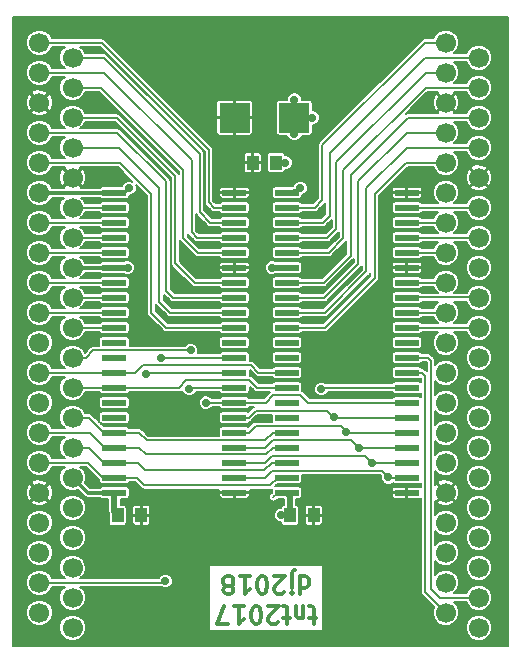
<source format=gtl>
G04 #@! TF.GenerationSoftware,KiCad,Pcbnew,(5.0.1-3-g963ef8bb5)*
G04 #@! TF.CreationDate,2019-05-18T06:49:12-07:00*
G04 #@! TF.ProjectId,oakram,6F616B72616D2E6B696361645F706362,rev?*
G04 #@! TF.SameCoordinates,Original*
G04 #@! TF.FileFunction,Copper,L1,Top,Signal*
G04 #@! TF.FilePolarity,Positive*
%FSLAX46Y46*%
G04 Gerber Fmt 4.6, Leading zero omitted, Abs format (unit mm)*
G04 Created by KiCad (PCBNEW (5.0.1-3-g963ef8bb5)) date Saturday, May 18, 2019 at 06:49:12 AM*
%MOMM*%
%LPD*%
G01*
G04 APERTURE LIST*
G04 #@! TA.AperFunction,NonConductor*
%ADD10C,0.300000*%
G04 #@! TD*
G04 #@! TA.AperFunction,ViaPad*
%ADD11C,0.600000*%
G04 #@! TD*
G04 #@! TA.AperFunction,SMDPad,CuDef*
%ADD12R,2.032000X0.508000*%
G04 #@! TD*
G04 #@! TA.AperFunction,ComponentPad*
%ADD13C,1.700000*%
G04 #@! TD*
G04 #@! TA.AperFunction,SMDPad,CuDef*
%ADD14R,1.000000X1.250000*%
G04 #@! TD*
G04 #@! TA.AperFunction,SMDPad,CuDef*
%ADD15R,2.550000X2.500000*%
G04 #@! TD*
G04 #@! TA.AperFunction,ViaPad*
%ADD16C,0.700000*%
G04 #@! TD*
G04 #@! TA.AperFunction,Conductor*
%ADD17C,0.200000*%
G04 #@! TD*
G04 #@! TA.AperFunction,Conductor*
%ADD18C,0.177800*%
G04 #@! TD*
G04 #@! TA.AperFunction,Conductor*
%ADD19C,0.300000*%
G04 #@! TD*
G04 #@! TA.AperFunction,Conductor*
%ADD20C,0.500000*%
G04 #@! TD*
G04 APERTURE END LIST*
D10*
X145347000Y-124913428D02*
X144775571Y-124913428D01*
X145132714Y-125413428D02*
X145132714Y-124127714D01*
X145061285Y-123984857D01*
X144918428Y-123913428D01*
X144775571Y-123913428D01*
X144275571Y-124913428D02*
X144275571Y-123913428D01*
X144275571Y-124770571D02*
X144204142Y-124842000D01*
X144061285Y-124913428D01*
X143847000Y-124913428D01*
X143704142Y-124842000D01*
X143632714Y-124699142D01*
X143632714Y-123913428D01*
X143132714Y-124913428D02*
X142561285Y-124913428D01*
X142918428Y-125413428D02*
X142918428Y-124127714D01*
X142847000Y-123984857D01*
X142704142Y-123913428D01*
X142561285Y-123913428D01*
X142132714Y-125270571D02*
X142061285Y-125342000D01*
X141918428Y-125413428D01*
X141561285Y-125413428D01*
X141418428Y-125342000D01*
X141347000Y-125270571D01*
X141275571Y-125127714D01*
X141275571Y-124984857D01*
X141347000Y-124770571D01*
X142204142Y-123913428D01*
X141275571Y-123913428D01*
X140347000Y-125413428D02*
X140204142Y-125413428D01*
X140061285Y-125342000D01*
X139989857Y-125270571D01*
X139918428Y-125127714D01*
X139847000Y-124842000D01*
X139847000Y-124484857D01*
X139918428Y-124199142D01*
X139989857Y-124056285D01*
X140061285Y-123984857D01*
X140204142Y-123913428D01*
X140347000Y-123913428D01*
X140489857Y-123984857D01*
X140561285Y-124056285D01*
X140632714Y-124199142D01*
X140704142Y-124484857D01*
X140704142Y-124842000D01*
X140632714Y-125127714D01*
X140561285Y-125270571D01*
X140489857Y-125342000D01*
X140347000Y-125413428D01*
X138418428Y-123913428D02*
X139275571Y-123913428D01*
X138847000Y-123913428D02*
X138847000Y-125413428D01*
X138989857Y-125199142D01*
X139132714Y-125056285D01*
X139275571Y-124984857D01*
X137918428Y-125413428D02*
X136918428Y-125413428D01*
X137561285Y-123913428D01*
X143989857Y-121363428D02*
X143989857Y-122863428D01*
X143989857Y-121434857D02*
X144132714Y-121363428D01*
X144418428Y-121363428D01*
X144561285Y-121434857D01*
X144632714Y-121506285D01*
X144704142Y-121649142D01*
X144704142Y-122077714D01*
X144632714Y-122220571D01*
X144561285Y-122292000D01*
X144418428Y-122363428D01*
X144132714Y-122363428D01*
X143989857Y-122292000D01*
X143275571Y-122363428D02*
X143275571Y-121077714D01*
X143347000Y-120934857D01*
X143489857Y-120863428D01*
X143561285Y-120863428D01*
X143275571Y-122863428D02*
X143347000Y-122792000D01*
X143275571Y-122720571D01*
X143204142Y-122792000D01*
X143275571Y-122863428D01*
X143275571Y-122720571D01*
X142632714Y-122720571D02*
X142561285Y-122792000D01*
X142418428Y-122863428D01*
X142061285Y-122863428D01*
X141918428Y-122792000D01*
X141847000Y-122720571D01*
X141775571Y-122577714D01*
X141775571Y-122434857D01*
X141847000Y-122220571D01*
X142704142Y-121363428D01*
X141775571Y-121363428D01*
X140847000Y-122863428D02*
X140704142Y-122863428D01*
X140561285Y-122792000D01*
X140489857Y-122720571D01*
X140418428Y-122577714D01*
X140347000Y-122292000D01*
X140347000Y-121934857D01*
X140418428Y-121649142D01*
X140489857Y-121506285D01*
X140561285Y-121434857D01*
X140704142Y-121363428D01*
X140847000Y-121363428D01*
X140989857Y-121434857D01*
X141061285Y-121506285D01*
X141132714Y-121649142D01*
X141204142Y-121934857D01*
X141204142Y-122292000D01*
X141132714Y-122577714D01*
X141061285Y-122720571D01*
X140989857Y-122792000D01*
X140847000Y-122863428D01*
X138918428Y-121363428D02*
X139775571Y-121363428D01*
X139347000Y-121363428D02*
X139347000Y-122863428D01*
X139489857Y-122649142D01*
X139632714Y-122506285D01*
X139775571Y-122434857D01*
X138061285Y-122220571D02*
X138204142Y-122292000D01*
X138275571Y-122363428D01*
X138347000Y-122506285D01*
X138347000Y-122577714D01*
X138275571Y-122720571D01*
X138204142Y-122792000D01*
X138061285Y-122863428D01*
X137775571Y-122863428D01*
X137632714Y-122792000D01*
X137561285Y-122720571D01*
X137489857Y-122577714D01*
X137489857Y-122506285D01*
X137561285Y-122363428D01*
X137632714Y-122292000D01*
X137775571Y-122220571D01*
X138061285Y-122220571D01*
X138204142Y-122149142D01*
X138275571Y-122077714D01*
X138347000Y-121934857D01*
X138347000Y-121649142D01*
X138275571Y-121506285D01*
X138204142Y-121434857D01*
X138061285Y-121363428D01*
X137775571Y-121363428D01*
X137632714Y-121434857D01*
X137561285Y-121506285D01*
X137489857Y-121649142D01*
X137489857Y-121934857D01*
X137561285Y-122077714D01*
X137632714Y-122149142D01*
X137775571Y-122220571D01*
D11*
G04 #@! TO.N,VSS*
G04 #@! TO.C,*
X148336000Y-77724000D03*
G04 #@! TD*
G04 #@! TO.N,VSS*
G04 #@! TO.C,*
X140081000Y-77724000D03*
G04 #@! TD*
G04 #@! TO.N,VSS*
G04 #@! TO.C,*
X144399000Y-77724000D03*
G04 #@! TD*
G04 #@! TO.N,VSS*
G04 #@! TO.C,*
X132334000Y-77724000D03*
G04 #@! TD*
G04 #@! TO.N,VSS*
G04 #@! TO.C,*
X136271000Y-77724000D03*
G04 #@! TD*
G04 #@! TO.N,VSS*
G04 #@! TO.C,*
X136271000Y-77724000D03*
G04 #@! TD*
G04 #@! TO.N,VSS*
G04 #@! TO.C,*
X147828000Y-123317000D03*
G04 #@! TD*
G04 #@! TO.N,VSS*
G04 #@! TO.C,*
X132334000Y-77724000D03*
G04 #@! TD*
G04 #@! TO.N,VSS*
G04 #@! TO.C,*
X133985000Y-123190000D03*
G04 #@! TD*
D12*
G04 #@! TO.P,U2,21*
G04 #@! TO.N,VCC*
X128270000Y-114300000D03*
G04 #@! TO.P,U2,20*
G04 #@! TO.N,/A3*
X128270000Y-113030000D03*
G04 #@! TO.P,U2,19*
G04 #@! TO.N,/A2*
X128270000Y-111760000D03*
G04 #@! TO.P,U2,18*
G04 #@! TO.N,/A1*
X128270000Y-110490000D03*
G04 #@! TO.P,U2,17*
G04 #@! TO.N,/A0*
X128270000Y-109220000D03*
G04 #@! TO.P,U2,16*
G04 #@! TO.N,Net-(U2-Pad16)*
X128270000Y-107950000D03*
G04 #@! TO.P,U2,15*
G04 #@! TO.N,Net-(U2-Pad15)*
X128270000Y-106680000D03*
G04 #@! TO.P,U2,14*
G04 #@! TO.N,/~RAS*
X128270000Y-105410000D03*
G04 #@! TO.P,U2,13*
G04 #@! TO.N,/~WE*
X128270000Y-104140000D03*
G04 #@! TO.P,U2,12*
G04 #@! TO.N,N/C*
X128270000Y-102870000D03*
G04 #@! TO.P,U2,22*
G04 #@! TO.N,VSS*
X138430000Y-114300000D03*
G04 #@! TO.P,U2,23*
G04 #@! TO.N,/A4*
X138430000Y-113030000D03*
G04 #@! TO.P,U2,24*
G04 #@! TO.N,/A5*
X138430000Y-111760000D03*
G04 #@! TO.P,U2,25*
G04 #@! TO.N,/A6*
X138430000Y-110490000D03*
G04 #@! TO.P,U2,26*
G04 #@! TO.N,/A7*
X138430000Y-109220000D03*
G04 #@! TO.P,U2,27*
G04 #@! TO.N,/A8*
X138430000Y-107950000D03*
G04 #@! TO.P,U2,28*
G04 #@! TO.N,/A9*
X138430000Y-106680000D03*
G04 #@! TO.P,U2,29*
G04 #@! TO.N,/~OE1*
X138430000Y-105410000D03*
G04 #@! TO.P,U2,30*
G04 #@! TO.N,/~CAS1*
X138430000Y-104140000D03*
G04 #@! TO.P,U2,31*
G04 #@! TO.N,/~CAS0*
X138430000Y-102870000D03*
G04 #@! TO.P,U2,1*
G04 #@! TO.N,VCC*
X128270000Y-88900000D03*
G04 #@! TO.P,U2,2*
G04 #@! TO.N,/D0*
X128270000Y-90170000D03*
G04 #@! TO.P,U2,3*
G04 #@! TO.N,/D1*
X128270000Y-91440000D03*
G04 #@! TO.P,U2,4*
G04 #@! TO.N,/D2*
X128270000Y-92710000D03*
G04 #@! TO.P,U2,5*
G04 #@! TO.N,/D3*
X128270000Y-93980000D03*
G04 #@! TO.P,U2,6*
G04 #@! TO.N,VCC*
X128270000Y-95250000D03*
G04 #@! TO.P,U2,7*
G04 #@! TO.N,/D4*
X128270000Y-96520000D03*
G04 #@! TO.P,U2,8*
G04 #@! TO.N,/D5*
X128270000Y-97790000D03*
G04 #@! TO.P,U2,9*
G04 #@! TO.N,/D6*
X128270000Y-99060000D03*
G04 #@! TO.P,U2,10*
G04 #@! TO.N,/D7*
X128270000Y-100330000D03*
G04 #@! TO.P,U2,42*
G04 #@! TO.N,VSS*
X138430000Y-88900000D03*
G04 #@! TO.P,U2,41*
G04 #@! TO.N,/D8*
X138430000Y-90170000D03*
G04 #@! TO.P,U2,40*
G04 #@! TO.N,/D9*
X138430000Y-91440000D03*
G04 #@! TO.P,U2,39*
G04 #@! TO.N,/D10*
X138430000Y-92710000D03*
G04 #@! TO.P,U2,38*
G04 #@! TO.N,/D11*
X138430000Y-93980000D03*
G04 #@! TO.P,U2,37*
G04 #@! TO.N,VSS*
X138430000Y-95250000D03*
G04 #@! TO.P,U2,36*
G04 #@! TO.N,/D12*
X138430000Y-96520000D03*
G04 #@! TO.P,U2,35*
G04 #@! TO.N,/D13*
X138430000Y-97790000D03*
G04 #@! TO.P,U2,34*
G04 #@! TO.N,/D14*
X138430000Y-99060000D03*
G04 #@! TO.P,U2,33*
G04 #@! TO.N,/D15*
X138430000Y-100330000D03*
G04 #@! TO.P,U2,11*
G04 #@! TO.N,N/C*
X128270000Y-101600000D03*
G04 #@! TO.P,U2,32*
X138430000Y-101600000D03*
G04 #@! TD*
G04 #@! TO.P,U1,32*
G04 #@! TO.N,N/C*
X153035000Y-101600000D03*
G04 #@! TO.P,U1,11*
X142875000Y-101600000D03*
G04 #@! TO.P,U1,33*
G04 #@! TO.N,/D23*
X153035000Y-100330000D03*
G04 #@! TO.P,U1,34*
G04 #@! TO.N,/D22*
X153035000Y-99060000D03*
G04 #@! TO.P,U1,35*
G04 #@! TO.N,/D21*
X153035000Y-97790000D03*
G04 #@! TO.P,U1,36*
G04 #@! TO.N,/D20*
X153035000Y-96520000D03*
G04 #@! TO.P,U1,37*
G04 #@! TO.N,VSS*
X153035000Y-95250000D03*
G04 #@! TO.P,U1,38*
G04 #@! TO.N,/D19*
X153035000Y-93980000D03*
G04 #@! TO.P,U1,39*
G04 #@! TO.N,/D18*
X153035000Y-92710000D03*
G04 #@! TO.P,U1,40*
G04 #@! TO.N,/D17*
X153035000Y-91440000D03*
G04 #@! TO.P,U1,41*
G04 #@! TO.N,/D16*
X153035000Y-90170000D03*
G04 #@! TO.P,U1,42*
G04 #@! TO.N,VSS*
X153035000Y-88900000D03*
G04 #@! TO.P,U1,10*
G04 #@! TO.N,/D31*
X142875000Y-100330000D03*
G04 #@! TO.P,U1,9*
G04 #@! TO.N,/D30*
X142875000Y-99060000D03*
G04 #@! TO.P,U1,8*
G04 #@! TO.N,/D29*
X142875000Y-97790000D03*
G04 #@! TO.P,U1,7*
G04 #@! TO.N,/D28*
X142875000Y-96520000D03*
G04 #@! TO.P,U1,6*
G04 #@! TO.N,VCC*
X142875000Y-95250000D03*
G04 #@! TO.P,U1,5*
G04 #@! TO.N,/D27*
X142875000Y-93980000D03*
G04 #@! TO.P,U1,4*
G04 #@! TO.N,/D26*
X142875000Y-92710000D03*
G04 #@! TO.P,U1,3*
G04 #@! TO.N,/D25*
X142875000Y-91440000D03*
G04 #@! TO.P,U1,2*
G04 #@! TO.N,/D24*
X142875000Y-90170000D03*
G04 #@! TO.P,U1,1*
G04 #@! TO.N,VCC*
X142875000Y-88900000D03*
G04 #@! TO.P,U1,31*
G04 #@! TO.N,/~CAS3*
X153035000Y-102870000D03*
G04 #@! TO.P,U1,30*
G04 #@! TO.N,/~CAS2*
X153035000Y-104140000D03*
G04 #@! TO.P,U1,29*
G04 #@! TO.N,/~OE2*
X153035000Y-105410000D03*
G04 #@! TO.P,U1,28*
G04 #@! TO.N,/A9*
X153035000Y-106680000D03*
G04 #@! TO.P,U1,27*
G04 #@! TO.N,/A8*
X153035000Y-107950000D03*
G04 #@! TO.P,U1,26*
G04 #@! TO.N,/A7*
X153035000Y-109220000D03*
G04 #@! TO.P,U1,25*
G04 #@! TO.N,/A6*
X153035000Y-110490000D03*
G04 #@! TO.P,U1,24*
G04 #@! TO.N,/A5*
X153035000Y-111760000D03*
G04 #@! TO.P,U1,23*
G04 #@! TO.N,/A4*
X153035000Y-113030000D03*
G04 #@! TO.P,U1,22*
G04 #@! TO.N,VSS*
X153035000Y-114300000D03*
G04 #@! TO.P,U1,12*
G04 #@! TO.N,N/C*
X142875000Y-102870000D03*
G04 #@! TO.P,U1,13*
G04 #@! TO.N,/~WE*
X142875000Y-104140000D03*
G04 #@! TO.P,U1,14*
G04 #@! TO.N,/~RAS*
X142875000Y-105410000D03*
G04 #@! TO.P,U1,15*
G04 #@! TO.N,Net-(U1-Pad15)*
X142875000Y-106680000D03*
G04 #@! TO.P,U1,16*
G04 #@! TO.N,Net-(U1-Pad16)*
X142875000Y-107950000D03*
G04 #@! TO.P,U1,17*
G04 #@! TO.N,/A0*
X142875000Y-109220000D03*
G04 #@! TO.P,U1,18*
G04 #@! TO.N,/A1*
X142875000Y-110490000D03*
G04 #@! TO.P,U1,19*
G04 #@! TO.N,/A2*
X142875000Y-111760000D03*
G04 #@! TO.P,U1,20*
G04 #@! TO.N,/A3*
X142875000Y-113030000D03*
G04 #@! TO.P,U1,21*
G04 #@! TO.N,VCC*
X142875000Y-114300000D03*
G04 #@! TD*
D13*
G04 #@! TO.P,X1,1*
G04 #@! TO.N,/D8*
X121920000Y-76200000D03*
G04 #@! TO.P,X1,2*
G04 #@! TO.N,/D9*
X124720000Y-77470000D03*
G04 #@! TO.P,X1,3*
G04 #@! TO.N,/D10*
X121920000Y-78740000D03*
G04 #@! TO.P,X1,4*
G04 #@! TO.N,/D11*
X124720000Y-80010000D03*
G04 #@! TO.P,X1,7*
G04 #@! TO.N,/D13*
X121920000Y-83820000D03*
G04 #@! TO.P,X1,5*
G04 #@! TO.N,VSS*
X121920000Y-81280000D03*
G04 #@! TO.P,X1,6*
G04 #@! TO.N,/D12*
X124720000Y-82550000D03*
G04 #@! TO.P,X1,8*
G04 #@! TO.N,/D14*
X124720000Y-85090000D03*
G04 #@! TO.P,X1,11*
G04 #@! TO.N,VCC*
X121920000Y-88900000D03*
G04 #@! TO.P,X1,16*
X124720000Y-95250000D03*
G04 #@! TO.P,X1,9*
G04 #@! TO.N,/D15*
X121920000Y-86360000D03*
G04 #@! TO.P,X1,14*
G04 #@! TO.N,/D2*
X124720000Y-92710000D03*
G04 #@! TO.P,X1,10*
G04 #@! TO.N,VSS*
X124720000Y-87630000D03*
G04 #@! TO.P,X1,12*
G04 #@! TO.N,/D0*
X124720000Y-90170000D03*
G04 #@! TO.P,X1,13*
G04 #@! TO.N,/D1*
X121920000Y-91440000D03*
G04 #@! TO.P,X1,15*
G04 #@! TO.N,/D3*
X121920000Y-93980000D03*
G04 #@! TO.P,X1,19*
G04 #@! TO.N,/D6*
X121920000Y-99060000D03*
G04 #@! TO.P,X1,27*
G04 #@! TO.N,/A1*
X121920000Y-109220000D03*
G04 #@! TO.P,X1,24*
G04 #@! TO.N,/~RAS*
X124720000Y-105410000D03*
G04 #@! TO.P,X1,17*
G04 #@! TO.N,/D4*
X121920000Y-96520000D03*
G04 #@! TO.P,X1,28*
G04 #@! TO.N,/A2*
X124720000Y-110490000D03*
G04 #@! TO.P,X1,25*
G04 #@! TO.N,Net-(X1-Pad25)*
X121920000Y-106680000D03*
G04 #@! TO.P,X1,22*
G04 #@! TO.N,/A9*
X124720000Y-102870000D03*
G04 #@! TO.P,X1,32*
G04 #@! TO.N,Net-(X1-Pad32)*
X124720000Y-115570000D03*
G04 #@! TO.P,X1,18*
G04 #@! TO.N,/D5*
X124720000Y-97790000D03*
G04 #@! TO.P,X1,20*
G04 #@! TO.N,/D7*
X124720000Y-100330000D03*
G04 #@! TO.P,X1,21*
G04 #@! TO.N,Net-(X1-Pad21)*
X121920000Y-101600000D03*
G04 #@! TO.P,X1,23*
G04 #@! TO.N,/~WE*
X121920000Y-104140000D03*
G04 #@! TO.P,X1,26*
G04 #@! TO.N,/A0*
X124720000Y-107950000D03*
G04 #@! TO.P,X1,29*
G04 #@! TO.N,/A3*
X121920000Y-111760000D03*
G04 #@! TO.P,X1,31*
G04 #@! TO.N,VSS*
X121920000Y-114300000D03*
G04 #@! TO.P,X1,30*
G04 #@! TO.N,VCC*
X124720000Y-113030000D03*
G04 #@! TO.P,X1,37*
G04 #@! TO.N,/~OE1*
X121920000Y-121920000D03*
G04 #@! TO.P,X1,34*
G04 #@! TO.N,Net-(X1-Pad34)*
X124720000Y-118110000D03*
G04 #@! TO.P,X1,36*
G04 #@! TO.N,Net-(X1-Pad36)*
X124720000Y-120650000D03*
G04 #@! TO.P,X1,39*
G04 #@! TO.N,/~CAS0*
X121920000Y-124460000D03*
G04 #@! TO.P,X1,40*
G04 #@! TO.N,Net-(X1-Pad40)*
X124720000Y-125730000D03*
G04 #@! TO.P,X1,35*
G04 #@! TO.N,Net-(X1-Pad35)*
X121920000Y-119380000D03*
G04 #@! TO.P,X1,33*
G04 #@! TO.N,Net-(X1-Pad33)*
X121920000Y-116840000D03*
G04 #@! TO.P,X1,38*
G04 #@! TO.N,/~CAS1*
X124720000Y-123190000D03*
G04 #@! TD*
G04 #@! TO.P,X2,38*
G04 #@! TO.N,/~CAS3*
X159134000Y-123190000D03*
G04 #@! TO.P,X2,33*
G04 #@! TO.N,/A5*
X156334000Y-116840000D03*
G04 #@! TO.P,X2,35*
G04 #@! TO.N,/A7*
X156334000Y-119380000D03*
G04 #@! TO.P,X2,40*
G04 #@! TO.N,Net-(X2-Pad40)*
X159134000Y-125730000D03*
G04 #@! TO.P,X2,39*
G04 #@! TO.N,/~CAS2*
X156334000Y-124460000D03*
G04 #@! TO.P,X2,36*
G04 #@! TO.N,/A8*
X159134000Y-120650000D03*
G04 #@! TO.P,X2,34*
G04 #@! TO.N,/A6*
X159134000Y-118110000D03*
G04 #@! TO.P,X2,37*
G04 #@! TO.N,/~OE2*
X156334000Y-121920000D03*
G04 #@! TO.P,X2,30*
G04 #@! TO.N,VCC*
X159134000Y-113030000D03*
G04 #@! TO.P,X2,31*
G04 #@! TO.N,VSS*
X156334000Y-114300000D03*
G04 #@! TO.P,X2,29*
G04 #@! TO.N,Net-(X2-Pad29)*
X156334000Y-111760000D03*
G04 #@! TO.P,X2,26*
G04 #@! TO.N,Net-(X2-Pad26)*
X159134000Y-107950000D03*
G04 #@! TO.P,X2,23*
G04 #@! TO.N,Net-(X2-Pad23)*
X156334000Y-104140000D03*
G04 #@! TO.P,X2,21*
G04 #@! TO.N,Net-(X2-Pad21)*
X156334000Y-101600000D03*
G04 #@! TO.P,X2,20*
G04 #@! TO.N,/D23*
X159134000Y-100330000D03*
G04 #@! TO.P,X2,18*
G04 #@! TO.N,/D21*
X159134000Y-97790000D03*
G04 #@! TO.P,X2,32*
G04 #@! TO.N,/A4*
X159134000Y-115570000D03*
G04 #@! TO.P,X2,22*
G04 #@! TO.N,Net-(X2-Pad22)*
X159134000Y-102870000D03*
G04 #@! TO.P,X2,25*
G04 #@! TO.N,Net-(X2-Pad25)*
X156334000Y-106680000D03*
G04 #@! TO.P,X2,28*
G04 #@! TO.N,Net-(X2-Pad28)*
X159134000Y-110490000D03*
G04 #@! TO.P,X2,17*
G04 #@! TO.N,/D20*
X156334000Y-96520000D03*
G04 #@! TO.P,X2,24*
G04 #@! TO.N,Net-(X2-Pad24)*
X159134000Y-105410000D03*
G04 #@! TO.P,X2,27*
G04 #@! TO.N,Net-(X2-Pad27)*
X156334000Y-109220000D03*
G04 #@! TO.P,X2,19*
G04 #@! TO.N,/D22*
X156334000Y-99060000D03*
G04 #@! TO.P,X2,15*
G04 #@! TO.N,/D19*
X156334000Y-93980000D03*
G04 #@! TO.P,X2,13*
G04 #@! TO.N,/D17*
X156334000Y-91440000D03*
G04 #@! TO.P,X2,12*
G04 #@! TO.N,/D16*
X159134000Y-90170000D03*
G04 #@! TO.P,X2,10*
G04 #@! TO.N,VSS*
X159134000Y-87630000D03*
G04 #@! TO.P,X2,14*
G04 #@! TO.N,/D18*
X159134000Y-92710000D03*
G04 #@! TO.P,X2,9*
G04 #@! TO.N,/D31*
X156334000Y-86360000D03*
G04 #@! TO.P,X2,16*
G04 #@! TO.N,VCC*
X159134000Y-95250000D03*
G04 #@! TO.P,X2,11*
X156334000Y-88900000D03*
G04 #@! TO.P,X2,8*
G04 #@! TO.N,/D30*
X159134000Y-85090000D03*
G04 #@! TO.P,X2,6*
G04 #@! TO.N,/D28*
X159134000Y-82550000D03*
G04 #@! TO.P,X2,5*
G04 #@! TO.N,VSS*
X156334000Y-81280000D03*
G04 #@! TO.P,X2,7*
G04 #@! TO.N,/D29*
X156334000Y-83820000D03*
G04 #@! TO.P,X2,4*
G04 #@! TO.N,/D27*
X159134000Y-80010000D03*
G04 #@! TO.P,X2,3*
G04 #@! TO.N,/D26*
X156334000Y-78740000D03*
G04 #@! TO.P,X2,2*
G04 #@! TO.N,/D25*
X159134000Y-77470000D03*
G04 #@! TO.P,X2,1*
G04 #@! TO.N,/D24*
X156334000Y-76200000D03*
G04 #@! TD*
D14*
G04 #@! TO.P,C1,2*
G04 #@! TO.N,VSS*
X130540000Y-116205000D03*
G04 #@! TO.P,C1,1*
G04 #@! TO.N,VCC*
X128540000Y-116205000D03*
G04 #@! TD*
G04 #@! TO.P,C3,2*
G04 #@! TO.N,VSS*
X145145000Y-116205000D03*
G04 #@! TO.P,C3,1*
G04 #@! TO.N,VCC*
X143145000Y-116205000D03*
G04 #@! TD*
G04 #@! TO.P,C6,1*
G04 #@! TO.N,VCC*
X141970000Y-86360000D03*
G04 #@! TO.P,C6,2*
G04 #@! TO.N,VSS*
X139970000Y-86360000D03*
G04 #@! TD*
D15*
G04 #@! TO.P,C7,2*
G04 #@! TO.N,VSS*
X138445000Y-82550000D03*
G04 #@! TO.P,C7,1*
G04 #@! TO.N,VCC*
X143495000Y-82550000D03*
G04 #@! TD*
D16*
G04 #@! TO.N,/A9*
X134747000Y-102235000D03*
X136017000Y-106680000D03*
G04 #@! TO.N,/A4*
X151450000Y-113000000D03*
G04 #@! TO.N,/A6*
X148980000Y-110550000D03*
G04 #@! TO.N,/A8*
X146820000Y-107930000D03*
G04 #@! TO.N,/~CAS0*
X132207000Y-102870000D03*
G04 #@! TO.N,/A7*
X147910000Y-109120000D03*
G04 #@! TO.N,/A5*
X150080000Y-111790000D03*
G04 #@! TO.N,/~CAS1*
X130937000Y-104267000D03*
G04 #@! TO.N,VSS*
X140970000Y-98806000D03*
X130175000Y-98679000D03*
X130175000Y-91694000D03*
G04 #@! TO.N,VCC*
X129540000Y-88519000D03*
X142367000Y-116205000D03*
X141605000Y-95250000D03*
X129413000Y-95250000D03*
X142748000Y-86360000D03*
X144018000Y-88519000D03*
X143510000Y-83947000D03*
X145034000Y-82550000D03*
X143510000Y-81026000D03*
G04 #@! TO.N,/~OE1*
X132588000Y-121793000D03*
X134620000Y-105537000D03*
G04 #@! TO.N,/~OE2*
X145796000Y-105537000D03*
G04 #@! TD*
D17*
G04 #@! TO.N,/D8*
X138430000Y-90170000D02*
X136715500Y-90170000D01*
X127190500Y-76200000D02*
X121920000Y-76200000D01*
X136271000Y-85280500D02*
X127190500Y-76200000D01*
X136271000Y-89725500D02*
X136271000Y-85280500D01*
X136715500Y-90170000D02*
X136271000Y-89725500D01*
G04 #@! TO.N,/D9*
X138430000Y-91440000D02*
X136398000Y-91440000D01*
X127381000Y-77470000D02*
X124720000Y-77470000D01*
X135509000Y-85598000D02*
X127381000Y-77470000D01*
X135509000Y-90551000D02*
X135509000Y-85598000D01*
X136398000Y-91440000D02*
X135509000Y-90551000D01*
G04 #@! TO.N,/D10*
X138430000Y-92710000D02*
X135255000Y-92710000D01*
X127381000Y-78740000D02*
X121920000Y-78740000D01*
X134810500Y-86169500D02*
X127381000Y-78740000D01*
X134810500Y-92265500D02*
X134810500Y-86169500D01*
X135255000Y-92710000D02*
X134810500Y-92265500D01*
G04 #@! TO.N,/D11*
X138430000Y-93980000D02*
X135318500Y-93980000D01*
X127127000Y-80010000D02*
X124720000Y-80010000D01*
X134112000Y-86995000D02*
X127127000Y-80010000D01*
X134112000Y-92773500D02*
X134112000Y-86995000D01*
X135318500Y-93980000D02*
X134112000Y-92773500D01*
G04 #@! TO.N,/D13*
X138430000Y-97790000D02*
X133223000Y-97790000D01*
X128524000Y-83820000D02*
X121920000Y-83820000D01*
X132651500Y-87947500D02*
X128524000Y-83820000D01*
X132651500Y-97218500D02*
X132651500Y-87947500D01*
X133223000Y-97790000D02*
X132651500Y-97218500D01*
G04 #@! TO.N,/D12*
X138430000Y-96520000D02*
X135064500Y-96520000D01*
X128460500Y-82550000D02*
X124720000Y-82550000D01*
X133413500Y-87503000D02*
X128460500Y-82550000D01*
X133413500Y-94869000D02*
X133413500Y-87503000D01*
X135064500Y-96520000D02*
X133413500Y-94869000D01*
G04 #@! TO.N,/D14*
X138430000Y-99060000D02*
X132969000Y-99060000D01*
X128651000Y-85090000D02*
X124720000Y-85090000D01*
X132080000Y-88519000D02*
X128651000Y-85090000D01*
X132080000Y-98171000D02*
X132080000Y-88519000D01*
X132969000Y-99060000D02*
X132080000Y-98171000D01*
G04 #@! TO.N,/D15*
X138430000Y-100330000D02*
X132651500Y-100330000D01*
X128714500Y-86360000D02*
X121920000Y-86360000D01*
X131381500Y-89027000D02*
X128714500Y-86360000D01*
X131381500Y-99060000D02*
X131381500Y-89027000D01*
X132651500Y-100330000D02*
X131381500Y-99060000D01*
G04 #@! TO.N,/D2*
X128270000Y-92710000D02*
X124720000Y-92710000D01*
G04 #@! TO.N,/D0*
X128270000Y-90170000D02*
X124720000Y-90170000D01*
G04 #@! TO.N,/D1*
X128270000Y-91440000D02*
X121920000Y-91440000D01*
G04 #@! TO.N,/D3*
X128270000Y-93980000D02*
X121920000Y-93980000D01*
G04 #@! TO.N,/D6*
X128270000Y-99060000D02*
X121920000Y-99060000D01*
G04 #@! TO.N,/A1*
X142875000Y-110490000D02*
X141668500Y-110490000D01*
X130365500Y-110490000D02*
X128270000Y-110490000D01*
X130937000Y-111061500D02*
X130365500Y-110490000D01*
X141097000Y-111061500D02*
X130937000Y-111061500D01*
X141668500Y-110490000D02*
X141097000Y-111061500D01*
D18*
X127508000Y-110490000D02*
X126238000Y-109220000D01*
X126238000Y-109220000D02*
X125590000Y-109220000D01*
X128270000Y-110490000D02*
X127508000Y-110490000D01*
X121920000Y-109220000D02*
X125590000Y-109220000D01*
D17*
G04 #@! TO.N,/~RAS*
X124720000Y-105410000D02*
X128270000Y-105410000D01*
X128270000Y-105410000D02*
X133731000Y-105410000D01*
X133731000Y-105410000D02*
X134366000Y-104775000D01*
X134366000Y-104775000D02*
X139700000Y-104775000D01*
X139700000Y-104775000D02*
X140335000Y-105410000D01*
X140335000Y-105410000D02*
X142875000Y-105410000D01*
G04 #@! TO.N,/D4*
X128270000Y-96520000D02*
X121920000Y-96520000D01*
G04 #@! TO.N,/A2*
X128270000Y-111760000D02*
X127381000Y-111760000D01*
X127381000Y-111760000D02*
X126111000Y-110490000D01*
X126111000Y-110490000D02*
X124720000Y-110490000D01*
X142875000Y-111760000D02*
X141605000Y-111760000D01*
X130238500Y-111760000D02*
X128270000Y-111760000D01*
X130873500Y-112395000D02*
X130238500Y-111760000D01*
X140970000Y-112395000D02*
X130873500Y-112395000D01*
X141605000Y-111760000D02*
X140970000Y-112395000D01*
G04 #@! TO.N,/A9*
X138430000Y-106680000D02*
X136017000Y-106680000D01*
X125857000Y-102870000D02*
X124720000Y-102870000D01*
X126492000Y-102235000D02*
X125857000Y-102870000D01*
X134747000Y-102235000D02*
X126492000Y-102235000D01*
X138430000Y-106680000D02*
X141097000Y-106680000D01*
X144653000Y-106680000D02*
X153035000Y-106680000D01*
X144018000Y-106045000D02*
X144653000Y-106680000D01*
X141732000Y-106045000D02*
X144018000Y-106045000D01*
X141097000Y-106680000D02*
X141732000Y-106045000D01*
G04 #@! TO.N,/A4*
X153035000Y-113030000D02*
X151480000Y-113030000D01*
X151480000Y-113030000D02*
X151450000Y-113000000D01*
X151100001Y-112650001D02*
X151450000Y-113000000D01*
X138430000Y-113030000D02*
X141033500Y-113030000D01*
X141033500Y-113030000D02*
X141605000Y-112458500D01*
X141605000Y-112458500D02*
X150908500Y-112458500D01*
X150908500Y-112458500D02*
X151100001Y-112650001D01*
G04 #@! TO.N,/D5*
X128270000Y-97790000D02*
X124720000Y-97790000D01*
G04 #@! TO.N,/D7*
X128270000Y-100330000D02*
X124720000Y-100330000D01*
G04 #@! TO.N,/~WE*
X128270000Y-104140000D02*
X121920000Y-104140000D01*
X142875000Y-104140000D02*
X140462000Y-104140000D01*
X130048000Y-104140000D02*
X128270000Y-104140000D01*
X130683000Y-103505000D02*
X130048000Y-104140000D01*
X139827000Y-103505000D02*
X130683000Y-103505000D01*
X140462000Y-104140000D02*
X139827000Y-103505000D01*
G04 #@! TO.N,/A0*
X128270000Y-109220000D02*
X127381000Y-109220000D01*
X127381000Y-109220000D02*
X126111000Y-107950000D01*
X126111000Y-107950000D02*
X124720000Y-107950000D01*
X142875000Y-109220000D02*
X141668500Y-109220000D01*
X130365500Y-109220000D02*
X128270000Y-109220000D01*
X131000500Y-109855000D02*
X130365500Y-109220000D01*
X141033500Y-109855000D02*
X131000500Y-109855000D01*
X141668500Y-109220000D02*
X141033500Y-109855000D01*
G04 #@! TO.N,/A3*
X128270000Y-113030000D02*
X127317500Y-113030000D01*
X127317500Y-113030000D02*
X126047500Y-111760000D01*
X126047500Y-111760000D02*
X121920000Y-111760000D01*
X142875000Y-113030000D02*
X142113000Y-113030000D01*
X142113000Y-113030000D02*
X141478000Y-113665000D01*
X141478000Y-113665000D02*
X130810000Y-113665000D01*
X130810000Y-113665000D02*
X130175000Y-113030000D01*
X130175000Y-113030000D02*
X128270000Y-113030000D01*
G04 #@! TO.N,/A6*
X148630001Y-110200001D02*
X148980000Y-110550000D01*
X141033500Y-110490000D02*
X141668500Y-109855000D01*
X141668500Y-109855000D02*
X148285000Y-109855000D01*
X138430000Y-110490000D02*
X141033500Y-110490000D01*
X149040000Y-110490000D02*
X148980000Y-110550000D01*
X148285000Y-109855000D02*
X148630001Y-110200001D01*
X153035000Y-110490000D02*
X149040000Y-110490000D01*
G04 #@! TO.N,/A8*
X140217500Y-107378500D02*
X146268500Y-107378500D01*
X146470001Y-107580001D02*
X146820000Y-107930000D01*
X146840000Y-107950000D02*
X146820000Y-107930000D01*
X139646000Y-107950000D02*
X140217500Y-107378500D01*
X146268500Y-107378500D02*
X146470001Y-107580001D01*
X138430000Y-107950000D02*
X139646000Y-107950000D01*
X153035000Y-107950000D02*
X146840000Y-107950000D01*
G04 #@! TO.N,/~CAS0*
X138430000Y-102870000D02*
X132207000Y-102870000D01*
G04 #@! TO.N,/A7*
X148010000Y-109220000D02*
X147910000Y-109120000D01*
X140217500Y-108648500D02*
X147438500Y-108648500D01*
X147438500Y-108648500D02*
X147560001Y-108770001D01*
X138430000Y-109220000D02*
X139646000Y-109220000D01*
X147560001Y-108770001D02*
X147910000Y-109120000D01*
X153035000Y-109220000D02*
X148010000Y-109220000D01*
X139646000Y-109220000D02*
X140217500Y-108648500D01*
G04 #@! TO.N,/A5*
X149478500Y-111188500D02*
X149730001Y-111440001D01*
X153035000Y-111760000D02*
X150110000Y-111760000D01*
X141605000Y-111188500D02*
X149478500Y-111188500D01*
X138430000Y-111760000D02*
X141033500Y-111760000D01*
X150110000Y-111760000D02*
X150080000Y-111790000D01*
X149730001Y-111440001D02*
X150080000Y-111790000D01*
X141033500Y-111760000D02*
X141605000Y-111188500D01*
G04 #@! TO.N,/~CAS1*
X131064000Y-104140000D02*
X130937000Y-104267000D01*
X138430000Y-104140000D02*
X131064000Y-104140000D01*
G04 #@! TO.N,/~CAS3*
X153035000Y-102870000D02*
X154813000Y-102870000D01*
X155829000Y-123190000D02*
X159134000Y-123190000D01*
X155067000Y-122428000D02*
X155829000Y-123190000D01*
X155067000Y-103124000D02*
X155067000Y-122428000D01*
X154813000Y-102870000D02*
X155067000Y-103124000D01*
G04 #@! TO.N,/~CAS2*
X153035000Y-104140000D02*
X154305000Y-104140000D01*
X154559000Y-122685000D02*
X156334000Y-124460000D01*
X154559000Y-104394000D02*
X154559000Y-122685000D01*
X154305000Y-104140000D02*
X154559000Y-104394000D01*
G04 #@! TO.N,/D23*
X153035000Y-100330000D02*
X159134000Y-100330000D01*
D18*
G04 #@! TO.N,/D21*
X153055000Y-97770000D02*
X159114000Y-97770000D01*
X153035000Y-97790000D02*
X153055000Y-97770000D01*
X159114000Y-97770000D02*
X159134000Y-97790000D01*
D17*
G04 #@! TO.N,/D20*
X153035000Y-96520000D02*
X156334000Y-96520000D01*
G04 #@! TO.N,/D22*
X153035000Y-99060000D02*
X156334000Y-99060000D01*
G04 #@! TO.N,/D19*
X153035000Y-93980000D02*
X156334000Y-93980000D01*
G04 #@! TO.N,/D17*
X153035000Y-91440000D02*
X156334000Y-91440000D01*
G04 #@! TO.N,/D16*
X153035000Y-90170000D02*
X159134000Y-90170000D01*
G04 #@! TO.N,/D18*
X153035000Y-92710000D02*
X159134000Y-92710000D01*
G04 #@! TO.N,/D31*
X142875000Y-100330000D02*
X146113500Y-100330000D01*
X152971500Y-86360000D02*
X156334000Y-86360000D01*
X150304500Y-89027000D02*
X152971500Y-86360000D01*
X150304500Y-96139000D02*
X150304500Y-89027000D01*
X146113500Y-100330000D02*
X150304500Y-96139000D01*
G04 #@! TO.N,/D30*
X142875000Y-99060000D02*
X146113500Y-99060000D01*
X153035000Y-85090000D02*
X159134000Y-85090000D01*
X149606000Y-88519000D02*
X153035000Y-85090000D01*
X149606000Y-95567500D02*
X149606000Y-88519000D01*
X146113500Y-99060000D02*
X149606000Y-95567500D01*
G04 #@! TO.N,/D28*
X142875000Y-96520000D02*
X145986500Y-96520000D01*
X153098500Y-82550000D02*
X159134000Y-82550000D01*
X148272500Y-87376000D02*
X153098500Y-82550000D01*
X148272500Y-94234000D02*
X148272500Y-87376000D01*
X145986500Y-96520000D02*
X148272500Y-94234000D01*
G04 #@! TO.N,/D29*
X142875000Y-97790000D02*
X146050000Y-97790000D01*
X153035000Y-83820000D02*
X156334000Y-83820000D01*
X148907500Y-87947500D02*
X153035000Y-83820000D01*
X148907500Y-94932500D02*
X148907500Y-87947500D01*
X146050000Y-97790000D02*
X148907500Y-94932500D01*
G04 #@! TO.N,/D27*
X142875000Y-93980000D02*
X146431000Y-93980000D01*
X154622500Y-80010000D02*
X159134000Y-80010000D01*
X147637500Y-86995000D02*
X154622500Y-80010000D01*
X147637500Y-92773500D02*
X147637500Y-86995000D01*
X146431000Y-93980000D02*
X147637500Y-92773500D01*
G04 #@! TO.N,/D26*
X142875000Y-92710000D02*
X146304000Y-92710000D01*
X154622500Y-78740000D02*
X156334000Y-78740000D01*
X147066000Y-86296500D02*
X154622500Y-78740000D01*
X147066000Y-91948000D02*
X147066000Y-86296500D01*
X146304000Y-92710000D02*
X147066000Y-91948000D01*
G04 #@! TO.N,/D25*
X142875000Y-91440000D02*
X145923000Y-91440000D01*
X154559000Y-77470000D02*
X159134000Y-77470000D01*
X146494500Y-85534500D02*
X154559000Y-77470000D01*
X146494500Y-90868500D02*
X146494500Y-85534500D01*
X145923000Y-91440000D02*
X146494500Y-90868500D01*
G04 #@! TO.N,/D24*
X142875000Y-90170000D02*
X145224500Y-90170000D01*
X154559000Y-76200000D02*
X156334000Y-76200000D01*
X145859500Y-84899500D02*
X154559000Y-76200000D01*
X145859500Y-89535000D02*
X145859500Y-84899500D01*
X145224500Y-90170000D02*
X145859500Y-89535000D01*
G04 #@! TO.N,VCC*
X128270000Y-88900000D02*
X129159000Y-88900000D01*
X129159000Y-88900000D02*
X129540000Y-88519000D01*
X142875000Y-114300000D02*
X142113000Y-114300000D01*
X142113000Y-114300000D02*
X141732000Y-114681000D01*
X143145000Y-116205000D02*
X142367000Y-116205000D01*
X142875000Y-95250000D02*
X141605000Y-95250000D01*
X128270000Y-95250000D02*
X129413000Y-95250000D01*
X141970000Y-86360000D02*
X142748000Y-86360000D01*
X142875000Y-88900000D02*
X144018000Y-88519000D01*
X143495000Y-82550000D02*
X143495000Y-83932000D01*
X143495000Y-83932000D02*
X143510000Y-83947000D01*
X143495000Y-82550000D02*
X145034000Y-82550000D01*
X143495000Y-82550000D02*
X143495000Y-81041000D01*
X143495000Y-81041000D02*
X143510000Y-81026000D01*
D19*
X121920000Y-88900000D02*
X128270000Y-88900000D01*
X124720000Y-95250000D02*
X128270000Y-95250000D01*
X125990000Y-114300000D02*
X128270000Y-114300000D01*
X124720000Y-113030000D02*
X125990000Y-114300000D01*
D20*
X128270000Y-115935000D02*
X128540000Y-116205000D01*
X128270000Y-114300000D02*
X128270000Y-115935000D01*
X143145000Y-114570000D02*
X142875000Y-114300000D01*
X143145000Y-116205000D02*
X143145000Y-114570000D01*
D17*
G04 #@! TO.N,/~OE1*
X138430000Y-105410000D02*
X134747000Y-105410000D01*
X132461000Y-121920000D02*
X121920000Y-121920000D01*
X132588000Y-121793000D02*
X132461000Y-121920000D01*
X134747000Y-105410000D02*
X134620000Y-105537000D01*
G04 #@! TO.N,/~OE2*
X153035000Y-105410000D02*
X145923000Y-105410000D01*
X145923000Y-105410000D02*
X145796000Y-105537000D01*
G04 #@! TD*
D18*
G04 #@! TO.N,VSS*
G36*
X161583301Y-127293300D02*
X119721700Y-127293300D01*
X119721700Y-124237875D01*
X120803300Y-124237875D01*
X120803300Y-124682125D01*
X120973308Y-125092559D01*
X121287441Y-125406692D01*
X121697875Y-125576700D01*
X122142125Y-125576700D01*
X122308282Y-125507875D01*
X123603300Y-125507875D01*
X123603300Y-125952125D01*
X123773308Y-126362559D01*
X124087441Y-126676692D01*
X124497875Y-126846700D01*
X124942125Y-126846700D01*
X125352559Y-126676692D01*
X125666692Y-126362559D01*
X125836700Y-125952125D01*
X125836700Y-125507875D01*
X125666692Y-125097441D01*
X125352559Y-124783308D01*
X124942125Y-124613300D01*
X124497875Y-124613300D01*
X124087441Y-124783308D01*
X123773308Y-125097441D01*
X123603300Y-125507875D01*
X122308282Y-125507875D01*
X122552559Y-125406692D01*
X122866692Y-125092559D01*
X123036700Y-124682125D01*
X123036700Y-124237875D01*
X122866692Y-123827441D01*
X122552559Y-123513308D01*
X122142125Y-123343300D01*
X121697875Y-123343300D01*
X121287441Y-123513308D01*
X120973308Y-123827441D01*
X120803300Y-124237875D01*
X119721700Y-124237875D01*
X119721700Y-121697875D01*
X120803300Y-121697875D01*
X120803300Y-122142125D01*
X120973308Y-122552559D01*
X121287441Y-122866692D01*
X121697875Y-123036700D01*
X122142125Y-123036700D01*
X122552559Y-122866692D01*
X122866692Y-122552559D01*
X122976815Y-122286700D01*
X124044049Y-122286700D01*
X123773308Y-122557441D01*
X123603300Y-122967875D01*
X123603300Y-123412125D01*
X123773308Y-123822559D01*
X124087441Y-124136692D01*
X124497875Y-124306700D01*
X124942125Y-124306700D01*
X125352559Y-124136692D01*
X125666692Y-123822559D01*
X125836700Y-123412125D01*
X125836700Y-122967875D01*
X125666692Y-122557441D01*
X125395951Y-122286700D01*
X132209554Y-122286700D01*
X132238667Y-122315813D01*
X132465331Y-122409700D01*
X132710669Y-122409700D01*
X132937333Y-122315813D01*
X133110813Y-122142333D01*
X133204700Y-121915669D01*
X133204700Y-121670331D01*
X133110813Y-121443667D01*
X132937333Y-121270187D01*
X132710669Y-121176300D01*
X132465331Y-121176300D01*
X132238667Y-121270187D01*
X132065187Y-121443667D01*
X132019776Y-121553300D01*
X125395951Y-121553300D01*
X125666692Y-121282559D01*
X125836700Y-120872125D01*
X125836700Y-120427875D01*
X125816994Y-120380300D01*
X136287443Y-120380300D01*
X136287443Y-126013700D01*
X145906557Y-126013700D01*
X145906557Y-120380300D01*
X136287443Y-120380300D01*
X125816994Y-120380300D01*
X125666692Y-120017441D01*
X125352559Y-119703308D01*
X124942125Y-119533300D01*
X124497875Y-119533300D01*
X124087441Y-119703308D01*
X123773308Y-120017441D01*
X123603300Y-120427875D01*
X123603300Y-120872125D01*
X123773308Y-121282559D01*
X124044049Y-121553300D01*
X122976815Y-121553300D01*
X122866692Y-121287441D01*
X122552559Y-120973308D01*
X122142125Y-120803300D01*
X121697875Y-120803300D01*
X121287441Y-120973308D01*
X120973308Y-121287441D01*
X120803300Y-121697875D01*
X119721700Y-121697875D01*
X119721700Y-119157875D01*
X120803300Y-119157875D01*
X120803300Y-119602125D01*
X120973308Y-120012559D01*
X121287441Y-120326692D01*
X121697875Y-120496700D01*
X122142125Y-120496700D01*
X122552559Y-120326692D01*
X122866692Y-120012559D01*
X123036700Y-119602125D01*
X123036700Y-119157875D01*
X122866692Y-118747441D01*
X122552559Y-118433308D01*
X122142125Y-118263300D01*
X121697875Y-118263300D01*
X121287441Y-118433308D01*
X120973308Y-118747441D01*
X120803300Y-119157875D01*
X119721700Y-119157875D01*
X119721700Y-116617875D01*
X120803300Y-116617875D01*
X120803300Y-117062125D01*
X120973308Y-117472559D01*
X121287441Y-117786692D01*
X121697875Y-117956700D01*
X122142125Y-117956700D01*
X122308282Y-117887875D01*
X123603300Y-117887875D01*
X123603300Y-118332125D01*
X123773308Y-118742559D01*
X124087441Y-119056692D01*
X124497875Y-119226700D01*
X124942125Y-119226700D01*
X125352559Y-119056692D01*
X125666692Y-118742559D01*
X125836700Y-118332125D01*
X125836700Y-117887875D01*
X125666692Y-117477441D01*
X125352559Y-117163308D01*
X124942125Y-116993300D01*
X124497875Y-116993300D01*
X124087441Y-117163308D01*
X123773308Y-117477441D01*
X123603300Y-117887875D01*
X122308282Y-117887875D01*
X122552559Y-117786692D01*
X122866692Y-117472559D01*
X123036700Y-117062125D01*
X123036700Y-116617875D01*
X122866692Y-116207441D01*
X122552559Y-115893308D01*
X122142125Y-115723300D01*
X121697875Y-115723300D01*
X121287441Y-115893308D01*
X120973308Y-116207441D01*
X120803300Y-116617875D01*
X119721700Y-116617875D01*
X119721700Y-115084411D01*
X121189470Y-115084411D01*
X121281960Y-115243007D01*
X121691401Y-115415392D01*
X122135644Y-115417968D01*
X122307678Y-115347875D01*
X123603300Y-115347875D01*
X123603300Y-115792125D01*
X123773308Y-116202559D01*
X124087441Y-116516692D01*
X124497875Y-116686700D01*
X124942125Y-116686700D01*
X125352559Y-116516692D01*
X125666692Y-116202559D01*
X125836700Y-115792125D01*
X125836700Y-115347875D01*
X125666692Y-114937441D01*
X125352559Y-114623308D01*
X124942125Y-114453300D01*
X124497875Y-114453300D01*
X124087441Y-114623308D01*
X123773308Y-114937441D01*
X123603300Y-115347875D01*
X122307678Y-115347875D01*
X122547057Y-115250344D01*
X122558040Y-115243007D01*
X122650530Y-115084411D01*
X121920000Y-114353882D01*
X121189470Y-115084411D01*
X119721700Y-115084411D01*
X119721700Y-114515644D01*
X120802032Y-114515644D01*
X120969656Y-114927057D01*
X120976993Y-114938040D01*
X121135589Y-115030530D01*
X121866118Y-114300000D01*
X121973882Y-114300000D01*
X122704411Y-115030530D01*
X122863007Y-114938040D01*
X123035392Y-114528599D01*
X123037968Y-114084356D01*
X122870344Y-113672943D01*
X122863007Y-113661960D01*
X122704411Y-113569470D01*
X121973882Y-114300000D01*
X121866118Y-114300000D01*
X121135589Y-113569470D01*
X120976993Y-113661960D01*
X120804608Y-114071401D01*
X120802032Y-114515644D01*
X119721700Y-114515644D01*
X119721700Y-113515589D01*
X121189470Y-113515589D01*
X121920000Y-114246118D01*
X122650530Y-113515589D01*
X122558040Y-113356993D01*
X122148599Y-113184608D01*
X121704356Y-113182032D01*
X121292943Y-113349656D01*
X121281960Y-113356993D01*
X121189470Y-113515589D01*
X119721700Y-113515589D01*
X119721700Y-106457875D01*
X120803300Y-106457875D01*
X120803300Y-106902125D01*
X120973308Y-107312559D01*
X121287441Y-107626692D01*
X121697875Y-107796700D01*
X122142125Y-107796700D01*
X122552559Y-107626692D01*
X122866692Y-107312559D01*
X123036700Y-106902125D01*
X123036700Y-106457875D01*
X122866692Y-106047441D01*
X122552559Y-105733308D01*
X122142125Y-105563300D01*
X121697875Y-105563300D01*
X121287441Y-105733308D01*
X120973308Y-106047441D01*
X120803300Y-106457875D01*
X119721700Y-106457875D01*
X119721700Y-103917875D01*
X120803300Y-103917875D01*
X120803300Y-104362125D01*
X120973308Y-104772559D01*
X121287441Y-105086692D01*
X121697875Y-105256700D01*
X122142125Y-105256700D01*
X122552559Y-105086692D01*
X122866692Y-104772559D01*
X122976815Y-104506700D01*
X124044049Y-104506700D01*
X123773308Y-104777441D01*
X123603300Y-105187875D01*
X123603300Y-105632125D01*
X123773308Y-106042559D01*
X124087441Y-106356692D01*
X124497875Y-106526700D01*
X124942125Y-106526700D01*
X125185235Y-106426000D01*
X126982076Y-106426000D01*
X126982076Y-106934000D01*
X127002775Y-107038061D01*
X127061721Y-107126279D01*
X127149939Y-107185225D01*
X127254000Y-107205924D01*
X129286000Y-107205924D01*
X129390061Y-107185225D01*
X129478279Y-107126279D01*
X129537225Y-107038061D01*
X129557924Y-106934000D01*
X129557924Y-106426000D01*
X129537225Y-106321939D01*
X129478279Y-106233721D01*
X129390061Y-106174775D01*
X129286000Y-106154076D01*
X127254000Y-106154076D01*
X127149939Y-106174775D01*
X127061721Y-106233721D01*
X127002775Y-106321939D01*
X126982076Y-106426000D01*
X125185235Y-106426000D01*
X125352559Y-106356692D01*
X125666692Y-106042559D01*
X125776815Y-105776700D01*
X127008547Y-105776700D01*
X127061721Y-105856279D01*
X127149939Y-105915225D01*
X127254000Y-105935924D01*
X129286000Y-105935924D01*
X129390061Y-105915225D01*
X129478279Y-105856279D01*
X129531453Y-105776700D01*
X133694885Y-105776700D01*
X133731000Y-105783884D01*
X133767115Y-105776700D01*
X133767117Y-105776700D01*
X133874079Y-105755424D01*
X133995376Y-105674376D01*
X134004028Y-105661427D01*
X134097187Y-105886333D01*
X134270667Y-106059813D01*
X134497331Y-106153700D01*
X134742669Y-106153700D01*
X134969333Y-106059813D01*
X135142813Y-105886333D01*
X135188224Y-105776700D01*
X137168547Y-105776700D01*
X137221721Y-105856279D01*
X137309939Y-105915225D01*
X137414000Y-105935924D01*
X139446000Y-105935924D01*
X139550061Y-105915225D01*
X139638279Y-105856279D01*
X139697225Y-105768061D01*
X139717924Y-105664000D01*
X139717924Y-105311515D01*
X140050165Y-105643757D01*
X140070624Y-105674376D01*
X140108340Y-105699577D01*
X140191920Y-105755424D01*
X140335000Y-105783884D01*
X140371117Y-105776700D01*
X141473497Y-105776700D01*
X141467624Y-105780624D01*
X141447165Y-105811243D01*
X140945109Y-106313300D01*
X139691453Y-106313300D01*
X139638279Y-106233721D01*
X139550061Y-106174775D01*
X139446000Y-106154076D01*
X137414000Y-106154076D01*
X137309939Y-106174775D01*
X137221721Y-106233721D01*
X137168547Y-106313300D01*
X136522446Y-106313300D01*
X136366333Y-106157187D01*
X136139669Y-106063300D01*
X135894331Y-106063300D01*
X135667667Y-106157187D01*
X135494187Y-106330667D01*
X135400300Y-106557331D01*
X135400300Y-106802669D01*
X135494187Y-107029333D01*
X135667667Y-107202813D01*
X135894331Y-107296700D01*
X136139669Y-107296700D01*
X136366333Y-107202813D01*
X136522446Y-107046700D01*
X137168547Y-107046700D01*
X137221721Y-107126279D01*
X137309939Y-107185225D01*
X137414000Y-107205924D01*
X139446000Y-107205924D01*
X139550061Y-107185225D01*
X139638279Y-107126279D01*
X139691453Y-107046700D01*
X140054031Y-107046700D01*
X139953124Y-107114124D01*
X139932665Y-107144743D01*
X139599559Y-107477849D01*
X139550061Y-107444775D01*
X139446000Y-107424076D01*
X137414000Y-107424076D01*
X137309939Y-107444775D01*
X137221721Y-107503721D01*
X137162775Y-107591939D01*
X137142076Y-107696000D01*
X137142076Y-108204000D01*
X137162775Y-108308061D01*
X137221721Y-108396279D01*
X137309939Y-108455225D01*
X137414000Y-108475924D01*
X139446000Y-108475924D01*
X139550061Y-108455225D01*
X139638279Y-108396279D01*
X139692884Y-108314558D01*
X139789079Y-108295424D01*
X139910376Y-108214376D01*
X139930837Y-108183754D01*
X140369392Y-107745200D01*
X141587076Y-107745200D01*
X141587076Y-108204000D01*
X141602551Y-108281800D01*
X140253615Y-108281800D01*
X140217499Y-108274616D01*
X140181384Y-108281800D01*
X140181383Y-108281800D01*
X140074421Y-108303076D01*
X139953124Y-108384124D01*
X139932665Y-108414743D01*
X139599559Y-108747849D01*
X139550061Y-108714775D01*
X139446000Y-108694076D01*
X137414000Y-108694076D01*
X137309939Y-108714775D01*
X137221721Y-108773721D01*
X137162775Y-108861939D01*
X137142076Y-108966000D01*
X137142076Y-109474000D01*
X137144920Y-109488300D01*
X131152392Y-109488300D01*
X130650337Y-108986246D01*
X130629876Y-108955624D01*
X130508579Y-108874576D01*
X130401617Y-108853300D01*
X130401615Y-108853300D01*
X130365500Y-108846116D01*
X130329385Y-108853300D01*
X129531453Y-108853300D01*
X129478279Y-108773721D01*
X129390061Y-108714775D01*
X129286000Y-108694076D01*
X127373668Y-108694076D01*
X127104364Y-108424772D01*
X127149939Y-108455225D01*
X127254000Y-108475924D01*
X129286000Y-108475924D01*
X129390061Y-108455225D01*
X129478279Y-108396279D01*
X129537225Y-108308061D01*
X129557924Y-108204000D01*
X129557924Y-107696000D01*
X129537225Y-107591939D01*
X129478279Y-107503721D01*
X129390061Y-107444775D01*
X129286000Y-107424076D01*
X127254000Y-107424076D01*
X127149939Y-107444775D01*
X127061721Y-107503721D01*
X127002775Y-107591939D01*
X126982076Y-107696000D01*
X126982076Y-108204000D01*
X127002775Y-108308061D01*
X127033228Y-108353636D01*
X126395837Y-107716246D01*
X126375376Y-107685624D01*
X126254079Y-107604576D01*
X126147117Y-107583300D01*
X126147115Y-107583300D01*
X126111000Y-107576116D01*
X126074885Y-107583300D01*
X125776815Y-107583300D01*
X125666692Y-107317441D01*
X125352559Y-107003308D01*
X124942125Y-106833300D01*
X124497875Y-106833300D01*
X124087441Y-107003308D01*
X123773308Y-107317441D01*
X123603300Y-107727875D01*
X123603300Y-108172125D01*
X123773308Y-108582559D01*
X124055149Y-108864400D01*
X122981413Y-108864400D01*
X122866692Y-108587441D01*
X122552559Y-108273308D01*
X122142125Y-108103300D01*
X121697875Y-108103300D01*
X121287441Y-108273308D01*
X120973308Y-108587441D01*
X120803300Y-108997875D01*
X120803300Y-109442125D01*
X120973308Y-109852559D01*
X121287441Y-110166692D01*
X121697875Y-110336700D01*
X122142125Y-110336700D01*
X122552559Y-110166692D01*
X122866692Y-109852559D01*
X122981413Y-109575600D01*
X124055149Y-109575600D01*
X123773308Y-109857441D01*
X123603300Y-110267875D01*
X123603300Y-110712125D01*
X123773308Y-111122559D01*
X124044049Y-111393300D01*
X122976815Y-111393300D01*
X122866692Y-111127441D01*
X122552559Y-110813308D01*
X122142125Y-110643300D01*
X121697875Y-110643300D01*
X121287441Y-110813308D01*
X120973308Y-111127441D01*
X120803300Y-111537875D01*
X120803300Y-111982125D01*
X120973308Y-112392559D01*
X121287441Y-112706692D01*
X121697875Y-112876700D01*
X122142125Y-112876700D01*
X122552559Y-112706692D01*
X122866692Y-112392559D01*
X122976815Y-112126700D01*
X124044049Y-112126700D01*
X123773308Y-112397441D01*
X123603300Y-112807875D01*
X123603300Y-113252125D01*
X123773308Y-113662559D01*
X124087441Y-113976692D01*
X124497875Y-114146700D01*
X124942125Y-114146700D01*
X125157985Y-114057288D01*
X125666329Y-114565632D01*
X125689576Y-114600424D01*
X125827412Y-114692522D01*
X125948962Y-114716700D01*
X125989999Y-114724863D01*
X126031036Y-114716700D01*
X127041957Y-114716700D01*
X127061721Y-114746279D01*
X127149939Y-114805225D01*
X127254000Y-114825924D01*
X127753300Y-114825924D01*
X127753301Y-115884114D01*
X127743179Y-115935000D01*
X127768076Y-116060165D01*
X127768076Y-116830000D01*
X127788775Y-116934061D01*
X127847721Y-117022279D01*
X127935939Y-117081225D01*
X128040000Y-117101924D01*
X129040000Y-117101924D01*
X129144061Y-117081225D01*
X129232279Y-117022279D01*
X129291225Y-116934061D01*
X129311924Y-116830000D01*
X129311924Y-116309775D01*
X129773300Y-116309775D01*
X129773300Y-116883050D01*
X129813903Y-116981073D01*
X129888927Y-117056097D01*
X129986950Y-117096700D01*
X130435225Y-117096700D01*
X130501900Y-117030025D01*
X130501900Y-116243100D01*
X130578100Y-116243100D01*
X130578100Y-117030025D01*
X130644775Y-117096700D01*
X131093050Y-117096700D01*
X131191073Y-117056097D01*
X131266097Y-116981073D01*
X131306700Y-116883050D01*
X131306700Y-116309775D01*
X131240025Y-116243100D01*
X130578100Y-116243100D01*
X130501900Y-116243100D01*
X129839975Y-116243100D01*
X129773300Y-116309775D01*
X129311924Y-116309775D01*
X129311924Y-115580000D01*
X129301372Y-115526950D01*
X129773300Y-115526950D01*
X129773300Y-116100225D01*
X129839975Y-116166900D01*
X130501900Y-116166900D01*
X130501900Y-115379975D01*
X130578100Y-115379975D01*
X130578100Y-116166900D01*
X131240025Y-116166900D01*
X131306700Y-116100225D01*
X131306700Y-115526950D01*
X131266097Y-115428927D01*
X131191073Y-115353903D01*
X131093050Y-115313300D01*
X130644775Y-115313300D01*
X130578100Y-115379975D01*
X130501900Y-115379975D01*
X130435225Y-115313300D01*
X129986950Y-115313300D01*
X129888927Y-115353903D01*
X129813903Y-115428927D01*
X129773300Y-115526950D01*
X129301372Y-115526950D01*
X129291225Y-115475939D01*
X129232279Y-115387721D01*
X129144061Y-115328775D01*
X129040000Y-115308076D01*
X128786700Y-115308076D01*
X128786700Y-114825924D01*
X129286000Y-114825924D01*
X129390061Y-114805225D01*
X129478279Y-114746279D01*
X129537225Y-114658061D01*
X129557924Y-114554000D01*
X129557924Y-114404775D01*
X137147300Y-114404775D01*
X137147300Y-114607050D01*
X137187903Y-114705073D01*
X137262927Y-114780097D01*
X137360950Y-114820700D01*
X138325225Y-114820700D01*
X138391900Y-114754025D01*
X138391900Y-114338100D01*
X138468100Y-114338100D01*
X138468100Y-114754025D01*
X138534775Y-114820700D01*
X139499050Y-114820700D01*
X139597073Y-114780097D01*
X139672097Y-114705073D01*
X139712700Y-114607050D01*
X139712700Y-114404775D01*
X139646025Y-114338100D01*
X138468100Y-114338100D01*
X138391900Y-114338100D01*
X137213975Y-114338100D01*
X137147300Y-114404775D01*
X129557924Y-114404775D01*
X129557924Y-114046000D01*
X129537225Y-113941939D01*
X129478279Y-113853721D01*
X129390061Y-113794775D01*
X129286000Y-113774076D01*
X128274515Y-113774076D01*
X128270000Y-113773178D01*
X128265485Y-113774076D01*
X127254000Y-113774076D01*
X127149939Y-113794775D01*
X127061721Y-113853721D01*
X127041957Y-113883300D01*
X126162603Y-113883300D01*
X125747288Y-113467985D01*
X125836700Y-113252125D01*
X125836700Y-112807875D01*
X125666692Y-112397441D01*
X125395951Y-112126700D01*
X125895609Y-112126700D01*
X126982076Y-113213168D01*
X126982076Y-113284000D01*
X127002775Y-113388061D01*
X127061721Y-113476279D01*
X127149939Y-113535225D01*
X127254000Y-113555924D01*
X129286000Y-113555924D01*
X129390061Y-113535225D01*
X129478279Y-113476279D01*
X129531453Y-113396700D01*
X130023109Y-113396700D01*
X130525165Y-113898757D01*
X130545624Y-113929376D01*
X130583340Y-113954577D01*
X130666920Y-114010424D01*
X130810000Y-114038884D01*
X130846117Y-114031700D01*
X137147300Y-114031700D01*
X137147300Y-114195225D01*
X137213975Y-114261900D01*
X138391900Y-114261900D01*
X138391900Y-114241900D01*
X138468100Y-114241900D01*
X138468100Y-114261900D01*
X139646025Y-114261900D01*
X139712700Y-114195225D01*
X139712700Y-114031700D01*
X141441885Y-114031700D01*
X141478000Y-114038884D01*
X141514115Y-114031700D01*
X141514117Y-114031700D01*
X141593043Y-114016001D01*
X141587076Y-114046000D01*
X141587076Y-114307333D01*
X141447166Y-114447243D01*
X141386577Y-114537921D01*
X141358116Y-114681000D01*
X141386577Y-114824079D01*
X141467625Y-114945375D01*
X141588921Y-115026423D01*
X141732000Y-115054884D01*
X141875079Y-115026423D01*
X141965757Y-114965834D01*
X142105667Y-114825924D01*
X142628301Y-114825924D01*
X142628301Y-115311398D01*
X142540939Y-115328775D01*
X142452721Y-115387721D01*
X142393775Y-115475939D01*
X142373076Y-115580000D01*
X142373076Y-115588300D01*
X142244331Y-115588300D01*
X142017667Y-115682187D01*
X141844187Y-115855667D01*
X141750300Y-116082331D01*
X141750300Y-116327669D01*
X141844187Y-116554333D01*
X142017667Y-116727813D01*
X142244331Y-116821700D01*
X142373076Y-116821700D01*
X142373076Y-116830000D01*
X142393775Y-116934061D01*
X142452721Y-117022279D01*
X142540939Y-117081225D01*
X142645000Y-117101924D01*
X143645000Y-117101924D01*
X143749061Y-117081225D01*
X143837279Y-117022279D01*
X143896225Y-116934061D01*
X143916924Y-116830000D01*
X143916924Y-116309775D01*
X144378300Y-116309775D01*
X144378300Y-116883050D01*
X144418903Y-116981073D01*
X144493927Y-117056097D01*
X144591950Y-117096700D01*
X145040225Y-117096700D01*
X145106900Y-117030025D01*
X145106900Y-116243100D01*
X145183100Y-116243100D01*
X145183100Y-117030025D01*
X145249775Y-117096700D01*
X145698050Y-117096700D01*
X145796073Y-117056097D01*
X145871097Y-116981073D01*
X145911700Y-116883050D01*
X145911700Y-116309775D01*
X145845025Y-116243100D01*
X145183100Y-116243100D01*
X145106900Y-116243100D01*
X144444975Y-116243100D01*
X144378300Y-116309775D01*
X143916924Y-116309775D01*
X143916924Y-115580000D01*
X143906372Y-115526950D01*
X144378300Y-115526950D01*
X144378300Y-116100225D01*
X144444975Y-116166900D01*
X145106900Y-116166900D01*
X145106900Y-115379975D01*
X145183100Y-115379975D01*
X145183100Y-116166900D01*
X145845025Y-116166900D01*
X145911700Y-116100225D01*
X145911700Y-115526950D01*
X145871097Y-115428927D01*
X145796073Y-115353903D01*
X145698050Y-115313300D01*
X145249775Y-115313300D01*
X145183100Y-115379975D01*
X145106900Y-115379975D01*
X145040225Y-115313300D01*
X144591950Y-115313300D01*
X144493927Y-115353903D01*
X144418903Y-115428927D01*
X144378300Y-115526950D01*
X143906372Y-115526950D01*
X143896225Y-115475939D01*
X143837279Y-115387721D01*
X143749061Y-115328775D01*
X143661700Y-115311398D01*
X143661700Y-114825924D01*
X143891000Y-114825924D01*
X143995061Y-114805225D01*
X144083279Y-114746279D01*
X144142225Y-114658061D01*
X144162924Y-114554000D01*
X144162924Y-114404775D01*
X151752300Y-114404775D01*
X151752300Y-114607050D01*
X151792903Y-114705073D01*
X151867927Y-114780097D01*
X151965950Y-114820700D01*
X152930225Y-114820700D01*
X152996900Y-114754025D01*
X152996900Y-114338100D01*
X151818975Y-114338100D01*
X151752300Y-114404775D01*
X144162924Y-114404775D01*
X144162924Y-114046000D01*
X144152372Y-113992950D01*
X151752300Y-113992950D01*
X151752300Y-114195225D01*
X151818975Y-114261900D01*
X152996900Y-114261900D01*
X152996900Y-113845975D01*
X152930225Y-113779300D01*
X151965950Y-113779300D01*
X151867927Y-113819903D01*
X151792903Y-113894927D01*
X151752300Y-113992950D01*
X144152372Y-113992950D01*
X144142225Y-113941939D01*
X144083279Y-113853721D01*
X143995061Y-113794775D01*
X143891000Y-113774076D01*
X142879510Y-113774076D01*
X142875000Y-113773179D01*
X142870490Y-113774076D01*
X141887515Y-113774076D01*
X142105668Y-113555924D01*
X143891000Y-113555924D01*
X143995061Y-113535225D01*
X144083279Y-113476279D01*
X144142225Y-113388061D01*
X144162924Y-113284000D01*
X144162924Y-112825200D01*
X150756609Y-112825200D01*
X150833300Y-112901891D01*
X150833300Y-113122669D01*
X150927187Y-113349333D01*
X151100667Y-113522813D01*
X151327331Y-113616700D01*
X151572669Y-113616700D01*
X151799333Y-113522813D01*
X151838198Y-113483948D01*
X151914939Y-113535225D01*
X152019000Y-113555924D01*
X154051000Y-113555924D01*
X154155061Y-113535225D01*
X154192300Y-113510342D01*
X154192301Y-113815855D01*
X154104050Y-113779300D01*
X153139775Y-113779300D01*
X153073100Y-113845975D01*
X153073100Y-114261900D01*
X153093100Y-114261900D01*
X153093100Y-114338100D01*
X153073100Y-114338100D01*
X153073100Y-114754025D01*
X153139775Y-114820700D01*
X154104050Y-114820700D01*
X154192301Y-114784145D01*
X154192301Y-122648880D01*
X154185116Y-122685000D01*
X154212626Y-122823300D01*
X154213577Y-122828079D01*
X154294625Y-122949376D01*
X154325244Y-122969835D01*
X155327423Y-123972015D01*
X155217300Y-124237875D01*
X155217300Y-124682125D01*
X155387308Y-125092559D01*
X155701441Y-125406692D01*
X156111875Y-125576700D01*
X156556125Y-125576700D01*
X156722282Y-125507875D01*
X158017300Y-125507875D01*
X158017300Y-125952125D01*
X158187308Y-126362559D01*
X158501441Y-126676692D01*
X158911875Y-126846700D01*
X159356125Y-126846700D01*
X159766559Y-126676692D01*
X160080692Y-126362559D01*
X160250700Y-125952125D01*
X160250700Y-125507875D01*
X160080692Y-125097441D01*
X159766559Y-124783308D01*
X159356125Y-124613300D01*
X158911875Y-124613300D01*
X158501441Y-124783308D01*
X158187308Y-125097441D01*
X158017300Y-125507875D01*
X156722282Y-125507875D01*
X156966559Y-125406692D01*
X157280692Y-125092559D01*
X157450700Y-124682125D01*
X157450700Y-124237875D01*
X157280692Y-123827441D01*
X157009951Y-123556700D01*
X158077185Y-123556700D01*
X158187308Y-123822559D01*
X158501441Y-124136692D01*
X158911875Y-124306700D01*
X159356125Y-124306700D01*
X159766559Y-124136692D01*
X160080692Y-123822559D01*
X160250700Y-123412125D01*
X160250700Y-122967875D01*
X160080692Y-122557441D01*
X159766559Y-122243308D01*
X159356125Y-122073300D01*
X158911875Y-122073300D01*
X158501441Y-122243308D01*
X158187308Y-122557441D01*
X158077185Y-122823300D01*
X157009951Y-122823300D01*
X157280692Y-122552559D01*
X157450700Y-122142125D01*
X157450700Y-121697875D01*
X157280692Y-121287441D01*
X156966559Y-120973308D01*
X156556125Y-120803300D01*
X156111875Y-120803300D01*
X155701441Y-120973308D01*
X155433700Y-121241049D01*
X155433700Y-120058951D01*
X155701441Y-120326692D01*
X156111875Y-120496700D01*
X156556125Y-120496700D01*
X156722282Y-120427875D01*
X158017300Y-120427875D01*
X158017300Y-120872125D01*
X158187308Y-121282559D01*
X158501441Y-121596692D01*
X158911875Y-121766700D01*
X159356125Y-121766700D01*
X159766559Y-121596692D01*
X160080692Y-121282559D01*
X160250700Y-120872125D01*
X160250700Y-120427875D01*
X160080692Y-120017441D01*
X159766559Y-119703308D01*
X159356125Y-119533300D01*
X158911875Y-119533300D01*
X158501441Y-119703308D01*
X158187308Y-120017441D01*
X158017300Y-120427875D01*
X156722282Y-120427875D01*
X156966559Y-120326692D01*
X157280692Y-120012559D01*
X157450700Y-119602125D01*
X157450700Y-119157875D01*
X157280692Y-118747441D01*
X156966559Y-118433308D01*
X156556125Y-118263300D01*
X156111875Y-118263300D01*
X155701441Y-118433308D01*
X155433700Y-118701049D01*
X155433700Y-117518951D01*
X155701441Y-117786692D01*
X156111875Y-117956700D01*
X156556125Y-117956700D01*
X156722282Y-117887875D01*
X158017300Y-117887875D01*
X158017300Y-118332125D01*
X158187308Y-118742559D01*
X158501441Y-119056692D01*
X158911875Y-119226700D01*
X159356125Y-119226700D01*
X159766559Y-119056692D01*
X160080692Y-118742559D01*
X160250700Y-118332125D01*
X160250700Y-117887875D01*
X160080692Y-117477441D01*
X159766559Y-117163308D01*
X159356125Y-116993300D01*
X158911875Y-116993300D01*
X158501441Y-117163308D01*
X158187308Y-117477441D01*
X158017300Y-117887875D01*
X156722282Y-117887875D01*
X156966559Y-117786692D01*
X157280692Y-117472559D01*
X157450700Y-117062125D01*
X157450700Y-116617875D01*
X157280692Y-116207441D01*
X156966559Y-115893308D01*
X156556125Y-115723300D01*
X156111875Y-115723300D01*
X155701441Y-115893308D01*
X155433700Y-116161049D01*
X155433700Y-115084411D01*
X155603470Y-115084411D01*
X155695960Y-115243007D01*
X156105401Y-115415392D01*
X156549644Y-115417968D01*
X156721678Y-115347875D01*
X158017300Y-115347875D01*
X158017300Y-115792125D01*
X158187308Y-116202559D01*
X158501441Y-116516692D01*
X158911875Y-116686700D01*
X159356125Y-116686700D01*
X159766559Y-116516692D01*
X160080692Y-116202559D01*
X160250700Y-115792125D01*
X160250700Y-115347875D01*
X160080692Y-114937441D01*
X159766559Y-114623308D01*
X159356125Y-114453300D01*
X158911875Y-114453300D01*
X158501441Y-114623308D01*
X158187308Y-114937441D01*
X158017300Y-115347875D01*
X156721678Y-115347875D01*
X156961057Y-115250344D01*
X156972040Y-115243007D01*
X157064530Y-115084411D01*
X156334000Y-114353882D01*
X155603470Y-115084411D01*
X155433700Y-115084411D01*
X155433700Y-114962946D01*
X155549589Y-115030530D01*
X156280118Y-114300000D01*
X156387882Y-114300000D01*
X157118411Y-115030530D01*
X157277007Y-114938040D01*
X157449392Y-114528599D01*
X157451968Y-114084356D01*
X157284344Y-113672943D01*
X157277007Y-113661960D01*
X157118411Y-113569470D01*
X156387882Y-114300000D01*
X156280118Y-114300000D01*
X155549589Y-113569470D01*
X155433700Y-113637054D01*
X155433700Y-113515589D01*
X155603470Y-113515589D01*
X156334000Y-114246118D01*
X157064530Y-113515589D01*
X156972040Y-113356993D01*
X156562599Y-113184608D01*
X156118356Y-113182032D01*
X155706943Y-113349656D01*
X155695960Y-113356993D01*
X155603470Y-113515589D01*
X155433700Y-113515589D01*
X155433700Y-112438951D01*
X155701441Y-112706692D01*
X156111875Y-112876700D01*
X156556125Y-112876700D01*
X156722282Y-112807875D01*
X158017300Y-112807875D01*
X158017300Y-113252125D01*
X158187308Y-113662559D01*
X158501441Y-113976692D01*
X158911875Y-114146700D01*
X159356125Y-114146700D01*
X159766559Y-113976692D01*
X160080692Y-113662559D01*
X160250700Y-113252125D01*
X160250700Y-112807875D01*
X160080692Y-112397441D01*
X159766559Y-112083308D01*
X159356125Y-111913300D01*
X158911875Y-111913300D01*
X158501441Y-112083308D01*
X158187308Y-112397441D01*
X158017300Y-112807875D01*
X156722282Y-112807875D01*
X156966559Y-112706692D01*
X157280692Y-112392559D01*
X157450700Y-111982125D01*
X157450700Y-111537875D01*
X157280692Y-111127441D01*
X156966559Y-110813308D01*
X156556125Y-110643300D01*
X156111875Y-110643300D01*
X155701441Y-110813308D01*
X155433700Y-111081049D01*
X155433700Y-109898951D01*
X155701441Y-110166692D01*
X156111875Y-110336700D01*
X156556125Y-110336700D01*
X156722282Y-110267875D01*
X158017300Y-110267875D01*
X158017300Y-110712125D01*
X158187308Y-111122559D01*
X158501441Y-111436692D01*
X158911875Y-111606700D01*
X159356125Y-111606700D01*
X159766559Y-111436692D01*
X160080692Y-111122559D01*
X160250700Y-110712125D01*
X160250700Y-110267875D01*
X160080692Y-109857441D01*
X159766559Y-109543308D01*
X159356125Y-109373300D01*
X158911875Y-109373300D01*
X158501441Y-109543308D01*
X158187308Y-109857441D01*
X158017300Y-110267875D01*
X156722282Y-110267875D01*
X156966559Y-110166692D01*
X157280692Y-109852559D01*
X157450700Y-109442125D01*
X157450700Y-108997875D01*
X157280692Y-108587441D01*
X156966559Y-108273308D01*
X156556125Y-108103300D01*
X156111875Y-108103300D01*
X155701441Y-108273308D01*
X155433700Y-108541049D01*
X155433700Y-107358951D01*
X155701441Y-107626692D01*
X156111875Y-107796700D01*
X156556125Y-107796700D01*
X156722282Y-107727875D01*
X158017300Y-107727875D01*
X158017300Y-108172125D01*
X158187308Y-108582559D01*
X158501441Y-108896692D01*
X158911875Y-109066700D01*
X159356125Y-109066700D01*
X159766559Y-108896692D01*
X160080692Y-108582559D01*
X160250700Y-108172125D01*
X160250700Y-107727875D01*
X160080692Y-107317441D01*
X159766559Y-107003308D01*
X159356125Y-106833300D01*
X158911875Y-106833300D01*
X158501441Y-107003308D01*
X158187308Y-107317441D01*
X158017300Y-107727875D01*
X156722282Y-107727875D01*
X156966559Y-107626692D01*
X157280692Y-107312559D01*
X157450700Y-106902125D01*
X157450700Y-106457875D01*
X157280692Y-106047441D01*
X156966559Y-105733308D01*
X156556125Y-105563300D01*
X156111875Y-105563300D01*
X155701441Y-105733308D01*
X155433700Y-106001049D01*
X155433700Y-104818951D01*
X155701441Y-105086692D01*
X156111875Y-105256700D01*
X156556125Y-105256700D01*
X156722282Y-105187875D01*
X158017300Y-105187875D01*
X158017300Y-105632125D01*
X158187308Y-106042559D01*
X158501441Y-106356692D01*
X158911875Y-106526700D01*
X159356125Y-106526700D01*
X159766559Y-106356692D01*
X160080692Y-106042559D01*
X160250700Y-105632125D01*
X160250700Y-105187875D01*
X160080692Y-104777441D01*
X159766559Y-104463308D01*
X159356125Y-104293300D01*
X158911875Y-104293300D01*
X158501441Y-104463308D01*
X158187308Y-104777441D01*
X158017300Y-105187875D01*
X156722282Y-105187875D01*
X156966559Y-105086692D01*
X157280692Y-104772559D01*
X157450700Y-104362125D01*
X157450700Y-103917875D01*
X157280692Y-103507441D01*
X156966559Y-103193308D01*
X156556125Y-103023300D01*
X156111875Y-103023300D01*
X155701441Y-103193308D01*
X155433700Y-103461049D01*
X155433700Y-103160111D01*
X155440883Y-103123999D01*
X155433700Y-103087887D01*
X155433700Y-103087883D01*
X155412424Y-102980921D01*
X155331376Y-102859624D01*
X155300757Y-102839165D01*
X155097837Y-102636245D01*
X155077376Y-102605624D01*
X154956079Y-102524576D01*
X154849117Y-102503300D01*
X154849115Y-102503300D01*
X154813000Y-102496116D01*
X154776885Y-102503300D01*
X154296453Y-102503300D01*
X154243279Y-102423721D01*
X154155061Y-102364775D01*
X154051000Y-102344076D01*
X152019000Y-102344076D01*
X151914939Y-102364775D01*
X151826721Y-102423721D01*
X151767775Y-102511939D01*
X151747076Y-102616000D01*
X151747076Y-103124000D01*
X151767775Y-103228061D01*
X151826721Y-103316279D01*
X151914939Y-103375225D01*
X152019000Y-103395924D01*
X154051000Y-103395924D01*
X154155061Y-103375225D01*
X154243279Y-103316279D01*
X154296453Y-103236700D01*
X154661109Y-103236700D01*
X154700300Y-103275892D01*
X154700300Y-104016709D01*
X154589837Y-103906245D01*
X154569376Y-103875624D01*
X154448079Y-103794576D01*
X154341117Y-103773300D01*
X154341115Y-103773300D01*
X154305000Y-103766116D01*
X154293218Y-103768460D01*
X154243279Y-103693721D01*
X154155061Y-103634775D01*
X154051000Y-103614076D01*
X152019000Y-103614076D01*
X151914939Y-103634775D01*
X151826721Y-103693721D01*
X151767775Y-103781939D01*
X151747076Y-103886000D01*
X151747076Y-104394000D01*
X151767775Y-104498061D01*
X151826721Y-104586279D01*
X151914939Y-104645225D01*
X152019000Y-104665924D01*
X154051000Y-104665924D01*
X154155061Y-104645225D01*
X154192300Y-104620342D01*
X154192300Y-104929658D01*
X154155061Y-104904775D01*
X154051000Y-104884076D01*
X152019000Y-104884076D01*
X151914939Y-104904775D01*
X151826721Y-104963721D01*
X151773547Y-105043300D01*
X146174446Y-105043300D01*
X146145333Y-105014187D01*
X145918669Y-104920300D01*
X145673331Y-104920300D01*
X145446667Y-105014187D01*
X145273187Y-105187667D01*
X145179300Y-105414331D01*
X145179300Y-105659669D01*
X145273187Y-105886333D01*
X145446667Y-106059813D01*
X145673331Y-106153700D01*
X145918669Y-106153700D01*
X146145333Y-106059813D01*
X146318813Y-105886333D01*
X146364224Y-105776700D01*
X151773547Y-105776700D01*
X151826721Y-105856279D01*
X151914939Y-105915225D01*
X152019000Y-105935924D01*
X154051000Y-105935924D01*
X154155061Y-105915225D01*
X154192300Y-105890342D01*
X154192300Y-106199658D01*
X154155061Y-106174775D01*
X154051000Y-106154076D01*
X152019000Y-106154076D01*
X151914939Y-106174775D01*
X151826721Y-106233721D01*
X151773547Y-106313300D01*
X144804892Y-106313300D01*
X144302837Y-105811246D01*
X144282376Y-105780624D01*
X144161079Y-105699576D01*
X144156047Y-105698575D01*
X144162924Y-105664000D01*
X144162924Y-105156000D01*
X144142225Y-105051939D01*
X144083279Y-104963721D01*
X143995061Y-104904775D01*
X143891000Y-104884076D01*
X141859000Y-104884076D01*
X141754939Y-104904775D01*
X141666721Y-104963721D01*
X141613547Y-105043300D01*
X140486892Y-105043300D01*
X139984837Y-104541246D01*
X139964376Y-104510624D01*
X139843079Y-104429576D01*
X139736117Y-104408300D01*
X139736115Y-104408300D01*
X139715880Y-104404275D01*
X139717924Y-104394000D01*
X139717924Y-103914515D01*
X140177165Y-104373757D01*
X140197624Y-104404376D01*
X140235340Y-104429577D01*
X140318920Y-104485424D01*
X140462000Y-104513884D01*
X140498117Y-104506700D01*
X141613547Y-104506700D01*
X141666721Y-104586279D01*
X141754939Y-104645225D01*
X141859000Y-104665924D01*
X143891000Y-104665924D01*
X143995061Y-104645225D01*
X144083279Y-104586279D01*
X144142225Y-104498061D01*
X144162924Y-104394000D01*
X144162924Y-103886000D01*
X144142225Y-103781939D01*
X144083279Y-103693721D01*
X143995061Y-103634775D01*
X143891000Y-103614076D01*
X141859000Y-103614076D01*
X141754939Y-103634775D01*
X141666721Y-103693721D01*
X141613547Y-103773300D01*
X140613892Y-103773300D01*
X140111837Y-103271246D01*
X140091376Y-103240624D01*
X139970079Y-103159576D01*
X139863117Y-103138300D01*
X139863115Y-103138300D01*
X139827000Y-103131116D01*
X139790885Y-103138300D01*
X139715080Y-103138300D01*
X139717924Y-103124000D01*
X139717924Y-102616000D01*
X141587076Y-102616000D01*
X141587076Y-103124000D01*
X141607775Y-103228061D01*
X141666721Y-103316279D01*
X141754939Y-103375225D01*
X141859000Y-103395924D01*
X143891000Y-103395924D01*
X143995061Y-103375225D01*
X144083279Y-103316279D01*
X144142225Y-103228061D01*
X144162924Y-103124000D01*
X144162924Y-102616000D01*
X144142225Y-102511939D01*
X144083279Y-102423721D01*
X143995061Y-102364775D01*
X143891000Y-102344076D01*
X141859000Y-102344076D01*
X141754939Y-102364775D01*
X141666721Y-102423721D01*
X141607775Y-102511939D01*
X141587076Y-102616000D01*
X139717924Y-102616000D01*
X139697225Y-102511939D01*
X139638279Y-102423721D01*
X139550061Y-102364775D01*
X139446000Y-102344076D01*
X137414000Y-102344076D01*
X137309939Y-102364775D01*
X137221721Y-102423721D01*
X137168547Y-102503300D01*
X135303378Y-102503300D01*
X135363700Y-102357669D01*
X135363700Y-102112331D01*
X135269813Y-101885667D01*
X135096333Y-101712187D01*
X134869669Y-101618300D01*
X134624331Y-101618300D01*
X134397667Y-101712187D01*
X134241554Y-101868300D01*
X129555080Y-101868300D01*
X129557924Y-101854000D01*
X129557924Y-101346000D01*
X137142076Y-101346000D01*
X137142076Y-101854000D01*
X137162775Y-101958061D01*
X137221721Y-102046279D01*
X137309939Y-102105225D01*
X137414000Y-102125924D01*
X139446000Y-102125924D01*
X139550061Y-102105225D01*
X139638279Y-102046279D01*
X139697225Y-101958061D01*
X139717924Y-101854000D01*
X139717924Y-101346000D01*
X141587076Y-101346000D01*
X141587076Y-101854000D01*
X141607775Y-101958061D01*
X141666721Y-102046279D01*
X141754939Y-102105225D01*
X141859000Y-102125924D01*
X143891000Y-102125924D01*
X143995061Y-102105225D01*
X144083279Y-102046279D01*
X144142225Y-101958061D01*
X144162924Y-101854000D01*
X144162924Y-101346000D01*
X151747076Y-101346000D01*
X151747076Y-101854000D01*
X151767775Y-101958061D01*
X151826721Y-102046279D01*
X151914939Y-102105225D01*
X152019000Y-102125924D01*
X154051000Y-102125924D01*
X154155061Y-102105225D01*
X154243279Y-102046279D01*
X154302225Y-101958061D01*
X154322924Y-101854000D01*
X154322924Y-101346000D01*
X154302225Y-101241939D01*
X154243279Y-101153721D01*
X154155061Y-101094775D01*
X154051000Y-101074076D01*
X152019000Y-101074076D01*
X151914939Y-101094775D01*
X151826721Y-101153721D01*
X151767775Y-101241939D01*
X151747076Y-101346000D01*
X144162924Y-101346000D01*
X144142225Y-101241939D01*
X144083279Y-101153721D01*
X143995061Y-101094775D01*
X143891000Y-101074076D01*
X141859000Y-101074076D01*
X141754939Y-101094775D01*
X141666721Y-101153721D01*
X141607775Y-101241939D01*
X141587076Y-101346000D01*
X139717924Y-101346000D01*
X139697225Y-101241939D01*
X139638279Y-101153721D01*
X139550061Y-101094775D01*
X139446000Y-101074076D01*
X137414000Y-101074076D01*
X137309939Y-101094775D01*
X137221721Y-101153721D01*
X137162775Y-101241939D01*
X137142076Y-101346000D01*
X129557924Y-101346000D01*
X129537225Y-101241939D01*
X129478279Y-101153721D01*
X129390061Y-101094775D01*
X129286000Y-101074076D01*
X127254000Y-101074076D01*
X127149939Y-101094775D01*
X127061721Y-101153721D01*
X127002775Y-101241939D01*
X126982076Y-101346000D01*
X126982076Y-101854000D01*
X126984920Y-101868300D01*
X126528117Y-101868300D01*
X126492000Y-101861116D01*
X126348920Y-101889576D01*
X126298437Y-101923308D01*
X126227624Y-101970624D01*
X126207165Y-102001243D01*
X125755813Y-102452596D01*
X125666692Y-102237441D01*
X125352559Y-101923308D01*
X124942125Y-101753300D01*
X124497875Y-101753300D01*
X124087441Y-101923308D01*
X123773308Y-102237441D01*
X123603300Y-102647875D01*
X123603300Y-103092125D01*
X123773308Y-103502559D01*
X124044049Y-103773300D01*
X122976815Y-103773300D01*
X122866692Y-103507441D01*
X122552559Y-103193308D01*
X122142125Y-103023300D01*
X121697875Y-103023300D01*
X121287441Y-103193308D01*
X120973308Y-103507441D01*
X120803300Y-103917875D01*
X119721700Y-103917875D01*
X119721700Y-101377875D01*
X120803300Y-101377875D01*
X120803300Y-101822125D01*
X120973308Y-102232559D01*
X121287441Y-102546692D01*
X121697875Y-102716700D01*
X122142125Y-102716700D01*
X122552559Y-102546692D01*
X122866692Y-102232559D01*
X123036700Y-101822125D01*
X123036700Y-101377875D01*
X122866692Y-100967441D01*
X122552559Y-100653308D01*
X122142125Y-100483300D01*
X121697875Y-100483300D01*
X121287441Y-100653308D01*
X120973308Y-100967441D01*
X120803300Y-101377875D01*
X119721700Y-101377875D01*
X119721700Y-82064411D01*
X121189470Y-82064411D01*
X121281960Y-82223007D01*
X121691401Y-82395392D01*
X122135644Y-82397968D01*
X122547057Y-82230344D01*
X122558040Y-82223007D01*
X122650530Y-82064411D01*
X121920000Y-81333882D01*
X121189470Y-82064411D01*
X119721700Y-82064411D01*
X119721700Y-81495644D01*
X120802032Y-81495644D01*
X120969656Y-81907057D01*
X120976993Y-81918040D01*
X121135589Y-82010530D01*
X121866118Y-81280000D01*
X121973882Y-81280000D01*
X122704411Y-82010530D01*
X122863007Y-81918040D01*
X123035392Y-81508599D01*
X123037968Y-81064356D01*
X122870344Y-80652943D01*
X122863007Y-80641960D01*
X122704411Y-80549470D01*
X121973882Y-81280000D01*
X121866118Y-81280000D01*
X121135589Y-80549470D01*
X120976993Y-80641960D01*
X120804608Y-81051401D01*
X120802032Y-81495644D01*
X119721700Y-81495644D01*
X119721700Y-80495589D01*
X121189470Y-80495589D01*
X121920000Y-81226118D01*
X122650530Y-80495589D01*
X122558040Y-80336993D01*
X122148599Y-80164608D01*
X121704356Y-80162032D01*
X121292943Y-80329656D01*
X121281960Y-80336993D01*
X121189470Y-80495589D01*
X119721700Y-80495589D01*
X119721700Y-75977875D01*
X120803300Y-75977875D01*
X120803300Y-76422125D01*
X120973308Y-76832559D01*
X121287441Y-77146692D01*
X121697875Y-77316700D01*
X122142125Y-77316700D01*
X122552559Y-77146692D01*
X122866692Y-76832559D01*
X122976815Y-76566700D01*
X124044049Y-76566700D01*
X123773308Y-76837441D01*
X123603300Y-77247875D01*
X123603300Y-77692125D01*
X123773308Y-78102559D01*
X124044049Y-78373300D01*
X122976815Y-78373300D01*
X122866692Y-78107441D01*
X122552559Y-77793308D01*
X122142125Y-77623300D01*
X121697875Y-77623300D01*
X121287441Y-77793308D01*
X120973308Y-78107441D01*
X120803300Y-78517875D01*
X120803300Y-78962125D01*
X120973308Y-79372559D01*
X121287441Y-79686692D01*
X121697875Y-79856700D01*
X122142125Y-79856700D01*
X122552559Y-79686692D01*
X122866692Y-79372559D01*
X122976815Y-79106700D01*
X124044049Y-79106700D01*
X123773308Y-79377441D01*
X123603300Y-79787875D01*
X123603300Y-80232125D01*
X123773308Y-80642559D01*
X124087441Y-80956692D01*
X124497875Y-81126700D01*
X124942125Y-81126700D01*
X125352559Y-80956692D01*
X125666692Y-80642559D01*
X125776815Y-80376700D01*
X126975109Y-80376700D01*
X133745301Y-87146893D01*
X133745301Y-87339533D01*
X133677876Y-87238624D01*
X133647257Y-87218165D01*
X128745337Y-82316246D01*
X128724876Y-82285624D01*
X128603579Y-82204576D01*
X128496617Y-82183300D01*
X128496615Y-82183300D01*
X128460500Y-82176116D01*
X128424385Y-82183300D01*
X125776815Y-82183300D01*
X125666692Y-81917441D01*
X125352559Y-81603308D01*
X124942125Y-81433300D01*
X124497875Y-81433300D01*
X124087441Y-81603308D01*
X123773308Y-81917441D01*
X123603300Y-82327875D01*
X123603300Y-82772125D01*
X123773308Y-83182559D01*
X124044049Y-83453300D01*
X122976815Y-83453300D01*
X122866692Y-83187441D01*
X122552559Y-82873308D01*
X122142125Y-82703300D01*
X121697875Y-82703300D01*
X121287441Y-82873308D01*
X120973308Y-83187441D01*
X120803300Y-83597875D01*
X120803300Y-84042125D01*
X120973308Y-84452559D01*
X121287441Y-84766692D01*
X121697875Y-84936700D01*
X122142125Y-84936700D01*
X122552559Y-84766692D01*
X122866692Y-84452559D01*
X122976815Y-84186700D01*
X124044049Y-84186700D01*
X123773308Y-84457441D01*
X123603300Y-84867875D01*
X123603300Y-85312125D01*
X123773308Y-85722559D01*
X124044049Y-85993300D01*
X122976815Y-85993300D01*
X122866692Y-85727441D01*
X122552559Y-85413308D01*
X122142125Y-85243300D01*
X121697875Y-85243300D01*
X121287441Y-85413308D01*
X120973308Y-85727441D01*
X120803300Y-86137875D01*
X120803300Y-86582125D01*
X120973308Y-86992559D01*
X121287441Y-87306692D01*
X121697875Y-87476700D01*
X122142125Y-87476700D01*
X122552559Y-87306692D01*
X122866692Y-86992559D01*
X122976815Y-86726700D01*
X124058804Y-86726700D01*
X123989470Y-86845589D01*
X124720000Y-87576118D01*
X125450530Y-86845589D01*
X125381196Y-86726700D01*
X128562609Y-86726700D01*
X129791623Y-87955714D01*
X129662669Y-87902300D01*
X129417331Y-87902300D01*
X129190667Y-87996187D01*
X129017187Y-88169667D01*
X128932518Y-88374076D01*
X127254000Y-88374076D01*
X127149939Y-88394775D01*
X127061721Y-88453721D01*
X127041957Y-88483300D01*
X125410355Y-88483300D01*
X125450530Y-88414411D01*
X124720000Y-87683882D01*
X123989470Y-88414411D01*
X124029645Y-88483300D01*
X122956104Y-88483300D01*
X122866692Y-88267441D01*
X122552559Y-87953308D01*
X122292637Y-87845644D01*
X123602032Y-87845644D01*
X123769656Y-88257057D01*
X123776993Y-88268040D01*
X123935589Y-88360530D01*
X124666118Y-87630000D01*
X124773882Y-87630000D01*
X125504411Y-88360530D01*
X125663007Y-88268040D01*
X125835392Y-87858599D01*
X125837968Y-87414356D01*
X125670344Y-87002943D01*
X125663007Y-86991960D01*
X125504411Y-86899470D01*
X124773882Y-87630000D01*
X124666118Y-87630000D01*
X123935589Y-86899470D01*
X123776993Y-86991960D01*
X123604608Y-87401401D01*
X123602032Y-87845644D01*
X122292637Y-87845644D01*
X122142125Y-87783300D01*
X121697875Y-87783300D01*
X121287441Y-87953308D01*
X120973308Y-88267441D01*
X120803300Y-88677875D01*
X120803300Y-89122125D01*
X120973308Y-89532559D01*
X121287441Y-89846692D01*
X121697875Y-90016700D01*
X122142125Y-90016700D01*
X122552559Y-89846692D01*
X122866692Y-89532559D01*
X122956104Y-89316700D01*
X123994049Y-89316700D01*
X123773308Y-89537441D01*
X123603300Y-89947875D01*
X123603300Y-90392125D01*
X123773308Y-90802559D01*
X124044049Y-91073300D01*
X122976815Y-91073300D01*
X122866692Y-90807441D01*
X122552559Y-90493308D01*
X122142125Y-90323300D01*
X121697875Y-90323300D01*
X121287441Y-90493308D01*
X120973308Y-90807441D01*
X120803300Y-91217875D01*
X120803300Y-91662125D01*
X120973308Y-92072559D01*
X121287441Y-92386692D01*
X121697875Y-92556700D01*
X122142125Y-92556700D01*
X122552559Y-92386692D01*
X122866692Y-92072559D01*
X122976815Y-91806700D01*
X124044049Y-91806700D01*
X123773308Y-92077441D01*
X123603300Y-92487875D01*
X123603300Y-92932125D01*
X123773308Y-93342559D01*
X124044049Y-93613300D01*
X122976815Y-93613300D01*
X122866692Y-93347441D01*
X122552559Y-93033308D01*
X122142125Y-92863300D01*
X121697875Y-92863300D01*
X121287441Y-93033308D01*
X120973308Y-93347441D01*
X120803300Y-93757875D01*
X120803300Y-94202125D01*
X120973308Y-94612559D01*
X121287441Y-94926692D01*
X121697875Y-95096700D01*
X122142125Y-95096700D01*
X122552559Y-94926692D01*
X122866692Y-94612559D01*
X122976815Y-94346700D01*
X124044049Y-94346700D01*
X123773308Y-94617441D01*
X123603300Y-95027875D01*
X123603300Y-95472125D01*
X123773308Y-95882559D01*
X124044049Y-96153300D01*
X122976815Y-96153300D01*
X122866692Y-95887441D01*
X122552559Y-95573308D01*
X122142125Y-95403300D01*
X121697875Y-95403300D01*
X121287441Y-95573308D01*
X120973308Y-95887441D01*
X120803300Y-96297875D01*
X120803300Y-96742125D01*
X120973308Y-97152559D01*
X121287441Y-97466692D01*
X121697875Y-97636700D01*
X122142125Y-97636700D01*
X122552559Y-97466692D01*
X122866692Y-97152559D01*
X122976815Y-96886700D01*
X124044049Y-96886700D01*
X123773308Y-97157441D01*
X123603300Y-97567875D01*
X123603300Y-98012125D01*
X123773308Y-98422559D01*
X124044049Y-98693300D01*
X122976815Y-98693300D01*
X122866692Y-98427441D01*
X122552559Y-98113308D01*
X122142125Y-97943300D01*
X121697875Y-97943300D01*
X121287441Y-98113308D01*
X120973308Y-98427441D01*
X120803300Y-98837875D01*
X120803300Y-99282125D01*
X120973308Y-99692559D01*
X121287441Y-100006692D01*
X121697875Y-100176700D01*
X122142125Y-100176700D01*
X122552559Y-100006692D01*
X122866692Y-99692559D01*
X122976815Y-99426700D01*
X124044049Y-99426700D01*
X123773308Y-99697441D01*
X123603300Y-100107875D01*
X123603300Y-100552125D01*
X123773308Y-100962559D01*
X124087441Y-101276692D01*
X124497875Y-101446700D01*
X124942125Y-101446700D01*
X125352559Y-101276692D01*
X125666692Y-100962559D01*
X125776815Y-100696700D01*
X127008547Y-100696700D01*
X127061721Y-100776279D01*
X127149939Y-100835225D01*
X127254000Y-100855924D01*
X129286000Y-100855924D01*
X129390061Y-100835225D01*
X129478279Y-100776279D01*
X129537225Y-100688061D01*
X129557924Y-100584000D01*
X129557924Y-100076000D01*
X129537225Y-99971939D01*
X129478279Y-99883721D01*
X129390061Y-99824775D01*
X129286000Y-99804076D01*
X127254000Y-99804076D01*
X127149939Y-99824775D01*
X127061721Y-99883721D01*
X127008547Y-99963300D01*
X125776815Y-99963300D01*
X125666692Y-99697441D01*
X125395951Y-99426700D01*
X127008547Y-99426700D01*
X127061721Y-99506279D01*
X127149939Y-99565225D01*
X127254000Y-99585924D01*
X129286000Y-99585924D01*
X129390061Y-99565225D01*
X129478279Y-99506279D01*
X129537225Y-99418061D01*
X129557924Y-99314000D01*
X129557924Y-98806000D01*
X129537225Y-98701939D01*
X129478279Y-98613721D01*
X129390061Y-98554775D01*
X129286000Y-98534076D01*
X127254000Y-98534076D01*
X127149939Y-98554775D01*
X127061721Y-98613721D01*
X127008547Y-98693300D01*
X125395951Y-98693300D01*
X125666692Y-98422559D01*
X125776815Y-98156700D01*
X127008547Y-98156700D01*
X127061721Y-98236279D01*
X127149939Y-98295225D01*
X127254000Y-98315924D01*
X129286000Y-98315924D01*
X129390061Y-98295225D01*
X129478279Y-98236279D01*
X129537225Y-98148061D01*
X129557924Y-98044000D01*
X129557924Y-97536000D01*
X129537225Y-97431939D01*
X129478279Y-97343721D01*
X129390061Y-97284775D01*
X129286000Y-97264076D01*
X127254000Y-97264076D01*
X127149939Y-97284775D01*
X127061721Y-97343721D01*
X127008547Y-97423300D01*
X125776815Y-97423300D01*
X125666692Y-97157441D01*
X125395951Y-96886700D01*
X127008547Y-96886700D01*
X127061721Y-96966279D01*
X127149939Y-97025225D01*
X127254000Y-97045924D01*
X129286000Y-97045924D01*
X129390061Y-97025225D01*
X129478279Y-96966279D01*
X129537225Y-96878061D01*
X129557924Y-96774000D01*
X129557924Y-96266000D01*
X129537225Y-96161939D01*
X129478279Y-96073721D01*
X129390061Y-96014775D01*
X129286000Y-95994076D01*
X127254000Y-95994076D01*
X127149939Y-96014775D01*
X127061721Y-96073721D01*
X127008547Y-96153300D01*
X125395951Y-96153300D01*
X125666692Y-95882559D01*
X125756104Y-95666700D01*
X127041957Y-95666700D01*
X127061721Y-95696279D01*
X127149939Y-95755225D01*
X127254000Y-95775924D01*
X129071178Y-95775924D01*
X129290331Y-95866700D01*
X129535669Y-95866700D01*
X129762333Y-95772813D01*
X129935813Y-95599333D01*
X130029700Y-95372669D01*
X130029700Y-95127331D01*
X129935813Y-94900667D01*
X129762333Y-94727187D01*
X129535669Y-94633300D01*
X129290331Y-94633300D01*
X129071178Y-94724076D01*
X127254000Y-94724076D01*
X127149939Y-94744775D01*
X127061721Y-94803721D01*
X127041957Y-94833300D01*
X125756104Y-94833300D01*
X125666692Y-94617441D01*
X125395951Y-94346700D01*
X127008547Y-94346700D01*
X127061721Y-94426279D01*
X127149939Y-94485225D01*
X127254000Y-94505924D01*
X129286000Y-94505924D01*
X129390061Y-94485225D01*
X129478279Y-94426279D01*
X129537225Y-94338061D01*
X129557924Y-94234000D01*
X129557924Y-93726000D01*
X129537225Y-93621939D01*
X129478279Y-93533721D01*
X129390061Y-93474775D01*
X129286000Y-93454076D01*
X127254000Y-93454076D01*
X127149939Y-93474775D01*
X127061721Y-93533721D01*
X127008547Y-93613300D01*
X125395951Y-93613300D01*
X125666692Y-93342559D01*
X125776815Y-93076700D01*
X127008547Y-93076700D01*
X127061721Y-93156279D01*
X127149939Y-93215225D01*
X127254000Y-93235924D01*
X129286000Y-93235924D01*
X129390061Y-93215225D01*
X129478279Y-93156279D01*
X129537225Y-93068061D01*
X129557924Y-92964000D01*
X129557924Y-92456000D01*
X129537225Y-92351939D01*
X129478279Y-92263721D01*
X129390061Y-92204775D01*
X129286000Y-92184076D01*
X127254000Y-92184076D01*
X127149939Y-92204775D01*
X127061721Y-92263721D01*
X127008547Y-92343300D01*
X125776815Y-92343300D01*
X125666692Y-92077441D01*
X125395951Y-91806700D01*
X127008547Y-91806700D01*
X127061721Y-91886279D01*
X127149939Y-91945225D01*
X127254000Y-91965924D01*
X129286000Y-91965924D01*
X129390061Y-91945225D01*
X129478279Y-91886279D01*
X129537225Y-91798061D01*
X129557924Y-91694000D01*
X129557924Y-91186000D01*
X129537225Y-91081939D01*
X129478279Y-90993721D01*
X129390061Y-90934775D01*
X129286000Y-90914076D01*
X127254000Y-90914076D01*
X127149939Y-90934775D01*
X127061721Y-90993721D01*
X127008547Y-91073300D01*
X125395951Y-91073300D01*
X125666692Y-90802559D01*
X125776815Y-90536700D01*
X127008547Y-90536700D01*
X127061721Y-90616279D01*
X127149939Y-90675225D01*
X127254000Y-90695924D01*
X129286000Y-90695924D01*
X129390061Y-90675225D01*
X129478279Y-90616279D01*
X129537225Y-90528061D01*
X129557924Y-90424000D01*
X129557924Y-89916000D01*
X129537225Y-89811939D01*
X129478279Y-89723721D01*
X129390061Y-89664775D01*
X129286000Y-89644076D01*
X127254000Y-89644076D01*
X127149939Y-89664775D01*
X127061721Y-89723721D01*
X127008547Y-89803300D01*
X125776815Y-89803300D01*
X125666692Y-89537441D01*
X125445951Y-89316700D01*
X127041957Y-89316700D01*
X127061721Y-89346279D01*
X127149939Y-89405225D01*
X127254000Y-89425924D01*
X129286000Y-89425924D01*
X129390061Y-89405225D01*
X129478279Y-89346279D01*
X129537225Y-89258061D01*
X129557924Y-89154000D01*
X129557924Y-89135700D01*
X129662669Y-89135700D01*
X129889333Y-89041813D01*
X130062813Y-88868333D01*
X130156700Y-88641669D01*
X130156700Y-88396331D01*
X130103286Y-88267377D01*
X131014801Y-89178893D01*
X131014800Y-99023885D01*
X131007616Y-99060000D01*
X131014800Y-99096115D01*
X131014800Y-99096116D01*
X131036076Y-99203078D01*
X131117124Y-99324376D01*
X131147746Y-99344837D01*
X132366665Y-100563757D01*
X132387124Y-100594376D01*
X132508421Y-100675424D01*
X132615383Y-100696700D01*
X132615387Y-100696700D01*
X132651499Y-100703883D01*
X132687611Y-100696700D01*
X137168547Y-100696700D01*
X137221721Y-100776279D01*
X137309939Y-100835225D01*
X137414000Y-100855924D01*
X139446000Y-100855924D01*
X139550061Y-100835225D01*
X139638279Y-100776279D01*
X139697225Y-100688061D01*
X139717924Y-100584000D01*
X139717924Y-100076000D01*
X139697225Y-99971939D01*
X139638279Y-99883721D01*
X139550061Y-99824775D01*
X139446000Y-99804076D01*
X137414000Y-99804076D01*
X137309939Y-99824775D01*
X137221721Y-99883721D01*
X137168547Y-99963300D01*
X132803392Y-99963300D01*
X131748200Y-98908109D01*
X131748200Y-98334468D01*
X131815624Y-98435376D01*
X131846246Y-98455837D01*
X132684165Y-99293757D01*
X132704624Y-99324376D01*
X132825921Y-99405424D01*
X132932883Y-99426700D01*
X132932884Y-99426700D01*
X132969000Y-99433884D01*
X133005115Y-99426700D01*
X137168547Y-99426700D01*
X137221721Y-99506279D01*
X137309939Y-99565225D01*
X137414000Y-99585924D01*
X139446000Y-99585924D01*
X139550061Y-99565225D01*
X139638279Y-99506279D01*
X139697225Y-99418061D01*
X139717924Y-99314000D01*
X139717924Y-98806000D01*
X139697225Y-98701939D01*
X139638279Y-98613721D01*
X139550061Y-98554775D01*
X139446000Y-98534076D01*
X137414000Y-98534076D01*
X137309939Y-98554775D01*
X137221721Y-98613721D01*
X137168547Y-98693300D01*
X133120892Y-98693300D01*
X132446700Y-98019109D01*
X132446700Y-97532291D01*
X132938165Y-98023757D01*
X132958624Y-98054376D01*
X133079921Y-98135424D01*
X133186883Y-98156700D01*
X133186884Y-98156700D01*
X133222999Y-98163884D01*
X133259115Y-98156700D01*
X137168547Y-98156700D01*
X137221721Y-98236279D01*
X137309939Y-98295225D01*
X137414000Y-98315924D01*
X139446000Y-98315924D01*
X139550061Y-98295225D01*
X139638279Y-98236279D01*
X139697225Y-98148061D01*
X139717924Y-98044000D01*
X139717924Y-97536000D01*
X139697225Y-97431939D01*
X139638279Y-97343721D01*
X139550061Y-97284775D01*
X139446000Y-97264076D01*
X137414000Y-97264076D01*
X137309939Y-97284775D01*
X137221721Y-97343721D01*
X137168547Y-97423300D01*
X133374892Y-97423300D01*
X133018200Y-97066609D01*
X133018200Y-87983611D01*
X133025383Y-87947499D01*
X133018200Y-87911387D01*
X133018200Y-87911383D01*
X132996924Y-87804421D01*
X132915876Y-87683124D01*
X132885257Y-87662665D01*
X128808837Y-83586246D01*
X128788376Y-83555624D01*
X128667079Y-83474576D01*
X128560117Y-83453300D01*
X128560115Y-83453300D01*
X128524000Y-83446116D01*
X128487885Y-83453300D01*
X125395951Y-83453300D01*
X125666692Y-83182559D01*
X125776815Y-82916700D01*
X128308609Y-82916700D01*
X133046801Y-87654893D01*
X133046800Y-94832885D01*
X133039616Y-94869000D01*
X133046800Y-94905115D01*
X133046800Y-94905116D01*
X133068076Y-95012078D01*
X133149124Y-95133376D01*
X133179746Y-95153837D01*
X134779665Y-96753757D01*
X134800124Y-96784376D01*
X134830742Y-96804834D01*
X134921420Y-96865424D01*
X135064500Y-96893884D01*
X135100617Y-96886700D01*
X137168547Y-96886700D01*
X137221721Y-96966279D01*
X137309939Y-97025225D01*
X137414000Y-97045924D01*
X139446000Y-97045924D01*
X139550061Y-97025225D01*
X139638279Y-96966279D01*
X139697225Y-96878061D01*
X139717924Y-96774000D01*
X139717924Y-96266000D01*
X139697225Y-96161939D01*
X139638279Y-96073721D01*
X139550061Y-96014775D01*
X139446000Y-95994076D01*
X137414000Y-95994076D01*
X137309939Y-96014775D01*
X137221721Y-96073721D01*
X137168547Y-96153300D01*
X135216392Y-96153300D01*
X134417867Y-95354775D01*
X137147300Y-95354775D01*
X137147300Y-95557050D01*
X137187903Y-95655073D01*
X137262927Y-95730097D01*
X137360950Y-95770700D01*
X138325225Y-95770700D01*
X138391900Y-95704025D01*
X138391900Y-95288100D01*
X138468100Y-95288100D01*
X138468100Y-95704025D01*
X138534775Y-95770700D01*
X139499050Y-95770700D01*
X139597073Y-95730097D01*
X139672097Y-95655073D01*
X139712700Y-95557050D01*
X139712700Y-95354775D01*
X139646025Y-95288100D01*
X138468100Y-95288100D01*
X138391900Y-95288100D01*
X137213975Y-95288100D01*
X137147300Y-95354775D01*
X134417867Y-95354775D01*
X134006042Y-94942950D01*
X137147300Y-94942950D01*
X137147300Y-95145225D01*
X137213975Y-95211900D01*
X138391900Y-95211900D01*
X138391900Y-94795975D01*
X138468100Y-94795975D01*
X138468100Y-95211900D01*
X139646025Y-95211900D01*
X139712700Y-95145225D01*
X139712700Y-95127331D01*
X140988300Y-95127331D01*
X140988300Y-95372669D01*
X141082187Y-95599333D01*
X141255667Y-95772813D01*
X141482331Y-95866700D01*
X141727669Y-95866700D01*
X141946822Y-95775924D01*
X143891000Y-95775924D01*
X143995061Y-95755225D01*
X144083279Y-95696279D01*
X144142225Y-95608061D01*
X144162924Y-95504000D01*
X144162924Y-94996000D01*
X144142225Y-94891939D01*
X144083279Y-94803721D01*
X143995061Y-94744775D01*
X143891000Y-94724076D01*
X141946822Y-94724076D01*
X141727669Y-94633300D01*
X141482331Y-94633300D01*
X141255667Y-94727187D01*
X141082187Y-94900667D01*
X140988300Y-95127331D01*
X139712700Y-95127331D01*
X139712700Y-94942950D01*
X139672097Y-94844927D01*
X139597073Y-94769903D01*
X139499050Y-94729300D01*
X138534775Y-94729300D01*
X138468100Y-94795975D01*
X138391900Y-94795975D01*
X138325225Y-94729300D01*
X137360950Y-94729300D01*
X137262927Y-94769903D01*
X137187903Y-94844927D01*
X137147300Y-94942950D01*
X134006042Y-94942950D01*
X133780200Y-94717109D01*
X133780200Y-92936968D01*
X133847624Y-93037876D01*
X133878246Y-93058337D01*
X135033665Y-94213757D01*
X135054124Y-94244376D01*
X135084742Y-94264834D01*
X135175420Y-94325424D01*
X135318500Y-94353884D01*
X135354617Y-94346700D01*
X137168547Y-94346700D01*
X137221721Y-94426279D01*
X137309939Y-94485225D01*
X137414000Y-94505924D01*
X139446000Y-94505924D01*
X139550061Y-94485225D01*
X139638279Y-94426279D01*
X139697225Y-94338061D01*
X139717924Y-94234000D01*
X139717924Y-93726000D01*
X139697225Y-93621939D01*
X139638279Y-93533721D01*
X139550061Y-93474775D01*
X139446000Y-93454076D01*
X137414000Y-93454076D01*
X137309939Y-93474775D01*
X137221721Y-93533721D01*
X137168547Y-93613300D01*
X135470392Y-93613300D01*
X134478700Y-92621609D01*
X134478700Y-92428968D01*
X134546124Y-92529876D01*
X134576746Y-92550337D01*
X134970165Y-92943757D01*
X134990624Y-92974376D01*
X135111921Y-93055424D01*
X135218883Y-93076700D01*
X135218884Y-93076700D01*
X135255000Y-93083884D01*
X135291115Y-93076700D01*
X137168547Y-93076700D01*
X137221721Y-93156279D01*
X137309939Y-93215225D01*
X137414000Y-93235924D01*
X139446000Y-93235924D01*
X139550061Y-93215225D01*
X139638279Y-93156279D01*
X139697225Y-93068061D01*
X139717924Y-92964000D01*
X139717924Y-92456000D01*
X139697225Y-92351939D01*
X139638279Y-92263721D01*
X139550061Y-92204775D01*
X139446000Y-92184076D01*
X137414000Y-92184076D01*
X137309939Y-92204775D01*
X137221721Y-92263721D01*
X137168547Y-92343300D01*
X135406892Y-92343300D01*
X135177200Y-92113609D01*
X135177200Y-90714468D01*
X135244624Y-90815376D01*
X135275246Y-90835837D01*
X136113165Y-91673757D01*
X136133624Y-91704376D01*
X136254921Y-91785424D01*
X136361883Y-91806700D01*
X136361884Y-91806700D01*
X136398000Y-91813884D01*
X136434115Y-91806700D01*
X137168547Y-91806700D01*
X137221721Y-91886279D01*
X137309939Y-91945225D01*
X137414000Y-91965924D01*
X139446000Y-91965924D01*
X139550061Y-91945225D01*
X139638279Y-91886279D01*
X139697225Y-91798061D01*
X139717924Y-91694000D01*
X139717924Y-91186000D01*
X139697225Y-91081939D01*
X139638279Y-90993721D01*
X139550061Y-90934775D01*
X139446000Y-90914076D01*
X137414000Y-90914076D01*
X137309939Y-90934775D01*
X137221721Y-90993721D01*
X137168547Y-91073300D01*
X136549892Y-91073300D01*
X135875700Y-90399109D01*
X135875700Y-85634115D01*
X135882884Y-85598000D01*
X135871888Y-85542721D01*
X135854424Y-85454921D01*
X135773376Y-85333624D01*
X135742757Y-85313165D01*
X127665837Y-77236246D01*
X127645376Y-77205624D01*
X127524079Y-77124576D01*
X127417117Y-77103300D01*
X127417115Y-77103300D01*
X127381000Y-77096116D01*
X127344885Y-77103300D01*
X125776815Y-77103300D01*
X125666692Y-76837441D01*
X125395951Y-76566700D01*
X127038609Y-76566700D01*
X135904301Y-85432393D01*
X135904300Y-89689385D01*
X135897116Y-89725500D01*
X135904300Y-89761615D01*
X135904300Y-89761616D01*
X135925576Y-89868578D01*
X136006624Y-89989876D01*
X136037246Y-90010337D01*
X136430665Y-90403757D01*
X136451124Y-90434376D01*
X136572421Y-90515424D01*
X136679383Y-90536700D01*
X136679384Y-90536700D01*
X136715500Y-90543884D01*
X136751615Y-90536700D01*
X137168547Y-90536700D01*
X137221721Y-90616279D01*
X137309939Y-90675225D01*
X137414000Y-90695924D01*
X139446000Y-90695924D01*
X139550061Y-90675225D01*
X139638279Y-90616279D01*
X139697225Y-90528061D01*
X139717924Y-90424000D01*
X139717924Y-89916000D01*
X141587076Y-89916000D01*
X141587076Y-90424000D01*
X141607775Y-90528061D01*
X141666721Y-90616279D01*
X141754939Y-90675225D01*
X141859000Y-90695924D01*
X143891000Y-90695924D01*
X143995061Y-90675225D01*
X144083279Y-90616279D01*
X144136453Y-90536700D01*
X145188385Y-90536700D01*
X145224500Y-90543884D01*
X145260615Y-90536700D01*
X145260617Y-90536700D01*
X145367579Y-90515424D01*
X145488876Y-90434376D01*
X145509337Y-90403754D01*
X146093257Y-89819834D01*
X146123876Y-89799376D01*
X146127800Y-89793503D01*
X146127800Y-90716608D01*
X145771109Y-91073300D01*
X144136453Y-91073300D01*
X144083279Y-90993721D01*
X143995061Y-90934775D01*
X143891000Y-90914076D01*
X141859000Y-90914076D01*
X141754939Y-90934775D01*
X141666721Y-90993721D01*
X141607775Y-91081939D01*
X141587076Y-91186000D01*
X141587076Y-91694000D01*
X141607775Y-91798061D01*
X141666721Y-91886279D01*
X141754939Y-91945225D01*
X141859000Y-91965924D01*
X143891000Y-91965924D01*
X143995061Y-91945225D01*
X144083279Y-91886279D01*
X144136453Y-91806700D01*
X145886885Y-91806700D01*
X145923000Y-91813884D01*
X145959115Y-91806700D01*
X145959117Y-91806700D01*
X146066079Y-91785424D01*
X146187376Y-91704376D01*
X146207837Y-91673754D01*
X146699300Y-91182292D01*
X146699300Y-91796108D01*
X146152109Y-92343300D01*
X144136453Y-92343300D01*
X144083279Y-92263721D01*
X143995061Y-92204775D01*
X143891000Y-92184076D01*
X141859000Y-92184076D01*
X141754939Y-92204775D01*
X141666721Y-92263721D01*
X141607775Y-92351939D01*
X141587076Y-92456000D01*
X141587076Y-92964000D01*
X141607775Y-93068061D01*
X141666721Y-93156279D01*
X141754939Y-93215225D01*
X141859000Y-93235924D01*
X143891000Y-93235924D01*
X143995061Y-93215225D01*
X144083279Y-93156279D01*
X144136453Y-93076700D01*
X146267885Y-93076700D01*
X146304000Y-93083884D01*
X146340115Y-93076700D01*
X146340117Y-93076700D01*
X146447079Y-93055424D01*
X146568376Y-92974376D01*
X146588837Y-92943754D01*
X147270800Y-92261792D01*
X147270800Y-92621608D01*
X146279109Y-93613300D01*
X144136453Y-93613300D01*
X144083279Y-93533721D01*
X143995061Y-93474775D01*
X143891000Y-93454076D01*
X141859000Y-93454076D01*
X141754939Y-93474775D01*
X141666721Y-93533721D01*
X141607775Y-93621939D01*
X141587076Y-93726000D01*
X141587076Y-94234000D01*
X141607775Y-94338061D01*
X141666721Y-94426279D01*
X141754939Y-94485225D01*
X141859000Y-94505924D01*
X143891000Y-94505924D01*
X143995061Y-94485225D01*
X144083279Y-94426279D01*
X144136453Y-94346700D01*
X146394885Y-94346700D01*
X146431000Y-94353884D01*
X146467115Y-94346700D01*
X146467117Y-94346700D01*
X146574079Y-94325424D01*
X146695376Y-94244376D01*
X146715837Y-94213754D01*
X147871258Y-93058334D01*
X147901876Y-93037876D01*
X147905800Y-93032003D01*
X147905800Y-94082108D01*
X145834609Y-96153300D01*
X144136453Y-96153300D01*
X144083279Y-96073721D01*
X143995061Y-96014775D01*
X143891000Y-95994076D01*
X141859000Y-95994076D01*
X141754939Y-96014775D01*
X141666721Y-96073721D01*
X141607775Y-96161939D01*
X141587076Y-96266000D01*
X141587076Y-96774000D01*
X141607775Y-96878061D01*
X141666721Y-96966279D01*
X141754939Y-97025225D01*
X141859000Y-97045924D01*
X143891000Y-97045924D01*
X143995061Y-97025225D01*
X144083279Y-96966279D01*
X144136453Y-96886700D01*
X145950385Y-96886700D01*
X145986500Y-96893884D01*
X146022615Y-96886700D01*
X146022617Y-96886700D01*
X146129579Y-96865424D01*
X146250876Y-96784376D01*
X146271337Y-96753754D01*
X148506258Y-94518834D01*
X148536876Y-94498376D01*
X148540800Y-94492503D01*
X148540800Y-94780608D01*
X145898109Y-97423300D01*
X144136453Y-97423300D01*
X144083279Y-97343721D01*
X143995061Y-97284775D01*
X143891000Y-97264076D01*
X141859000Y-97264076D01*
X141754939Y-97284775D01*
X141666721Y-97343721D01*
X141607775Y-97431939D01*
X141587076Y-97536000D01*
X141587076Y-98044000D01*
X141607775Y-98148061D01*
X141666721Y-98236279D01*
X141754939Y-98295225D01*
X141859000Y-98315924D01*
X143891000Y-98315924D01*
X143995061Y-98295225D01*
X144083279Y-98236279D01*
X144136453Y-98156700D01*
X146013885Y-98156700D01*
X146050000Y-98163884D01*
X146086115Y-98156700D01*
X146086117Y-98156700D01*
X146193079Y-98135424D01*
X146314376Y-98054376D01*
X146334837Y-98023754D01*
X149141258Y-95217334D01*
X149171876Y-95196876D01*
X149239300Y-95095969D01*
X149239300Y-95415608D01*
X145961609Y-98693300D01*
X144136453Y-98693300D01*
X144083279Y-98613721D01*
X143995061Y-98554775D01*
X143891000Y-98534076D01*
X141859000Y-98534076D01*
X141754939Y-98554775D01*
X141666721Y-98613721D01*
X141607775Y-98701939D01*
X141587076Y-98806000D01*
X141587076Y-99314000D01*
X141607775Y-99418061D01*
X141666721Y-99506279D01*
X141754939Y-99565225D01*
X141859000Y-99585924D01*
X143891000Y-99585924D01*
X143995061Y-99565225D01*
X144083279Y-99506279D01*
X144136453Y-99426700D01*
X146077385Y-99426700D01*
X146113500Y-99433884D01*
X146149615Y-99426700D01*
X146149617Y-99426700D01*
X146256579Y-99405424D01*
X146377876Y-99324376D01*
X146398337Y-99293754D01*
X149839758Y-95852334D01*
X149870376Y-95831876D01*
X149937800Y-95730969D01*
X149937800Y-95987108D01*
X145961609Y-99963300D01*
X144136453Y-99963300D01*
X144083279Y-99883721D01*
X143995061Y-99824775D01*
X143891000Y-99804076D01*
X141859000Y-99804076D01*
X141754939Y-99824775D01*
X141666721Y-99883721D01*
X141607775Y-99971939D01*
X141587076Y-100076000D01*
X141587076Y-100584000D01*
X141607775Y-100688061D01*
X141666721Y-100776279D01*
X141754939Y-100835225D01*
X141859000Y-100855924D01*
X143891000Y-100855924D01*
X143995061Y-100835225D01*
X144083279Y-100776279D01*
X144136453Y-100696700D01*
X146077385Y-100696700D01*
X146113500Y-100703884D01*
X146149615Y-100696700D01*
X146149617Y-100696700D01*
X146256579Y-100675424D01*
X146377876Y-100594376D01*
X146398337Y-100563754D01*
X150538258Y-96423834D01*
X150568876Y-96403376D01*
X150649924Y-96282079D01*
X150653122Y-96266000D01*
X151747076Y-96266000D01*
X151747076Y-96774000D01*
X151767775Y-96878061D01*
X151826721Y-96966279D01*
X151914939Y-97025225D01*
X152019000Y-97045924D01*
X154051000Y-97045924D01*
X154155061Y-97025225D01*
X154243279Y-96966279D01*
X154296453Y-96886700D01*
X155277185Y-96886700D01*
X155387308Y-97152559D01*
X155649149Y-97414400D01*
X154290506Y-97414400D01*
X154243279Y-97343721D01*
X154155061Y-97284775D01*
X154051000Y-97264076D01*
X152019000Y-97264076D01*
X151914939Y-97284775D01*
X151826721Y-97343721D01*
X151767775Y-97431939D01*
X151747076Y-97536000D01*
X151747076Y-98044000D01*
X151767775Y-98148061D01*
X151826721Y-98236279D01*
X151914939Y-98295225D01*
X152019000Y-98315924D01*
X154051000Y-98315924D01*
X154155061Y-98295225D01*
X154243279Y-98236279D01*
X154302225Y-98148061D01*
X154306693Y-98125600D01*
X155689149Y-98125600D01*
X155387308Y-98427441D01*
X155277185Y-98693300D01*
X154296453Y-98693300D01*
X154243279Y-98613721D01*
X154155061Y-98554775D01*
X154051000Y-98534076D01*
X152019000Y-98534076D01*
X151914939Y-98554775D01*
X151826721Y-98613721D01*
X151767775Y-98701939D01*
X151747076Y-98806000D01*
X151747076Y-99314000D01*
X151767775Y-99418061D01*
X151826721Y-99506279D01*
X151914939Y-99565225D01*
X152019000Y-99585924D01*
X154051000Y-99585924D01*
X154155061Y-99565225D01*
X154243279Y-99506279D01*
X154296453Y-99426700D01*
X155277185Y-99426700D01*
X155387308Y-99692559D01*
X155658049Y-99963300D01*
X154296453Y-99963300D01*
X154243279Y-99883721D01*
X154155061Y-99824775D01*
X154051000Y-99804076D01*
X152019000Y-99804076D01*
X151914939Y-99824775D01*
X151826721Y-99883721D01*
X151767775Y-99971939D01*
X151747076Y-100076000D01*
X151747076Y-100584000D01*
X151767775Y-100688061D01*
X151826721Y-100776279D01*
X151914939Y-100835225D01*
X152019000Y-100855924D01*
X154051000Y-100855924D01*
X154155061Y-100835225D01*
X154243279Y-100776279D01*
X154296453Y-100696700D01*
X155658049Y-100696700D01*
X155387308Y-100967441D01*
X155217300Y-101377875D01*
X155217300Y-101822125D01*
X155387308Y-102232559D01*
X155701441Y-102546692D01*
X156111875Y-102716700D01*
X156556125Y-102716700D01*
X156722282Y-102647875D01*
X158017300Y-102647875D01*
X158017300Y-103092125D01*
X158187308Y-103502559D01*
X158501441Y-103816692D01*
X158911875Y-103986700D01*
X159356125Y-103986700D01*
X159766559Y-103816692D01*
X160080692Y-103502559D01*
X160250700Y-103092125D01*
X160250700Y-102647875D01*
X160080692Y-102237441D01*
X159766559Y-101923308D01*
X159356125Y-101753300D01*
X158911875Y-101753300D01*
X158501441Y-101923308D01*
X158187308Y-102237441D01*
X158017300Y-102647875D01*
X156722282Y-102647875D01*
X156966559Y-102546692D01*
X157280692Y-102232559D01*
X157450700Y-101822125D01*
X157450700Y-101377875D01*
X157280692Y-100967441D01*
X157009951Y-100696700D01*
X158077185Y-100696700D01*
X158187308Y-100962559D01*
X158501441Y-101276692D01*
X158911875Y-101446700D01*
X159356125Y-101446700D01*
X159766559Y-101276692D01*
X160080692Y-100962559D01*
X160250700Y-100552125D01*
X160250700Y-100107875D01*
X160080692Y-99697441D01*
X159766559Y-99383308D01*
X159356125Y-99213300D01*
X158911875Y-99213300D01*
X158501441Y-99383308D01*
X158187308Y-99697441D01*
X158077185Y-99963300D01*
X157009951Y-99963300D01*
X157280692Y-99692559D01*
X157450700Y-99282125D01*
X157450700Y-98837875D01*
X157280692Y-98427441D01*
X156978851Y-98125600D01*
X158064303Y-98125600D01*
X158187308Y-98422559D01*
X158501441Y-98736692D01*
X158911875Y-98906700D01*
X159356125Y-98906700D01*
X159766559Y-98736692D01*
X160080692Y-98422559D01*
X160250700Y-98012125D01*
X160250700Y-97567875D01*
X160080692Y-97157441D01*
X159766559Y-96843308D01*
X159356125Y-96673300D01*
X158911875Y-96673300D01*
X158501441Y-96843308D01*
X158187308Y-97157441D01*
X158080872Y-97414400D01*
X157018851Y-97414400D01*
X157280692Y-97152559D01*
X157450700Y-96742125D01*
X157450700Y-96297875D01*
X157280692Y-95887441D01*
X156966559Y-95573308D01*
X156556125Y-95403300D01*
X156111875Y-95403300D01*
X155701441Y-95573308D01*
X155387308Y-95887441D01*
X155277185Y-96153300D01*
X154296453Y-96153300D01*
X154243279Y-96073721D01*
X154155061Y-96014775D01*
X154051000Y-95994076D01*
X152019000Y-95994076D01*
X151914939Y-96014775D01*
X151826721Y-96073721D01*
X151767775Y-96161939D01*
X151747076Y-96266000D01*
X150653122Y-96266000D01*
X150671200Y-96175117D01*
X150671200Y-96175116D01*
X150678384Y-96139001D01*
X150671200Y-96102885D01*
X150671200Y-95354775D01*
X151752300Y-95354775D01*
X151752300Y-95557050D01*
X151792903Y-95655073D01*
X151867927Y-95730097D01*
X151965950Y-95770700D01*
X152930225Y-95770700D01*
X152996900Y-95704025D01*
X152996900Y-95288100D01*
X153073100Y-95288100D01*
X153073100Y-95704025D01*
X153139775Y-95770700D01*
X154104050Y-95770700D01*
X154202073Y-95730097D01*
X154277097Y-95655073D01*
X154317700Y-95557050D01*
X154317700Y-95354775D01*
X154251025Y-95288100D01*
X153073100Y-95288100D01*
X152996900Y-95288100D01*
X151818975Y-95288100D01*
X151752300Y-95354775D01*
X150671200Y-95354775D01*
X150671200Y-94942950D01*
X151752300Y-94942950D01*
X151752300Y-95145225D01*
X151818975Y-95211900D01*
X152996900Y-95211900D01*
X152996900Y-94795975D01*
X153073100Y-94795975D01*
X153073100Y-95211900D01*
X154251025Y-95211900D01*
X154317700Y-95145225D01*
X154317700Y-94942950D01*
X154277097Y-94844927D01*
X154202073Y-94769903D01*
X154104050Y-94729300D01*
X153139775Y-94729300D01*
X153073100Y-94795975D01*
X152996900Y-94795975D01*
X152930225Y-94729300D01*
X151965950Y-94729300D01*
X151867927Y-94769903D01*
X151792903Y-94844927D01*
X151752300Y-94942950D01*
X150671200Y-94942950D01*
X150671200Y-89916000D01*
X151747076Y-89916000D01*
X151747076Y-90424000D01*
X151767775Y-90528061D01*
X151826721Y-90616279D01*
X151914939Y-90675225D01*
X152019000Y-90695924D01*
X154051000Y-90695924D01*
X154155061Y-90675225D01*
X154243279Y-90616279D01*
X154296453Y-90536700D01*
X155658049Y-90536700D01*
X155387308Y-90807441D01*
X155277185Y-91073300D01*
X154296453Y-91073300D01*
X154243279Y-90993721D01*
X154155061Y-90934775D01*
X154051000Y-90914076D01*
X152019000Y-90914076D01*
X151914939Y-90934775D01*
X151826721Y-90993721D01*
X151767775Y-91081939D01*
X151747076Y-91186000D01*
X151747076Y-91694000D01*
X151767775Y-91798061D01*
X151826721Y-91886279D01*
X151914939Y-91945225D01*
X152019000Y-91965924D01*
X154051000Y-91965924D01*
X154155061Y-91945225D01*
X154243279Y-91886279D01*
X154296453Y-91806700D01*
X155277185Y-91806700D01*
X155387308Y-92072559D01*
X155658049Y-92343300D01*
X154296453Y-92343300D01*
X154243279Y-92263721D01*
X154155061Y-92204775D01*
X154051000Y-92184076D01*
X152019000Y-92184076D01*
X151914939Y-92204775D01*
X151826721Y-92263721D01*
X151767775Y-92351939D01*
X151747076Y-92456000D01*
X151747076Y-92964000D01*
X151767775Y-93068061D01*
X151826721Y-93156279D01*
X151914939Y-93215225D01*
X152019000Y-93235924D01*
X154051000Y-93235924D01*
X154155061Y-93215225D01*
X154243279Y-93156279D01*
X154296453Y-93076700D01*
X155658049Y-93076700D01*
X155387308Y-93347441D01*
X155277185Y-93613300D01*
X154296453Y-93613300D01*
X154243279Y-93533721D01*
X154155061Y-93474775D01*
X154051000Y-93454076D01*
X152019000Y-93454076D01*
X151914939Y-93474775D01*
X151826721Y-93533721D01*
X151767775Y-93621939D01*
X151747076Y-93726000D01*
X151747076Y-94234000D01*
X151767775Y-94338061D01*
X151826721Y-94426279D01*
X151914939Y-94485225D01*
X152019000Y-94505924D01*
X154051000Y-94505924D01*
X154155061Y-94485225D01*
X154243279Y-94426279D01*
X154296453Y-94346700D01*
X155277185Y-94346700D01*
X155387308Y-94612559D01*
X155701441Y-94926692D01*
X156111875Y-95096700D01*
X156556125Y-95096700D01*
X156722282Y-95027875D01*
X158017300Y-95027875D01*
X158017300Y-95472125D01*
X158187308Y-95882559D01*
X158501441Y-96196692D01*
X158911875Y-96366700D01*
X159356125Y-96366700D01*
X159766559Y-96196692D01*
X160080692Y-95882559D01*
X160250700Y-95472125D01*
X160250700Y-95027875D01*
X160080692Y-94617441D01*
X159766559Y-94303308D01*
X159356125Y-94133300D01*
X158911875Y-94133300D01*
X158501441Y-94303308D01*
X158187308Y-94617441D01*
X158017300Y-95027875D01*
X156722282Y-95027875D01*
X156966559Y-94926692D01*
X157280692Y-94612559D01*
X157450700Y-94202125D01*
X157450700Y-93757875D01*
X157280692Y-93347441D01*
X157009951Y-93076700D01*
X158077185Y-93076700D01*
X158187308Y-93342559D01*
X158501441Y-93656692D01*
X158911875Y-93826700D01*
X159356125Y-93826700D01*
X159766559Y-93656692D01*
X160080692Y-93342559D01*
X160250700Y-92932125D01*
X160250700Y-92487875D01*
X160080692Y-92077441D01*
X159766559Y-91763308D01*
X159356125Y-91593300D01*
X158911875Y-91593300D01*
X158501441Y-91763308D01*
X158187308Y-92077441D01*
X158077185Y-92343300D01*
X157009951Y-92343300D01*
X157280692Y-92072559D01*
X157450700Y-91662125D01*
X157450700Y-91217875D01*
X157280692Y-90807441D01*
X157009951Y-90536700D01*
X158077185Y-90536700D01*
X158187308Y-90802559D01*
X158501441Y-91116692D01*
X158911875Y-91286700D01*
X159356125Y-91286700D01*
X159766559Y-91116692D01*
X160080692Y-90802559D01*
X160250700Y-90392125D01*
X160250700Y-89947875D01*
X160080692Y-89537441D01*
X159766559Y-89223308D01*
X159356125Y-89053300D01*
X158911875Y-89053300D01*
X158501441Y-89223308D01*
X158187308Y-89537441D01*
X158077185Y-89803300D01*
X157009951Y-89803300D01*
X157280692Y-89532559D01*
X157450700Y-89122125D01*
X157450700Y-88677875D01*
X157341570Y-88414411D01*
X158403470Y-88414411D01*
X158495960Y-88573007D01*
X158905401Y-88745392D01*
X159349644Y-88747968D01*
X159761057Y-88580344D01*
X159772040Y-88573007D01*
X159864530Y-88414411D01*
X159134000Y-87683882D01*
X158403470Y-88414411D01*
X157341570Y-88414411D01*
X157280692Y-88267441D01*
X156966559Y-87953308D01*
X156706637Y-87845644D01*
X158016032Y-87845644D01*
X158183656Y-88257057D01*
X158190993Y-88268040D01*
X158349589Y-88360530D01*
X159080118Y-87630000D01*
X159187882Y-87630000D01*
X159918411Y-88360530D01*
X160077007Y-88268040D01*
X160249392Y-87858599D01*
X160251968Y-87414356D01*
X160084344Y-87002943D01*
X160077007Y-86991960D01*
X159918411Y-86899470D01*
X159187882Y-87630000D01*
X159080118Y-87630000D01*
X158349589Y-86899470D01*
X158190993Y-86991960D01*
X158018608Y-87401401D01*
X158016032Y-87845644D01*
X156706637Y-87845644D01*
X156556125Y-87783300D01*
X156111875Y-87783300D01*
X155701441Y-87953308D01*
X155387308Y-88267441D01*
X155217300Y-88677875D01*
X155217300Y-89122125D01*
X155387308Y-89532559D01*
X155658049Y-89803300D01*
X154296453Y-89803300D01*
X154243279Y-89723721D01*
X154155061Y-89664775D01*
X154051000Y-89644076D01*
X152019000Y-89644076D01*
X151914939Y-89664775D01*
X151826721Y-89723721D01*
X151767775Y-89811939D01*
X151747076Y-89916000D01*
X150671200Y-89916000D01*
X150671200Y-89178891D01*
X150845316Y-89004775D01*
X151752300Y-89004775D01*
X151752300Y-89207050D01*
X151792903Y-89305073D01*
X151867927Y-89380097D01*
X151965950Y-89420700D01*
X152930225Y-89420700D01*
X152996900Y-89354025D01*
X152996900Y-88938100D01*
X153073100Y-88938100D01*
X153073100Y-89354025D01*
X153139775Y-89420700D01*
X154104050Y-89420700D01*
X154202073Y-89380097D01*
X154277097Y-89305073D01*
X154317700Y-89207050D01*
X154317700Y-89004775D01*
X154251025Y-88938100D01*
X153073100Y-88938100D01*
X152996900Y-88938100D01*
X151818975Y-88938100D01*
X151752300Y-89004775D01*
X150845316Y-89004775D01*
X151257141Y-88592950D01*
X151752300Y-88592950D01*
X151752300Y-88795225D01*
X151818975Y-88861900D01*
X152996900Y-88861900D01*
X152996900Y-88445975D01*
X153073100Y-88445975D01*
X153073100Y-88861900D01*
X154251025Y-88861900D01*
X154317700Y-88795225D01*
X154317700Y-88592950D01*
X154277097Y-88494927D01*
X154202073Y-88419903D01*
X154104050Y-88379300D01*
X153139775Y-88379300D01*
X153073100Y-88445975D01*
X152996900Y-88445975D01*
X152930225Y-88379300D01*
X151965950Y-88379300D01*
X151867927Y-88419903D01*
X151792903Y-88494927D01*
X151752300Y-88592950D01*
X151257141Y-88592950D01*
X153123392Y-86726700D01*
X155277185Y-86726700D01*
X155387308Y-86992559D01*
X155701441Y-87306692D01*
X156111875Y-87476700D01*
X156556125Y-87476700D01*
X156966559Y-87306692D01*
X157280692Y-86992559D01*
X157341569Y-86845589D01*
X158403470Y-86845589D01*
X159134000Y-87576118D01*
X159864530Y-86845589D01*
X159772040Y-86686993D01*
X159362599Y-86514608D01*
X158918356Y-86512032D01*
X158506943Y-86679656D01*
X158495960Y-86686993D01*
X158403470Y-86845589D01*
X157341569Y-86845589D01*
X157450700Y-86582125D01*
X157450700Y-86137875D01*
X157280692Y-85727441D01*
X157009951Y-85456700D01*
X158077185Y-85456700D01*
X158187308Y-85722559D01*
X158501441Y-86036692D01*
X158911875Y-86206700D01*
X159356125Y-86206700D01*
X159766559Y-86036692D01*
X160080692Y-85722559D01*
X160250700Y-85312125D01*
X160250700Y-84867875D01*
X160080692Y-84457441D01*
X159766559Y-84143308D01*
X159356125Y-83973300D01*
X158911875Y-83973300D01*
X158501441Y-84143308D01*
X158187308Y-84457441D01*
X158077185Y-84723300D01*
X157009951Y-84723300D01*
X157280692Y-84452559D01*
X157450700Y-84042125D01*
X157450700Y-83597875D01*
X157280692Y-83187441D01*
X157009951Y-82916700D01*
X158077185Y-82916700D01*
X158187308Y-83182559D01*
X158501441Y-83496692D01*
X158911875Y-83666700D01*
X159356125Y-83666700D01*
X159766559Y-83496692D01*
X160080692Y-83182559D01*
X160250700Y-82772125D01*
X160250700Y-82327875D01*
X160080692Y-81917441D01*
X159766559Y-81603308D01*
X159356125Y-81433300D01*
X158911875Y-81433300D01*
X158501441Y-81603308D01*
X158187308Y-81917441D01*
X158077185Y-82183300D01*
X156995196Y-82183300D01*
X157064530Y-82064411D01*
X156334000Y-81333882D01*
X155603470Y-82064411D01*
X155672804Y-82183300D01*
X153134617Y-82183300D01*
X153098500Y-82176116D01*
X152955420Y-82204576D01*
X152928585Y-82222507D01*
X153655448Y-81495644D01*
X155216032Y-81495644D01*
X155383656Y-81907057D01*
X155390993Y-81918040D01*
X155549589Y-82010530D01*
X156280118Y-81280000D01*
X156387882Y-81280000D01*
X157118411Y-82010530D01*
X157277007Y-81918040D01*
X157449392Y-81508599D01*
X157451968Y-81064356D01*
X157284344Y-80652943D01*
X157277007Y-80641960D01*
X157118411Y-80549470D01*
X156387882Y-81280000D01*
X156280118Y-81280000D01*
X155549589Y-80549470D01*
X155390993Y-80641960D01*
X155218608Y-81051401D01*
X155216032Y-81495644D01*
X153655448Y-81495644D01*
X154774392Y-80376700D01*
X155672804Y-80376700D01*
X155603470Y-80495589D01*
X156334000Y-81226118D01*
X157064530Y-80495589D01*
X156995196Y-80376700D01*
X158077185Y-80376700D01*
X158187308Y-80642559D01*
X158501441Y-80956692D01*
X158911875Y-81126700D01*
X159356125Y-81126700D01*
X159766559Y-80956692D01*
X160080692Y-80642559D01*
X160250700Y-80232125D01*
X160250700Y-79787875D01*
X160080692Y-79377441D01*
X159766559Y-79063308D01*
X159356125Y-78893300D01*
X158911875Y-78893300D01*
X158501441Y-79063308D01*
X158187308Y-79377441D01*
X158077185Y-79643300D01*
X157009951Y-79643300D01*
X157280692Y-79372559D01*
X157450700Y-78962125D01*
X157450700Y-78517875D01*
X157280692Y-78107441D01*
X157009951Y-77836700D01*
X158077185Y-77836700D01*
X158187308Y-78102559D01*
X158501441Y-78416692D01*
X158911875Y-78586700D01*
X159356125Y-78586700D01*
X159766559Y-78416692D01*
X160080692Y-78102559D01*
X160250700Y-77692125D01*
X160250700Y-77247875D01*
X160080692Y-76837441D01*
X159766559Y-76523308D01*
X159356125Y-76353300D01*
X158911875Y-76353300D01*
X158501441Y-76523308D01*
X158187308Y-76837441D01*
X158077185Y-77103300D01*
X157009951Y-77103300D01*
X157280692Y-76832559D01*
X157450700Y-76422125D01*
X157450700Y-75977875D01*
X157280692Y-75567441D01*
X156966559Y-75253308D01*
X156556125Y-75083300D01*
X156111875Y-75083300D01*
X155701441Y-75253308D01*
X155387308Y-75567441D01*
X155277185Y-75833300D01*
X154595115Y-75833300D01*
X154559000Y-75826116D01*
X154522884Y-75833300D01*
X154522883Y-75833300D01*
X154415921Y-75854576D01*
X154294624Y-75935624D01*
X154274165Y-75966243D01*
X145625744Y-84614665D01*
X145595125Y-84635124D01*
X145574666Y-84665743D01*
X145514077Y-84756421D01*
X145485616Y-84899500D01*
X145492801Y-84935620D01*
X145492800Y-89383108D01*
X145072609Y-89803300D01*
X144136453Y-89803300D01*
X144083279Y-89723721D01*
X143995061Y-89664775D01*
X143891000Y-89644076D01*
X141859000Y-89644076D01*
X141754939Y-89664775D01*
X141666721Y-89723721D01*
X141607775Y-89811939D01*
X141587076Y-89916000D01*
X139717924Y-89916000D01*
X139697225Y-89811939D01*
X139638279Y-89723721D01*
X139550061Y-89664775D01*
X139446000Y-89644076D01*
X137414000Y-89644076D01*
X137309939Y-89664775D01*
X137221721Y-89723721D01*
X137168547Y-89803300D01*
X136867392Y-89803300D01*
X136637700Y-89573609D01*
X136637700Y-89004775D01*
X137147300Y-89004775D01*
X137147300Y-89207050D01*
X137187903Y-89305073D01*
X137262927Y-89380097D01*
X137360950Y-89420700D01*
X138325225Y-89420700D01*
X138391900Y-89354025D01*
X138391900Y-88938100D01*
X138468100Y-88938100D01*
X138468100Y-89354025D01*
X138534775Y-89420700D01*
X139499050Y-89420700D01*
X139597073Y-89380097D01*
X139672097Y-89305073D01*
X139712700Y-89207050D01*
X139712700Y-89004775D01*
X139646025Y-88938100D01*
X138468100Y-88938100D01*
X138391900Y-88938100D01*
X137213975Y-88938100D01*
X137147300Y-89004775D01*
X136637700Y-89004775D01*
X136637700Y-88592950D01*
X137147300Y-88592950D01*
X137147300Y-88795225D01*
X137213975Y-88861900D01*
X138391900Y-88861900D01*
X138391900Y-88445975D01*
X138468100Y-88445975D01*
X138468100Y-88861900D01*
X139646025Y-88861900D01*
X139712700Y-88795225D01*
X139712700Y-88646000D01*
X141587076Y-88646000D01*
X141587076Y-89154000D01*
X141607775Y-89258061D01*
X141666721Y-89346279D01*
X141754939Y-89405225D01*
X141859000Y-89425924D01*
X143891000Y-89425924D01*
X143995061Y-89405225D01*
X144083279Y-89346279D01*
X144142225Y-89258061D01*
X144162924Y-89154000D01*
X144162924Y-89126482D01*
X144367333Y-89041813D01*
X144540813Y-88868333D01*
X144634700Y-88641669D01*
X144634700Y-88396331D01*
X144540813Y-88169667D01*
X144367333Y-87996187D01*
X144140669Y-87902300D01*
X143895331Y-87902300D01*
X143668667Y-87996187D01*
X143495187Y-88169667D01*
X143429317Y-88328693D01*
X143293167Y-88374076D01*
X141859000Y-88374076D01*
X141754939Y-88394775D01*
X141666721Y-88453721D01*
X141607775Y-88541939D01*
X141587076Y-88646000D01*
X139712700Y-88646000D01*
X139712700Y-88592950D01*
X139672097Y-88494927D01*
X139597073Y-88419903D01*
X139499050Y-88379300D01*
X138534775Y-88379300D01*
X138468100Y-88445975D01*
X138391900Y-88445975D01*
X138325225Y-88379300D01*
X137360950Y-88379300D01*
X137262927Y-88419903D01*
X137187903Y-88494927D01*
X137147300Y-88592950D01*
X136637700Y-88592950D01*
X136637700Y-86464775D01*
X139203300Y-86464775D01*
X139203300Y-87038050D01*
X139243903Y-87136073D01*
X139318927Y-87211097D01*
X139416950Y-87251700D01*
X139865225Y-87251700D01*
X139931900Y-87185025D01*
X139931900Y-86398100D01*
X140008100Y-86398100D01*
X140008100Y-87185025D01*
X140074775Y-87251700D01*
X140523050Y-87251700D01*
X140621073Y-87211097D01*
X140696097Y-87136073D01*
X140736700Y-87038050D01*
X140736700Y-86464775D01*
X140670025Y-86398100D01*
X140008100Y-86398100D01*
X139931900Y-86398100D01*
X139269975Y-86398100D01*
X139203300Y-86464775D01*
X136637700Y-86464775D01*
X136637700Y-85681950D01*
X139203300Y-85681950D01*
X139203300Y-86255225D01*
X139269975Y-86321900D01*
X139931900Y-86321900D01*
X139931900Y-85534975D01*
X140008100Y-85534975D01*
X140008100Y-86321900D01*
X140670025Y-86321900D01*
X140736700Y-86255225D01*
X140736700Y-85735000D01*
X141198076Y-85735000D01*
X141198076Y-86985000D01*
X141218775Y-87089061D01*
X141277721Y-87177279D01*
X141365939Y-87236225D01*
X141470000Y-87256924D01*
X142470000Y-87256924D01*
X142574061Y-87236225D01*
X142662279Y-87177279D01*
X142721225Y-87089061D01*
X142741924Y-86985000D01*
X142741924Y-86976700D01*
X142870669Y-86976700D01*
X143097333Y-86882813D01*
X143270813Y-86709333D01*
X143364700Y-86482669D01*
X143364700Y-86237331D01*
X143270813Y-86010667D01*
X143097333Y-85837187D01*
X142870669Y-85743300D01*
X142741924Y-85743300D01*
X142741924Y-85735000D01*
X142721225Y-85630939D01*
X142662279Y-85542721D01*
X142574061Y-85483775D01*
X142470000Y-85463076D01*
X141470000Y-85463076D01*
X141365939Y-85483775D01*
X141277721Y-85542721D01*
X141218775Y-85630939D01*
X141198076Y-85735000D01*
X140736700Y-85735000D01*
X140736700Y-85681950D01*
X140696097Y-85583927D01*
X140621073Y-85508903D01*
X140523050Y-85468300D01*
X140074775Y-85468300D01*
X140008100Y-85534975D01*
X139931900Y-85534975D01*
X139865225Y-85468300D01*
X139416950Y-85468300D01*
X139318927Y-85508903D01*
X139243903Y-85583927D01*
X139203300Y-85681950D01*
X136637700Y-85681950D01*
X136637700Y-85316611D01*
X136644883Y-85280499D01*
X136637700Y-85244387D01*
X136637700Y-85244383D01*
X136616424Y-85137421D01*
X136535376Y-85016124D01*
X136504757Y-84995665D01*
X134163867Y-82654775D01*
X136903300Y-82654775D01*
X136903300Y-83853050D01*
X136943903Y-83951073D01*
X137018927Y-84026097D01*
X137116950Y-84066700D01*
X138340225Y-84066700D01*
X138406900Y-84000025D01*
X138406900Y-82588100D01*
X138483100Y-82588100D01*
X138483100Y-84000025D01*
X138549775Y-84066700D01*
X139773050Y-84066700D01*
X139871073Y-84026097D01*
X139946097Y-83951073D01*
X139986700Y-83853050D01*
X139986700Y-82654775D01*
X139920025Y-82588100D01*
X138483100Y-82588100D01*
X138406900Y-82588100D01*
X136969975Y-82588100D01*
X136903300Y-82654775D01*
X134163867Y-82654775D01*
X132756042Y-81246950D01*
X136903300Y-81246950D01*
X136903300Y-82445225D01*
X136969975Y-82511900D01*
X138406900Y-82511900D01*
X138406900Y-81099975D01*
X138483100Y-81099975D01*
X138483100Y-82511900D01*
X139920025Y-82511900D01*
X139986700Y-82445225D01*
X139986700Y-81300000D01*
X141948076Y-81300000D01*
X141948076Y-83800000D01*
X141968775Y-83904061D01*
X142027721Y-83992279D01*
X142115939Y-84051225D01*
X142220000Y-84071924D01*
X142894234Y-84071924D01*
X142987187Y-84296333D01*
X143160667Y-84469813D01*
X143387331Y-84563700D01*
X143632669Y-84563700D01*
X143859333Y-84469813D01*
X144032813Y-84296333D01*
X144125766Y-84071924D01*
X144770000Y-84071924D01*
X144874061Y-84051225D01*
X144962279Y-83992279D01*
X145021225Y-83904061D01*
X145041924Y-83800000D01*
X145041924Y-83166700D01*
X145156669Y-83166700D01*
X145383333Y-83072813D01*
X145556813Y-82899333D01*
X145650700Y-82672669D01*
X145650700Y-82427331D01*
X145556813Y-82200667D01*
X145383333Y-82027187D01*
X145156669Y-81933300D01*
X145041924Y-81933300D01*
X145041924Y-81300000D01*
X145021225Y-81195939D01*
X144962279Y-81107721D01*
X144874061Y-81048775D01*
X144770000Y-81028076D01*
X144126700Y-81028076D01*
X144126700Y-80903331D01*
X144032813Y-80676667D01*
X143859333Y-80503187D01*
X143632669Y-80409300D01*
X143387331Y-80409300D01*
X143160667Y-80503187D01*
X142987187Y-80676667D01*
X142893300Y-80903331D01*
X142893300Y-81028076D01*
X142220000Y-81028076D01*
X142115939Y-81048775D01*
X142027721Y-81107721D01*
X141968775Y-81195939D01*
X141948076Y-81300000D01*
X139986700Y-81300000D01*
X139986700Y-81246950D01*
X139946097Y-81148927D01*
X139871073Y-81073903D01*
X139773050Y-81033300D01*
X138549775Y-81033300D01*
X138483100Y-81099975D01*
X138406900Y-81099975D01*
X138340225Y-81033300D01*
X137116950Y-81033300D01*
X137018927Y-81073903D01*
X136943903Y-81148927D01*
X136903300Y-81246950D01*
X132756042Y-81246950D01*
X127475337Y-75966246D01*
X127454876Y-75935624D01*
X127333579Y-75854576D01*
X127226617Y-75833300D01*
X127226615Y-75833300D01*
X127190500Y-75826116D01*
X127154385Y-75833300D01*
X122976815Y-75833300D01*
X122866692Y-75567441D01*
X122552559Y-75253308D01*
X122142125Y-75083300D01*
X121697875Y-75083300D01*
X121287441Y-75253308D01*
X120973308Y-75567441D01*
X120803300Y-75977875D01*
X119721700Y-75977875D01*
X119721700Y-74001700D01*
X161583300Y-74001700D01*
X161583301Y-127293300D01*
X161583301Y-127293300D01*
G37*
X161583301Y-127293300D02*
X119721700Y-127293300D01*
X119721700Y-124237875D01*
X120803300Y-124237875D01*
X120803300Y-124682125D01*
X120973308Y-125092559D01*
X121287441Y-125406692D01*
X121697875Y-125576700D01*
X122142125Y-125576700D01*
X122308282Y-125507875D01*
X123603300Y-125507875D01*
X123603300Y-125952125D01*
X123773308Y-126362559D01*
X124087441Y-126676692D01*
X124497875Y-126846700D01*
X124942125Y-126846700D01*
X125352559Y-126676692D01*
X125666692Y-126362559D01*
X125836700Y-125952125D01*
X125836700Y-125507875D01*
X125666692Y-125097441D01*
X125352559Y-124783308D01*
X124942125Y-124613300D01*
X124497875Y-124613300D01*
X124087441Y-124783308D01*
X123773308Y-125097441D01*
X123603300Y-125507875D01*
X122308282Y-125507875D01*
X122552559Y-125406692D01*
X122866692Y-125092559D01*
X123036700Y-124682125D01*
X123036700Y-124237875D01*
X122866692Y-123827441D01*
X122552559Y-123513308D01*
X122142125Y-123343300D01*
X121697875Y-123343300D01*
X121287441Y-123513308D01*
X120973308Y-123827441D01*
X120803300Y-124237875D01*
X119721700Y-124237875D01*
X119721700Y-121697875D01*
X120803300Y-121697875D01*
X120803300Y-122142125D01*
X120973308Y-122552559D01*
X121287441Y-122866692D01*
X121697875Y-123036700D01*
X122142125Y-123036700D01*
X122552559Y-122866692D01*
X122866692Y-122552559D01*
X122976815Y-122286700D01*
X124044049Y-122286700D01*
X123773308Y-122557441D01*
X123603300Y-122967875D01*
X123603300Y-123412125D01*
X123773308Y-123822559D01*
X124087441Y-124136692D01*
X124497875Y-124306700D01*
X124942125Y-124306700D01*
X125352559Y-124136692D01*
X125666692Y-123822559D01*
X125836700Y-123412125D01*
X125836700Y-122967875D01*
X125666692Y-122557441D01*
X125395951Y-122286700D01*
X132209554Y-122286700D01*
X132238667Y-122315813D01*
X132465331Y-122409700D01*
X132710669Y-122409700D01*
X132937333Y-122315813D01*
X133110813Y-122142333D01*
X133204700Y-121915669D01*
X133204700Y-121670331D01*
X133110813Y-121443667D01*
X132937333Y-121270187D01*
X132710669Y-121176300D01*
X132465331Y-121176300D01*
X132238667Y-121270187D01*
X132065187Y-121443667D01*
X132019776Y-121553300D01*
X125395951Y-121553300D01*
X125666692Y-121282559D01*
X125836700Y-120872125D01*
X125836700Y-120427875D01*
X125816994Y-120380300D01*
X136287443Y-120380300D01*
X136287443Y-126013700D01*
X145906557Y-126013700D01*
X145906557Y-120380300D01*
X136287443Y-120380300D01*
X125816994Y-120380300D01*
X125666692Y-120017441D01*
X125352559Y-119703308D01*
X124942125Y-119533300D01*
X124497875Y-119533300D01*
X124087441Y-119703308D01*
X123773308Y-120017441D01*
X123603300Y-120427875D01*
X123603300Y-120872125D01*
X123773308Y-121282559D01*
X124044049Y-121553300D01*
X122976815Y-121553300D01*
X122866692Y-121287441D01*
X122552559Y-120973308D01*
X122142125Y-120803300D01*
X121697875Y-120803300D01*
X121287441Y-120973308D01*
X120973308Y-121287441D01*
X120803300Y-121697875D01*
X119721700Y-121697875D01*
X119721700Y-119157875D01*
X120803300Y-119157875D01*
X120803300Y-119602125D01*
X120973308Y-120012559D01*
X121287441Y-120326692D01*
X121697875Y-120496700D01*
X122142125Y-120496700D01*
X122552559Y-120326692D01*
X122866692Y-120012559D01*
X123036700Y-119602125D01*
X123036700Y-119157875D01*
X122866692Y-118747441D01*
X122552559Y-118433308D01*
X122142125Y-118263300D01*
X121697875Y-118263300D01*
X121287441Y-118433308D01*
X120973308Y-118747441D01*
X120803300Y-119157875D01*
X119721700Y-119157875D01*
X119721700Y-116617875D01*
X120803300Y-116617875D01*
X120803300Y-117062125D01*
X120973308Y-117472559D01*
X121287441Y-117786692D01*
X121697875Y-117956700D01*
X122142125Y-117956700D01*
X122308282Y-117887875D01*
X123603300Y-117887875D01*
X123603300Y-118332125D01*
X123773308Y-118742559D01*
X124087441Y-119056692D01*
X124497875Y-119226700D01*
X124942125Y-119226700D01*
X125352559Y-119056692D01*
X125666692Y-118742559D01*
X125836700Y-118332125D01*
X125836700Y-117887875D01*
X125666692Y-117477441D01*
X125352559Y-117163308D01*
X124942125Y-116993300D01*
X124497875Y-116993300D01*
X124087441Y-117163308D01*
X123773308Y-117477441D01*
X123603300Y-117887875D01*
X122308282Y-117887875D01*
X122552559Y-117786692D01*
X122866692Y-117472559D01*
X123036700Y-117062125D01*
X123036700Y-116617875D01*
X122866692Y-116207441D01*
X122552559Y-115893308D01*
X122142125Y-115723300D01*
X121697875Y-115723300D01*
X121287441Y-115893308D01*
X120973308Y-116207441D01*
X120803300Y-116617875D01*
X119721700Y-116617875D01*
X119721700Y-115084411D01*
X121189470Y-115084411D01*
X121281960Y-115243007D01*
X121691401Y-115415392D01*
X122135644Y-115417968D01*
X122307678Y-115347875D01*
X123603300Y-115347875D01*
X123603300Y-115792125D01*
X123773308Y-116202559D01*
X124087441Y-116516692D01*
X124497875Y-116686700D01*
X124942125Y-116686700D01*
X125352559Y-116516692D01*
X125666692Y-116202559D01*
X125836700Y-115792125D01*
X125836700Y-115347875D01*
X125666692Y-114937441D01*
X125352559Y-114623308D01*
X124942125Y-114453300D01*
X124497875Y-114453300D01*
X124087441Y-114623308D01*
X123773308Y-114937441D01*
X123603300Y-115347875D01*
X122307678Y-115347875D01*
X122547057Y-115250344D01*
X122558040Y-115243007D01*
X122650530Y-115084411D01*
X121920000Y-114353882D01*
X121189470Y-115084411D01*
X119721700Y-115084411D01*
X119721700Y-114515644D01*
X120802032Y-114515644D01*
X120969656Y-114927057D01*
X120976993Y-114938040D01*
X121135589Y-115030530D01*
X121866118Y-114300000D01*
X121973882Y-114300000D01*
X122704411Y-115030530D01*
X122863007Y-114938040D01*
X123035392Y-114528599D01*
X123037968Y-114084356D01*
X122870344Y-113672943D01*
X122863007Y-113661960D01*
X122704411Y-113569470D01*
X121973882Y-114300000D01*
X121866118Y-114300000D01*
X121135589Y-113569470D01*
X120976993Y-113661960D01*
X120804608Y-114071401D01*
X120802032Y-114515644D01*
X119721700Y-114515644D01*
X119721700Y-113515589D01*
X121189470Y-113515589D01*
X121920000Y-114246118D01*
X122650530Y-113515589D01*
X122558040Y-113356993D01*
X122148599Y-113184608D01*
X121704356Y-113182032D01*
X121292943Y-113349656D01*
X121281960Y-113356993D01*
X121189470Y-113515589D01*
X119721700Y-113515589D01*
X119721700Y-106457875D01*
X120803300Y-106457875D01*
X120803300Y-106902125D01*
X120973308Y-107312559D01*
X121287441Y-107626692D01*
X121697875Y-107796700D01*
X122142125Y-107796700D01*
X122552559Y-107626692D01*
X122866692Y-107312559D01*
X123036700Y-106902125D01*
X123036700Y-106457875D01*
X122866692Y-106047441D01*
X122552559Y-105733308D01*
X122142125Y-105563300D01*
X121697875Y-105563300D01*
X121287441Y-105733308D01*
X120973308Y-106047441D01*
X120803300Y-106457875D01*
X119721700Y-106457875D01*
X119721700Y-103917875D01*
X120803300Y-103917875D01*
X120803300Y-104362125D01*
X120973308Y-104772559D01*
X121287441Y-105086692D01*
X121697875Y-105256700D01*
X122142125Y-105256700D01*
X122552559Y-105086692D01*
X122866692Y-104772559D01*
X122976815Y-104506700D01*
X124044049Y-104506700D01*
X123773308Y-104777441D01*
X123603300Y-105187875D01*
X123603300Y-105632125D01*
X123773308Y-106042559D01*
X124087441Y-106356692D01*
X124497875Y-106526700D01*
X124942125Y-106526700D01*
X125185235Y-106426000D01*
X126982076Y-106426000D01*
X126982076Y-106934000D01*
X127002775Y-107038061D01*
X127061721Y-107126279D01*
X127149939Y-107185225D01*
X127254000Y-107205924D01*
X129286000Y-107205924D01*
X129390061Y-107185225D01*
X129478279Y-107126279D01*
X129537225Y-107038061D01*
X129557924Y-106934000D01*
X129557924Y-106426000D01*
X129537225Y-106321939D01*
X129478279Y-106233721D01*
X129390061Y-106174775D01*
X129286000Y-106154076D01*
X127254000Y-106154076D01*
X127149939Y-106174775D01*
X127061721Y-106233721D01*
X127002775Y-106321939D01*
X126982076Y-106426000D01*
X125185235Y-106426000D01*
X125352559Y-106356692D01*
X125666692Y-106042559D01*
X125776815Y-105776700D01*
X127008547Y-105776700D01*
X127061721Y-105856279D01*
X127149939Y-105915225D01*
X127254000Y-105935924D01*
X129286000Y-105935924D01*
X129390061Y-105915225D01*
X129478279Y-105856279D01*
X129531453Y-105776700D01*
X133694885Y-105776700D01*
X133731000Y-105783884D01*
X133767115Y-105776700D01*
X133767117Y-105776700D01*
X133874079Y-105755424D01*
X133995376Y-105674376D01*
X134004028Y-105661427D01*
X134097187Y-105886333D01*
X134270667Y-106059813D01*
X134497331Y-106153700D01*
X134742669Y-106153700D01*
X134969333Y-106059813D01*
X135142813Y-105886333D01*
X135188224Y-105776700D01*
X137168547Y-105776700D01*
X137221721Y-105856279D01*
X137309939Y-105915225D01*
X137414000Y-105935924D01*
X139446000Y-105935924D01*
X139550061Y-105915225D01*
X139638279Y-105856279D01*
X139697225Y-105768061D01*
X139717924Y-105664000D01*
X139717924Y-105311515D01*
X140050165Y-105643757D01*
X140070624Y-105674376D01*
X140108340Y-105699577D01*
X140191920Y-105755424D01*
X140335000Y-105783884D01*
X140371117Y-105776700D01*
X141473497Y-105776700D01*
X141467624Y-105780624D01*
X141447165Y-105811243D01*
X140945109Y-106313300D01*
X139691453Y-106313300D01*
X139638279Y-106233721D01*
X139550061Y-106174775D01*
X139446000Y-106154076D01*
X137414000Y-106154076D01*
X137309939Y-106174775D01*
X137221721Y-106233721D01*
X137168547Y-106313300D01*
X136522446Y-106313300D01*
X136366333Y-106157187D01*
X136139669Y-106063300D01*
X135894331Y-106063300D01*
X135667667Y-106157187D01*
X135494187Y-106330667D01*
X135400300Y-106557331D01*
X135400300Y-106802669D01*
X135494187Y-107029333D01*
X135667667Y-107202813D01*
X135894331Y-107296700D01*
X136139669Y-107296700D01*
X136366333Y-107202813D01*
X136522446Y-107046700D01*
X137168547Y-107046700D01*
X137221721Y-107126279D01*
X137309939Y-107185225D01*
X137414000Y-107205924D01*
X139446000Y-107205924D01*
X139550061Y-107185225D01*
X139638279Y-107126279D01*
X139691453Y-107046700D01*
X140054031Y-107046700D01*
X139953124Y-107114124D01*
X139932665Y-107144743D01*
X139599559Y-107477849D01*
X139550061Y-107444775D01*
X139446000Y-107424076D01*
X137414000Y-107424076D01*
X137309939Y-107444775D01*
X137221721Y-107503721D01*
X137162775Y-107591939D01*
X137142076Y-107696000D01*
X137142076Y-108204000D01*
X137162775Y-108308061D01*
X137221721Y-108396279D01*
X137309939Y-108455225D01*
X137414000Y-108475924D01*
X139446000Y-108475924D01*
X139550061Y-108455225D01*
X139638279Y-108396279D01*
X139692884Y-108314558D01*
X139789079Y-108295424D01*
X139910376Y-108214376D01*
X139930837Y-108183754D01*
X140369392Y-107745200D01*
X141587076Y-107745200D01*
X141587076Y-108204000D01*
X141602551Y-108281800D01*
X140253615Y-108281800D01*
X140217499Y-108274616D01*
X140181384Y-108281800D01*
X140181383Y-108281800D01*
X140074421Y-108303076D01*
X139953124Y-108384124D01*
X139932665Y-108414743D01*
X139599559Y-108747849D01*
X139550061Y-108714775D01*
X139446000Y-108694076D01*
X137414000Y-108694076D01*
X137309939Y-108714775D01*
X137221721Y-108773721D01*
X137162775Y-108861939D01*
X137142076Y-108966000D01*
X137142076Y-109474000D01*
X137144920Y-109488300D01*
X131152392Y-109488300D01*
X130650337Y-108986246D01*
X130629876Y-108955624D01*
X130508579Y-108874576D01*
X130401617Y-108853300D01*
X130401615Y-108853300D01*
X130365500Y-108846116D01*
X130329385Y-108853300D01*
X129531453Y-108853300D01*
X129478279Y-108773721D01*
X129390061Y-108714775D01*
X129286000Y-108694076D01*
X127373668Y-108694076D01*
X127104364Y-108424772D01*
X127149939Y-108455225D01*
X127254000Y-108475924D01*
X129286000Y-108475924D01*
X129390061Y-108455225D01*
X129478279Y-108396279D01*
X129537225Y-108308061D01*
X129557924Y-108204000D01*
X129557924Y-107696000D01*
X129537225Y-107591939D01*
X129478279Y-107503721D01*
X129390061Y-107444775D01*
X129286000Y-107424076D01*
X127254000Y-107424076D01*
X127149939Y-107444775D01*
X127061721Y-107503721D01*
X127002775Y-107591939D01*
X126982076Y-107696000D01*
X126982076Y-108204000D01*
X127002775Y-108308061D01*
X127033228Y-108353636D01*
X126395837Y-107716246D01*
X126375376Y-107685624D01*
X126254079Y-107604576D01*
X126147117Y-107583300D01*
X126147115Y-107583300D01*
X126111000Y-107576116D01*
X126074885Y-107583300D01*
X125776815Y-107583300D01*
X125666692Y-107317441D01*
X125352559Y-107003308D01*
X124942125Y-106833300D01*
X124497875Y-106833300D01*
X124087441Y-107003308D01*
X123773308Y-107317441D01*
X123603300Y-107727875D01*
X123603300Y-108172125D01*
X123773308Y-108582559D01*
X124055149Y-108864400D01*
X122981413Y-108864400D01*
X122866692Y-108587441D01*
X122552559Y-108273308D01*
X122142125Y-108103300D01*
X121697875Y-108103300D01*
X121287441Y-108273308D01*
X120973308Y-108587441D01*
X120803300Y-108997875D01*
X120803300Y-109442125D01*
X120973308Y-109852559D01*
X121287441Y-110166692D01*
X121697875Y-110336700D01*
X122142125Y-110336700D01*
X122552559Y-110166692D01*
X122866692Y-109852559D01*
X122981413Y-109575600D01*
X124055149Y-109575600D01*
X123773308Y-109857441D01*
X123603300Y-110267875D01*
X123603300Y-110712125D01*
X123773308Y-111122559D01*
X124044049Y-111393300D01*
X122976815Y-111393300D01*
X122866692Y-111127441D01*
X122552559Y-110813308D01*
X122142125Y-110643300D01*
X121697875Y-110643300D01*
X121287441Y-110813308D01*
X120973308Y-111127441D01*
X120803300Y-111537875D01*
X120803300Y-111982125D01*
X120973308Y-112392559D01*
X121287441Y-112706692D01*
X121697875Y-112876700D01*
X122142125Y-112876700D01*
X122552559Y-112706692D01*
X122866692Y-112392559D01*
X122976815Y-112126700D01*
X124044049Y-112126700D01*
X123773308Y-112397441D01*
X123603300Y-112807875D01*
X123603300Y-113252125D01*
X123773308Y-113662559D01*
X124087441Y-113976692D01*
X124497875Y-114146700D01*
X124942125Y-114146700D01*
X125157985Y-114057288D01*
X125666329Y-114565632D01*
X125689576Y-114600424D01*
X125827412Y-114692522D01*
X125948962Y-114716700D01*
X125989999Y-114724863D01*
X126031036Y-114716700D01*
X127041957Y-114716700D01*
X127061721Y-114746279D01*
X127149939Y-114805225D01*
X127254000Y-114825924D01*
X127753300Y-114825924D01*
X127753301Y-115884114D01*
X127743179Y-115935000D01*
X127768076Y-116060165D01*
X127768076Y-116830000D01*
X127788775Y-116934061D01*
X127847721Y-117022279D01*
X127935939Y-117081225D01*
X128040000Y-117101924D01*
X129040000Y-117101924D01*
X129144061Y-117081225D01*
X129232279Y-117022279D01*
X129291225Y-116934061D01*
X129311924Y-116830000D01*
X129311924Y-116309775D01*
X129773300Y-116309775D01*
X129773300Y-116883050D01*
X129813903Y-116981073D01*
X129888927Y-117056097D01*
X129986950Y-117096700D01*
X130435225Y-117096700D01*
X130501900Y-117030025D01*
X130501900Y-116243100D01*
X130578100Y-116243100D01*
X130578100Y-117030025D01*
X130644775Y-117096700D01*
X131093050Y-117096700D01*
X131191073Y-117056097D01*
X131266097Y-116981073D01*
X131306700Y-116883050D01*
X131306700Y-116309775D01*
X131240025Y-116243100D01*
X130578100Y-116243100D01*
X130501900Y-116243100D01*
X129839975Y-116243100D01*
X129773300Y-116309775D01*
X129311924Y-116309775D01*
X129311924Y-115580000D01*
X129301372Y-115526950D01*
X129773300Y-115526950D01*
X129773300Y-116100225D01*
X129839975Y-116166900D01*
X130501900Y-116166900D01*
X130501900Y-115379975D01*
X130578100Y-115379975D01*
X130578100Y-116166900D01*
X131240025Y-116166900D01*
X131306700Y-116100225D01*
X131306700Y-115526950D01*
X131266097Y-115428927D01*
X131191073Y-115353903D01*
X131093050Y-115313300D01*
X130644775Y-115313300D01*
X130578100Y-115379975D01*
X130501900Y-115379975D01*
X130435225Y-115313300D01*
X129986950Y-115313300D01*
X129888927Y-115353903D01*
X129813903Y-115428927D01*
X129773300Y-115526950D01*
X129301372Y-115526950D01*
X129291225Y-115475939D01*
X129232279Y-115387721D01*
X129144061Y-115328775D01*
X129040000Y-115308076D01*
X128786700Y-115308076D01*
X128786700Y-114825924D01*
X129286000Y-114825924D01*
X129390061Y-114805225D01*
X129478279Y-114746279D01*
X129537225Y-114658061D01*
X129557924Y-114554000D01*
X129557924Y-114404775D01*
X137147300Y-114404775D01*
X137147300Y-114607050D01*
X137187903Y-114705073D01*
X137262927Y-114780097D01*
X137360950Y-114820700D01*
X138325225Y-114820700D01*
X138391900Y-114754025D01*
X138391900Y-114338100D01*
X138468100Y-114338100D01*
X138468100Y-114754025D01*
X138534775Y-114820700D01*
X139499050Y-114820700D01*
X139597073Y-114780097D01*
X139672097Y-114705073D01*
X139712700Y-114607050D01*
X139712700Y-114404775D01*
X139646025Y-114338100D01*
X138468100Y-114338100D01*
X138391900Y-114338100D01*
X137213975Y-114338100D01*
X137147300Y-114404775D01*
X129557924Y-114404775D01*
X129557924Y-114046000D01*
X129537225Y-113941939D01*
X129478279Y-113853721D01*
X129390061Y-113794775D01*
X129286000Y-113774076D01*
X128274515Y-113774076D01*
X128270000Y-113773178D01*
X128265485Y-113774076D01*
X127254000Y-113774076D01*
X127149939Y-113794775D01*
X127061721Y-113853721D01*
X127041957Y-113883300D01*
X126162603Y-113883300D01*
X125747288Y-113467985D01*
X125836700Y-113252125D01*
X125836700Y-112807875D01*
X125666692Y-112397441D01*
X125395951Y-112126700D01*
X125895609Y-112126700D01*
X126982076Y-113213168D01*
X126982076Y-113284000D01*
X127002775Y-113388061D01*
X127061721Y-113476279D01*
X127149939Y-113535225D01*
X127254000Y-113555924D01*
X129286000Y-113555924D01*
X129390061Y-113535225D01*
X129478279Y-113476279D01*
X129531453Y-113396700D01*
X130023109Y-113396700D01*
X130525165Y-113898757D01*
X130545624Y-113929376D01*
X130583340Y-113954577D01*
X130666920Y-114010424D01*
X130810000Y-114038884D01*
X130846117Y-114031700D01*
X137147300Y-114031700D01*
X137147300Y-114195225D01*
X137213975Y-114261900D01*
X138391900Y-114261900D01*
X138391900Y-114241900D01*
X138468100Y-114241900D01*
X138468100Y-114261900D01*
X139646025Y-114261900D01*
X139712700Y-114195225D01*
X139712700Y-114031700D01*
X141441885Y-114031700D01*
X141478000Y-114038884D01*
X141514115Y-114031700D01*
X141514117Y-114031700D01*
X141593043Y-114016001D01*
X141587076Y-114046000D01*
X141587076Y-114307333D01*
X141447166Y-114447243D01*
X141386577Y-114537921D01*
X141358116Y-114681000D01*
X141386577Y-114824079D01*
X141467625Y-114945375D01*
X141588921Y-115026423D01*
X141732000Y-115054884D01*
X141875079Y-115026423D01*
X141965757Y-114965834D01*
X142105667Y-114825924D01*
X142628301Y-114825924D01*
X142628301Y-115311398D01*
X142540939Y-115328775D01*
X142452721Y-115387721D01*
X142393775Y-115475939D01*
X142373076Y-115580000D01*
X142373076Y-115588300D01*
X142244331Y-115588300D01*
X142017667Y-115682187D01*
X141844187Y-115855667D01*
X141750300Y-116082331D01*
X141750300Y-116327669D01*
X141844187Y-116554333D01*
X142017667Y-116727813D01*
X142244331Y-116821700D01*
X142373076Y-116821700D01*
X142373076Y-116830000D01*
X142393775Y-116934061D01*
X142452721Y-117022279D01*
X142540939Y-117081225D01*
X142645000Y-117101924D01*
X143645000Y-117101924D01*
X143749061Y-117081225D01*
X143837279Y-117022279D01*
X143896225Y-116934061D01*
X143916924Y-116830000D01*
X143916924Y-116309775D01*
X144378300Y-116309775D01*
X144378300Y-116883050D01*
X144418903Y-116981073D01*
X144493927Y-117056097D01*
X144591950Y-117096700D01*
X145040225Y-117096700D01*
X145106900Y-117030025D01*
X145106900Y-116243100D01*
X145183100Y-116243100D01*
X145183100Y-117030025D01*
X145249775Y-117096700D01*
X145698050Y-117096700D01*
X145796073Y-117056097D01*
X145871097Y-116981073D01*
X145911700Y-116883050D01*
X145911700Y-116309775D01*
X145845025Y-116243100D01*
X145183100Y-116243100D01*
X145106900Y-116243100D01*
X144444975Y-116243100D01*
X144378300Y-116309775D01*
X143916924Y-116309775D01*
X143916924Y-115580000D01*
X143906372Y-115526950D01*
X144378300Y-115526950D01*
X144378300Y-116100225D01*
X144444975Y-116166900D01*
X145106900Y-116166900D01*
X145106900Y-115379975D01*
X145183100Y-115379975D01*
X145183100Y-116166900D01*
X145845025Y-116166900D01*
X145911700Y-116100225D01*
X145911700Y-115526950D01*
X145871097Y-115428927D01*
X145796073Y-115353903D01*
X145698050Y-115313300D01*
X145249775Y-115313300D01*
X145183100Y-115379975D01*
X145106900Y-115379975D01*
X145040225Y-115313300D01*
X144591950Y-115313300D01*
X144493927Y-115353903D01*
X144418903Y-115428927D01*
X144378300Y-115526950D01*
X143906372Y-115526950D01*
X143896225Y-115475939D01*
X143837279Y-115387721D01*
X143749061Y-115328775D01*
X143661700Y-115311398D01*
X143661700Y-114825924D01*
X143891000Y-114825924D01*
X143995061Y-114805225D01*
X144083279Y-114746279D01*
X144142225Y-114658061D01*
X144162924Y-114554000D01*
X144162924Y-114404775D01*
X151752300Y-114404775D01*
X151752300Y-114607050D01*
X151792903Y-114705073D01*
X151867927Y-114780097D01*
X151965950Y-114820700D01*
X152930225Y-114820700D01*
X152996900Y-114754025D01*
X152996900Y-114338100D01*
X151818975Y-114338100D01*
X151752300Y-114404775D01*
X144162924Y-114404775D01*
X144162924Y-114046000D01*
X144152372Y-113992950D01*
X151752300Y-113992950D01*
X151752300Y-114195225D01*
X151818975Y-114261900D01*
X152996900Y-114261900D01*
X152996900Y-113845975D01*
X152930225Y-113779300D01*
X151965950Y-113779300D01*
X151867927Y-113819903D01*
X151792903Y-113894927D01*
X151752300Y-113992950D01*
X144152372Y-113992950D01*
X144142225Y-113941939D01*
X144083279Y-113853721D01*
X143995061Y-113794775D01*
X143891000Y-113774076D01*
X142879510Y-113774076D01*
X142875000Y-113773179D01*
X142870490Y-113774076D01*
X141887515Y-113774076D01*
X142105668Y-113555924D01*
X143891000Y-113555924D01*
X143995061Y-113535225D01*
X144083279Y-113476279D01*
X144142225Y-113388061D01*
X144162924Y-113284000D01*
X144162924Y-112825200D01*
X150756609Y-112825200D01*
X150833300Y-112901891D01*
X150833300Y-113122669D01*
X150927187Y-113349333D01*
X151100667Y-113522813D01*
X151327331Y-113616700D01*
X151572669Y-113616700D01*
X151799333Y-113522813D01*
X151838198Y-113483948D01*
X151914939Y-113535225D01*
X152019000Y-113555924D01*
X154051000Y-113555924D01*
X154155061Y-113535225D01*
X154192300Y-113510342D01*
X154192301Y-113815855D01*
X154104050Y-113779300D01*
X153139775Y-113779300D01*
X153073100Y-113845975D01*
X153073100Y-114261900D01*
X153093100Y-114261900D01*
X153093100Y-114338100D01*
X153073100Y-114338100D01*
X153073100Y-114754025D01*
X153139775Y-114820700D01*
X154104050Y-114820700D01*
X154192301Y-114784145D01*
X154192301Y-122648880D01*
X154185116Y-122685000D01*
X154212626Y-122823300D01*
X154213577Y-122828079D01*
X154294625Y-122949376D01*
X154325244Y-122969835D01*
X155327423Y-123972015D01*
X155217300Y-124237875D01*
X155217300Y-124682125D01*
X155387308Y-125092559D01*
X155701441Y-125406692D01*
X156111875Y-125576700D01*
X156556125Y-125576700D01*
X156722282Y-125507875D01*
X158017300Y-125507875D01*
X158017300Y-125952125D01*
X158187308Y-126362559D01*
X158501441Y-126676692D01*
X158911875Y-126846700D01*
X159356125Y-126846700D01*
X159766559Y-126676692D01*
X160080692Y-126362559D01*
X160250700Y-125952125D01*
X160250700Y-125507875D01*
X160080692Y-125097441D01*
X159766559Y-124783308D01*
X159356125Y-124613300D01*
X158911875Y-124613300D01*
X158501441Y-124783308D01*
X158187308Y-125097441D01*
X158017300Y-125507875D01*
X156722282Y-125507875D01*
X156966559Y-125406692D01*
X157280692Y-125092559D01*
X157450700Y-124682125D01*
X157450700Y-124237875D01*
X157280692Y-123827441D01*
X157009951Y-123556700D01*
X158077185Y-123556700D01*
X158187308Y-123822559D01*
X158501441Y-124136692D01*
X158911875Y-124306700D01*
X159356125Y-124306700D01*
X159766559Y-124136692D01*
X160080692Y-123822559D01*
X160250700Y-123412125D01*
X160250700Y-122967875D01*
X160080692Y-122557441D01*
X159766559Y-122243308D01*
X159356125Y-122073300D01*
X158911875Y-122073300D01*
X158501441Y-122243308D01*
X158187308Y-122557441D01*
X158077185Y-122823300D01*
X157009951Y-122823300D01*
X157280692Y-122552559D01*
X157450700Y-122142125D01*
X157450700Y-121697875D01*
X157280692Y-121287441D01*
X156966559Y-120973308D01*
X156556125Y-120803300D01*
X156111875Y-120803300D01*
X155701441Y-120973308D01*
X155433700Y-121241049D01*
X155433700Y-120058951D01*
X155701441Y-120326692D01*
X156111875Y-120496700D01*
X156556125Y-120496700D01*
X156722282Y-120427875D01*
X158017300Y-120427875D01*
X158017300Y-120872125D01*
X158187308Y-121282559D01*
X158501441Y-121596692D01*
X158911875Y-121766700D01*
X159356125Y-121766700D01*
X159766559Y-121596692D01*
X160080692Y-121282559D01*
X160250700Y-120872125D01*
X160250700Y-120427875D01*
X160080692Y-120017441D01*
X159766559Y-119703308D01*
X159356125Y-119533300D01*
X158911875Y-119533300D01*
X158501441Y-119703308D01*
X158187308Y-120017441D01*
X158017300Y-120427875D01*
X156722282Y-120427875D01*
X156966559Y-120326692D01*
X157280692Y-120012559D01*
X157450700Y-119602125D01*
X157450700Y-119157875D01*
X157280692Y-118747441D01*
X156966559Y-118433308D01*
X156556125Y-118263300D01*
X156111875Y-118263300D01*
X155701441Y-118433308D01*
X155433700Y-118701049D01*
X155433700Y-117518951D01*
X155701441Y-117786692D01*
X156111875Y-117956700D01*
X156556125Y-117956700D01*
X156722282Y-117887875D01*
X158017300Y-117887875D01*
X158017300Y-118332125D01*
X158187308Y-118742559D01*
X158501441Y-119056692D01*
X158911875Y-119226700D01*
X159356125Y-119226700D01*
X159766559Y-119056692D01*
X160080692Y-118742559D01*
X160250700Y-118332125D01*
X160250700Y-117887875D01*
X160080692Y-117477441D01*
X159766559Y-117163308D01*
X159356125Y-116993300D01*
X158911875Y-116993300D01*
X158501441Y-117163308D01*
X158187308Y-117477441D01*
X158017300Y-117887875D01*
X156722282Y-117887875D01*
X156966559Y-117786692D01*
X157280692Y-117472559D01*
X157450700Y-117062125D01*
X157450700Y-116617875D01*
X157280692Y-116207441D01*
X156966559Y-115893308D01*
X156556125Y-115723300D01*
X156111875Y-115723300D01*
X155701441Y-115893308D01*
X155433700Y-116161049D01*
X155433700Y-115084411D01*
X155603470Y-115084411D01*
X155695960Y-115243007D01*
X156105401Y-115415392D01*
X156549644Y-115417968D01*
X156721678Y-115347875D01*
X158017300Y-115347875D01*
X158017300Y-115792125D01*
X158187308Y-116202559D01*
X158501441Y-116516692D01*
X158911875Y-116686700D01*
X159356125Y-116686700D01*
X159766559Y-116516692D01*
X160080692Y-116202559D01*
X160250700Y-115792125D01*
X160250700Y-115347875D01*
X160080692Y-114937441D01*
X159766559Y-114623308D01*
X159356125Y-114453300D01*
X158911875Y-114453300D01*
X158501441Y-114623308D01*
X158187308Y-114937441D01*
X158017300Y-115347875D01*
X156721678Y-115347875D01*
X156961057Y-115250344D01*
X156972040Y-115243007D01*
X157064530Y-115084411D01*
X156334000Y-114353882D01*
X155603470Y-115084411D01*
X155433700Y-115084411D01*
X155433700Y-114962946D01*
X155549589Y-115030530D01*
X156280118Y-114300000D01*
X156387882Y-114300000D01*
X157118411Y-115030530D01*
X157277007Y-114938040D01*
X157449392Y-114528599D01*
X157451968Y-114084356D01*
X157284344Y-113672943D01*
X157277007Y-113661960D01*
X157118411Y-113569470D01*
X156387882Y-114300000D01*
X156280118Y-114300000D01*
X155549589Y-113569470D01*
X155433700Y-113637054D01*
X155433700Y-113515589D01*
X155603470Y-113515589D01*
X156334000Y-114246118D01*
X157064530Y-113515589D01*
X156972040Y-113356993D01*
X156562599Y-113184608D01*
X156118356Y-113182032D01*
X155706943Y-113349656D01*
X155695960Y-113356993D01*
X155603470Y-113515589D01*
X155433700Y-113515589D01*
X155433700Y-112438951D01*
X155701441Y-112706692D01*
X156111875Y-112876700D01*
X156556125Y-112876700D01*
X156722282Y-112807875D01*
X158017300Y-112807875D01*
X158017300Y-113252125D01*
X158187308Y-113662559D01*
X158501441Y-113976692D01*
X158911875Y-114146700D01*
X159356125Y-114146700D01*
X159766559Y-113976692D01*
X160080692Y-113662559D01*
X160250700Y-113252125D01*
X160250700Y-112807875D01*
X160080692Y-112397441D01*
X159766559Y-112083308D01*
X159356125Y-111913300D01*
X158911875Y-111913300D01*
X158501441Y-112083308D01*
X158187308Y-112397441D01*
X158017300Y-112807875D01*
X156722282Y-112807875D01*
X156966559Y-112706692D01*
X157280692Y-112392559D01*
X157450700Y-111982125D01*
X157450700Y-111537875D01*
X157280692Y-111127441D01*
X156966559Y-110813308D01*
X156556125Y-110643300D01*
X156111875Y-110643300D01*
X155701441Y-110813308D01*
X155433700Y-111081049D01*
X155433700Y-109898951D01*
X155701441Y-110166692D01*
X156111875Y-110336700D01*
X156556125Y-110336700D01*
X156722282Y-110267875D01*
X158017300Y-110267875D01*
X158017300Y-110712125D01*
X158187308Y-111122559D01*
X158501441Y-111436692D01*
X158911875Y-111606700D01*
X159356125Y-111606700D01*
X159766559Y-111436692D01*
X160080692Y-111122559D01*
X160250700Y-110712125D01*
X160250700Y-110267875D01*
X160080692Y-109857441D01*
X159766559Y-109543308D01*
X159356125Y-109373300D01*
X158911875Y-109373300D01*
X158501441Y-109543308D01*
X158187308Y-109857441D01*
X158017300Y-110267875D01*
X156722282Y-110267875D01*
X156966559Y-110166692D01*
X157280692Y-109852559D01*
X157450700Y-109442125D01*
X157450700Y-108997875D01*
X157280692Y-108587441D01*
X156966559Y-108273308D01*
X156556125Y-108103300D01*
X156111875Y-108103300D01*
X155701441Y-108273308D01*
X155433700Y-108541049D01*
X155433700Y-107358951D01*
X155701441Y-107626692D01*
X156111875Y-107796700D01*
X156556125Y-107796700D01*
X156722282Y-107727875D01*
X158017300Y-107727875D01*
X158017300Y-108172125D01*
X158187308Y-108582559D01*
X158501441Y-108896692D01*
X158911875Y-109066700D01*
X159356125Y-109066700D01*
X159766559Y-108896692D01*
X160080692Y-108582559D01*
X160250700Y-108172125D01*
X160250700Y-107727875D01*
X160080692Y-107317441D01*
X159766559Y-107003308D01*
X159356125Y-106833300D01*
X158911875Y-106833300D01*
X158501441Y-107003308D01*
X158187308Y-107317441D01*
X158017300Y-107727875D01*
X156722282Y-107727875D01*
X156966559Y-107626692D01*
X157280692Y-107312559D01*
X157450700Y-106902125D01*
X157450700Y-106457875D01*
X157280692Y-106047441D01*
X156966559Y-105733308D01*
X156556125Y-105563300D01*
X156111875Y-105563300D01*
X155701441Y-105733308D01*
X155433700Y-106001049D01*
X155433700Y-104818951D01*
X155701441Y-105086692D01*
X156111875Y-105256700D01*
X156556125Y-105256700D01*
X156722282Y-105187875D01*
X158017300Y-105187875D01*
X158017300Y-105632125D01*
X158187308Y-106042559D01*
X158501441Y-106356692D01*
X158911875Y-106526700D01*
X159356125Y-106526700D01*
X159766559Y-106356692D01*
X160080692Y-106042559D01*
X160250700Y-105632125D01*
X160250700Y-105187875D01*
X160080692Y-104777441D01*
X159766559Y-104463308D01*
X159356125Y-104293300D01*
X158911875Y-104293300D01*
X158501441Y-104463308D01*
X158187308Y-104777441D01*
X158017300Y-105187875D01*
X156722282Y-105187875D01*
X156966559Y-105086692D01*
X157280692Y-104772559D01*
X157450700Y-104362125D01*
X157450700Y-103917875D01*
X157280692Y-103507441D01*
X156966559Y-103193308D01*
X156556125Y-103023300D01*
X156111875Y-103023300D01*
X155701441Y-103193308D01*
X155433700Y-103461049D01*
X155433700Y-103160111D01*
X155440883Y-103123999D01*
X155433700Y-103087887D01*
X155433700Y-103087883D01*
X155412424Y-102980921D01*
X155331376Y-102859624D01*
X155300757Y-102839165D01*
X155097837Y-102636245D01*
X155077376Y-102605624D01*
X154956079Y-102524576D01*
X154849117Y-102503300D01*
X154849115Y-102503300D01*
X154813000Y-102496116D01*
X154776885Y-102503300D01*
X154296453Y-102503300D01*
X154243279Y-102423721D01*
X154155061Y-102364775D01*
X154051000Y-102344076D01*
X152019000Y-102344076D01*
X151914939Y-102364775D01*
X151826721Y-102423721D01*
X151767775Y-102511939D01*
X151747076Y-102616000D01*
X151747076Y-103124000D01*
X151767775Y-103228061D01*
X151826721Y-103316279D01*
X151914939Y-103375225D01*
X152019000Y-103395924D01*
X154051000Y-103395924D01*
X154155061Y-103375225D01*
X154243279Y-103316279D01*
X154296453Y-103236700D01*
X154661109Y-103236700D01*
X154700300Y-103275892D01*
X154700300Y-104016709D01*
X154589837Y-103906245D01*
X154569376Y-103875624D01*
X154448079Y-103794576D01*
X154341117Y-103773300D01*
X154341115Y-103773300D01*
X154305000Y-103766116D01*
X154293218Y-103768460D01*
X154243279Y-103693721D01*
X154155061Y-103634775D01*
X154051000Y-103614076D01*
X152019000Y-103614076D01*
X151914939Y-103634775D01*
X151826721Y-103693721D01*
X151767775Y-103781939D01*
X151747076Y-103886000D01*
X151747076Y-104394000D01*
X151767775Y-104498061D01*
X151826721Y-104586279D01*
X151914939Y-104645225D01*
X152019000Y-104665924D01*
X154051000Y-104665924D01*
X154155061Y-104645225D01*
X154192300Y-104620342D01*
X154192300Y-104929658D01*
X154155061Y-104904775D01*
X154051000Y-104884076D01*
X152019000Y-104884076D01*
X151914939Y-104904775D01*
X151826721Y-104963721D01*
X151773547Y-105043300D01*
X146174446Y-105043300D01*
X146145333Y-105014187D01*
X145918669Y-104920300D01*
X145673331Y-104920300D01*
X145446667Y-105014187D01*
X145273187Y-105187667D01*
X145179300Y-105414331D01*
X145179300Y-105659669D01*
X145273187Y-105886333D01*
X145446667Y-106059813D01*
X145673331Y-106153700D01*
X145918669Y-106153700D01*
X146145333Y-106059813D01*
X146318813Y-105886333D01*
X146364224Y-105776700D01*
X151773547Y-105776700D01*
X151826721Y-105856279D01*
X151914939Y-105915225D01*
X152019000Y-105935924D01*
X154051000Y-105935924D01*
X154155061Y-105915225D01*
X154192300Y-105890342D01*
X154192300Y-106199658D01*
X154155061Y-106174775D01*
X154051000Y-106154076D01*
X152019000Y-106154076D01*
X151914939Y-106174775D01*
X151826721Y-106233721D01*
X151773547Y-106313300D01*
X144804892Y-106313300D01*
X144302837Y-105811246D01*
X144282376Y-105780624D01*
X144161079Y-105699576D01*
X144156047Y-105698575D01*
X144162924Y-105664000D01*
X144162924Y-105156000D01*
X144142225Y-105051939D01*
X144083279Y-104963721D01*
X143995061Y-104904775D01*
X143891000Y-104884076D01*
X141859000Y-104884076D01*
X141754939Y-104904775D01*
X141666721Y-104963721D01*
X141613547Y-105043300D01*
X140486892Y-105043300D01*
X139984837Y-104541246D01*
X139964376Y-104510624D01*
X139843079Y-104429576D01*
X139736117Y-104408300D01*
X139736115Y-104408300D01*
X139715880Y-104404275D01*
X139717924Y-104394000D01*
X139717924Y-103914515D01*
X140177165Y-104373757D01*
X140197624Y-104404376D01*
X140235340Y-104429577D01*
X140318920Y-104485424D01*
X140462000Y-104513884D01*
X140498117Y-104506700D01*
X141613547Y-104506700D01*
X141666721Y-104586279D01*
X141754939Y-104645225D01*
X141859000Y-104665924D01*
X143891000Y-104665924D01*
X143995061Y-104645225D01*
X144083279Y-104586279D01*
X144142225Y-104498061D01*
X144162924Y-104394000D01*
X144162924Y-103886000D01*
X144142225Y-103781939D01*
X144083279Y-103693721D01*
X143995061Y-103634775D01*
X143891000Y-103614076D01*
X141859000Y-103614076D01*
X141754939Y-103634775D01*
X141666721Y-103693721D01*
X141613547Y-103773300D01*
X140613892Y-103773300D01*
X140111837Y-103271246D01*
X140091376Y-103240624D01*
X139970079Y-103159576D01*
X139863117Y-103138300D01*
X139863115Y-103138300D01*
X139827000Y-103131116D01*
X139790885Y-103138300D01*
X139715080Y-103138300D01*
X139717924Y-103124000D01*
X139717924Y-102616000D01*
X141587076Y-102616000D01*
X141587076Y-103124000D01*
X141607775Y-103228061D01*
X141666721Y-103316279D01*
X141754939Y-103375225D01*
X141859000Y-103395924D01*
X143891000Y-103395924D01*
X143995061Y-103375225D01*
X144083279Y-103316279D01*
X144142225Y-103228061D01*
X144162924Y-103124000D01*
X144162924Y-102616000D01*
X144142225Y-102511939D01*
X144083279Y-102423721D01*
X143995061Y-102364775D01*
X143891000Y-102344076D01*
X141859000Y-102344076D01*
X141754939Y-102364775D01*
X141666721Y-102423721D01*
X141607775Y-102511939D01*
X141587076Y-102616000D01*
X139717924Y-102616000D01*
X139697225Y-102511939D01*
X139638279Y-102423721D01*
X139550061Y-102364775D01*
X139446000Y-102344076D01*
X137414000Y-102344076D01*
X137309939Y-102364775D01*
X137221721Y-102423721D01*
X137168547Y-102503300D01*
X135303378Y-102503300D01*
X135363700Y-102357669D01*
X135363700Y-102112331D01*
X135269813Y-101885667D01*
X135096333Y-101712187D01*
X134869669Y-101618300D01*
X134624331Y-101618300D01*
X134397667Y-101712187D01*
X134241554Y-101868300D01*
X129555080Y-101868300D01*
X129557924Y-101854000D01*
X129557924Y-101346000D01*
X137142076Y-101346000D01*
X137142076Y-101854000D01*
X137162775Y-101958061D01*
X137221721Y-102046279D01*
X137309939Y-102105225D01*
X137414000Y-102125924D01*
X139446000Y-102125924D01*
X139550061Y-102105225D01*
X139638279Y-102046279D01*
X139697225Y-101958061D01*
X139717924Y-101854000D01*
X139717924Y-101346000D01*
X141587076Y-101346000D01*
X141587076Y-101854000D01*
X141607775Y-101958061D01*
X141666721Y-102046279D01*
X141754939Y-102105225D01*
X141859000Y-102125924D01*
X143891000Y-102125924D01*
X143995061Y-102105225D01*
X144083279Y-102046279D01*
X144142225Y-101958061D01*
X144162924Y-101854000D01*
X144162924Y-101346000D01*
X151747076Y-101346000D01*
X151747076Y-101854000D01*
X151767775Y-101958061D01*
X151826721Y-102046279D01*
X151914939Y-102105225D01*
X152019000Y-102125924D01*
X154051000Y-102125924D01*
X154155061Y-102105225D01*
X154243279Y-102046279D01*
X154302225Y-101958061D01*
X154322924Y-101854000D01*
X154322924Y-101346000D01*
X154302225Y-101241939D01*
X154243279Y-101153721D01*
X154155061Y-101094775D01*
X154051000Y-101074076D01*
X152019000Y-101074076D01*
X151914939Y-101094775D01*
X151826721Y-101153721D01*
X151767775Y-101241939D01*
X151747076Y-101346000D01*
X144162924Y-101346000D01*
X144142225Y-101241939D01*
X144083279Y-101153721D01*
X143995061Y-101094775D01*
X143891000Y-101074076D01*
X141859000Y-101074076D01*
X141754939Y-101094775D01*
X141666721Y-101153721D01*
X141607775Y-101241939D01*
X141587076Y-101346000D01*
X139717924Y-101346000D01*
X139697225Y-101241939D01*
X139638279Y-101153721D01*
X139550061Y-101094775D01*
X139446000Y-101074076D01*
X137414000Y-101074076D01*
X137309939Y-101094775D01*
X137221721Y-101153721D01*
X137162775Y-101241939D01*
X137142076Y-101346000D01*
X129557924Y-101346000D01*
X129537225Y-101241939D01*
X129478279Y-101153721D01*
X129390061Y-101094775D01*
X129286000Y-101074076D01*
X127254000Y-101074076D01*
X127149939Y-101094775D01*
X127061721Y-101153721D01*
X127002775Y-101241939D01*
X126982076Y-101346000D01*
X126982076Y-101854000D01*
X126984920Y-101868300D01*
X126528117Y-101868300D01*
X126492000Y-101861116D01*
X126348920Y-101889576D01*
X126298437Y-101923308D01*
X126227624Y-101970624D01*
X126207165Y-102001243D01*
X125755813Y-102452596D01*
X125666692Y-102237441D01*
X125352559Y-101923308D01*
X124942125Y-101753300D01*
X124497875Y-101753300D01*
X124087441Y-101923308D01*
X123773308Y-102237441D01*
X123603300Y-102647875D01*
X123603300Y-103092125D01*
X123773308Y-103502559D01*
X124044049Y-103773300D01*
X122976815Y-103773300D01*
X122866692Y-103507441D01*
X122552559Y-103193308D01*
X122142125Y-103023300D01*
X121697875Y-103023300D01*
X121287441Y-103193308D01*
X120973308Y-103507441D01*
X120803300Y-103917875D01*
X119721700Y-103917875D01*
X119721700Y-101377875D01*
X120803300Y-101377875D01*
X120803300Y-101822125D01*
X120973308Y-102232559D01*
X121287441Y-102546692D01*
X121697875Y-102716700D01*
X122142125Y-102716700D01*
X122552559Y-102546692D01*
X122866692Y-102232559D01*
X123036700Y-101822125D01*
X123036700Y-101377875D01*
X122866692Y-100967441D01*
X122552559Y-100653308D01*
X122142125Y-100483300D01*
X121697875Y-100483300D01*
X121287441Y-100653308D01*
X120973308Y-100967441D01*
X120803300Y-101377875D01*
X119721700Y-101377875D01*
X119721700Y-82064411D01*
X121189470Y-82064411D01*
X121281960Y-82223007D01*
X121691401Y-82395392D01*
X122135644Y-82397968D01*
X122547057Y-82230344D01*
X122558040Y-82223007D01*
X122650530Y-82064411D01*
X121920000Y-81333882D01*
X121189470Y-82064411D01*
X119721700Y-82064411D01*
X119721700Y-81495644D01*
X120802032Y-81495644D01*
X120969656Y-81907057D01*
X120976993Y-81918040D01*
X121135589Y-82010530D01*
X121866118Y-81280000D01*
X121973882Y-81280000D01*
X122704411Y-82010530D01*
X122863007Y-81918040D01*
X123035392Y-81508599D01*
X123037968Y-81064356D01*
X122870344Y-80652943D01*
X122863007Y-80641960D01*
X122704411Y-80549470D01*
X121973882Y-81280000D01*
X121866118Y-81280000D01*
X121135589Y-80549470D01*
X120976993Y-80641960D01*
X120804608Y-81051401D01*
X120802032Y-81495644D01*
X119721700Y-81495644D01*
X119721700Y-80495589D01*
X121189470Y-80495589D01*
X121920000Y-81226118D01*
X122650530Y-80495589D01*
X122558040Y-80336993D01*
X122148599Y-80164608D01*
X121704356Y-80162032D01*
X121292943Y-80329656D01*
X121281960Y-80336993D01*
X121189470Y-80495589D01*
X119721700Y-80495589D01*
X119721700Y-75977875D01*
X120803300Y-75977875D01*
X120803300Y-76422125D01*
X120973308Y-76832559D01*
X121287441Y-77146692D01*
X121697875Y-77316700D01*
X122142125Y-77316700D01*
X122552559Y-77146692D01*
X122866692Y-76832559D01*
X122976815Y-76566700D01*
X124044049Y-76566700D01*
X123773308Y-76837441D01*
X123603300Y-77247875D01*
X123603300Y-77692125D01*
X123773308Y-78102559D01*
X124044049Y-78373300D01*
X122976815Y-78373300D01*
X122866692Y-78107441D01*
X122552559Y-77793308D01*
X122142125Y-77623300D01*
X121697875Y-77623300D01*
X121287441Y-77793308D01*
X120973308Y-78107441D01*
X120803300Y-78517875D01*
X120803300Y-78962125D01*
X120973308Y-79372559D01*
X121287441Y-79686692D01*
X121697875Y-79856700D01*
X122142125Y-79856700D01*
X122552559Y-79686692D01*
X122866692Y-79372559D01*
X122976815Y-79106700D01*
X124044049Y-79106700D01*
X123773308Y-79377441D01*
X123603300Y-79787875D01*
X123603300Y-80232125D01*
X123773308Y-80642559D01*
X124087441Y-80956692D01*
X124497875Y-81126700D01*
X124942125Y-81126700D01*
X125352559Y-80956692D01*
X125666692Y-80642559D01*
X125776815Y-80376700D01*
X126975109Y-80376700D01*
X133745301Y-87146893D01*
X133745301Y-87339533D01*
X133677876Y-87238624D01*
X133647257Y-87218165D01*
X128745337Y-82316246D01*
X128724876Y-82285624D01*
X128603579Y-82204576D01*
X128496617Y-82183300D01*
X128496615Y-82183300D01*
X128460500Y-82176116D01*
X128424385Y-82183300D01*
X125776815Y-82183300D01*
X125666692Y-81917441D01*
X125352559Y-81603308D01*
X124942125Y-81433300D01*
X124497875Y-81433300D01*
X124087441Y-81603308D01*
X123773308Y-81917441D01*
X123603300Y-82327875D01*
X123603300Y-82772125D01*
X123773308Y-83182559D01*
X124044049Y-83453300D01*
X122976815Y-83453300D01*
X122866692Y-83187441D01*
X122552559Y-82873308D01*
X122142125Y-82703300D01*
X121697875Y-82703300D01*
X121287441Y-82873308D01*
X120973308Y-83187441D01*
X120803300Y-83597875D01*
X120803300Y-84042125D01*
X120973308Y-84452559D01*
X121287441Y-84766692D01*
X121697875Y-84936700D01*
X122142125Y-84936700D01*
X122552559Y-84766692D01*
X122866692Y-84452559D01*
X122976815Y-84186700D01*
X124044049Y-84186700D01*
X123773308Y-84457441D01*
X123603300Y-84867875D01*
X123603300Y-85312125D01*
X123773308Y-85722559D01*
X124044049Y-85993300D01*
X122976815Y-85993300D01*
X122866692Y-85727441D01*
X122552559Y-85413308D01*
X122142125Y-85243300D01*
X121697875Y-85243300D01*
X121287441Y-85413308D01*
X120973308Y-85727441D01*
X120803300Y-86137875D01*
X120803300Y-86582125D01*
X120973308Y-86992559D01*
X121287441Y-87306692D01*
X121697875Y-87476700D01*
X122142125Y-87476700D01*
X122552559Y-87306692D01*
X122866692Y-86992559D01*
X122976815Y-86726700D01*
X124058804Y-86726700D01*
X123989470Y-86845589D01*
X124720000Y-87576118D01*
X125450530Y-86845589D01*
X125381196Y-86726700D01*
X128562609Y-86726700D01*
X129791623Y-87955714D01*
X129662669Y-87902300D01*
X129417331Y-87902300D01*
X129190667Y-87996187D01*
X129017187Y-88169667D01*
X128932518Y-88374076D01*
X127254000Y-88374076D01*
X127149939Y-88394775D01*
X127061721Y-88453721D01*
X127041957Y-88483300D01*
X125410355Y-88483300D01*
X125450530Y-88414411D01*
X124720000Y-87683882D01*
X123989470Y-88414411D01*
X124029645Y-88483300D01*
X122956104Y-88483300D01*
X122866692Y-88267441D01*
X122552559Y-87953308D01*
X122292637Y-87845644D01*
X123602032Y-87845644D01*
X123769656Y-88257057D01*
X123776993Y-88268040D01*
X123935589Y-88360530D01*
X124666118Y-87630000D01*
X124773882Y-87630000D01*
X125504411Y-88360530D01*
X125663007Y-88268040D01*
X125835392Y-87858599D01*
X125837968Y-87414356D01*
X125670344Y-87002943D01*
X125663007Y-86991960D01*
X125504411Y-86899470D01*
X124773882Y-87630000D01*
X124666118Y-87630000D01*
X123935589Y-86899470D01*
X123776993Y-86991960D01*
X123604608Y-87401401D01*
X123602032Y-87845644D01*
X122292637Y-87845644D01*
X122142125Y-87783300D01*
X121697875Y-87783300D01*
X121287441Y-87953308D01*
X120973308Y-88267441D01*
X120803300Y-88677875D01*
X120803300Y-89122125D01*
X120973308Y-89532559D01*
X121287441Y-89846692D01*
X121697875Y-90016700D01*
X122142125Y-90016700D01*
X122552559Y-89846692D01*
X122866692Y-89532559D01*
X122956104Y-89316700D01*
X123994049Y-89316700D01*
X123773308Y-89537441D01*
X123603300Y-89947875D01*
X123603300Y-90392125D01*
X123773308Y-90802559D01*
X124044049Y-91073300D01*
X122976815Y-91073300D01*
X122866692Y-90807441D01*
X122552559Y-90493308D01*
X122142125Y-90323300D01*
X121697875Y-90323300D01*
X121287441Y-90493308D01*
X120973308Y-90807441D01*
X120803300Y-91217875D01*
X120803300Y-91662125D01*
X120973308Y-92072559D01*
X121287441Y-92386692D01*
X121697875Y-92556700D01*
X122142125Y-92556700D01*
X122552559Y-92386692D01*
X122866692Y-92072559D01*
X122976815Y-91806700D01*
X124044049Y-91806700D01*
X123773308Y-92077441D01*
X123603300Y-92487875D01*
X123603300Y-92932125D01*
X123773308Y-93342559D01*
X124044049Y-93613300D01*
X122976815Y-93613300D01*
X122866692Y-93347441D01*
X122552559Y-93033308D01*
X122142125Y-92863300D01*
X121697875Y-92863300D01*
X121287441Y-93033308D01*
X120973308Y-93347441D01*
X120803300Y-93757875D01*
X120803300Y-94202125D01*
X120973308Y-94612559D01*
X121287441Y-94926692D01*
X121697875Y-95096700D01*
X122142125Y-95096700D01*
X122552559Y-94926692D01*
X122866692Y-94612559D01*
X122976815Y-94346700D01*
X124044049Y-94346700D01*
X123773308Y-94617441D01*
X123603300Y-95027875D01*
X123603300Y-95472125D01*
X123773308Y-95882559D01*
X124044049Y-96153300D01*
X122976815Y-96153300D01*
X122866692Y-95887441D01*
X122552559Y-95573308D01*
X122142125Y-95403300D01*
X121697875Y-95403300D01*
X121287441Y-95573308D01*
X120973308Y-95887441D01*
X120803300Y-96297875D01*
X120803300Y-96742125D01*
X120973308Y-97152559D01*
X121287441Y-97466692D01*
X121697875Y-97636700D01*
X122142125Y-97636700D01*
X122552559Y-97466692D01*
X122866692Y-97152559D01*
X122976815Y-96886700D01*
X124044049Y-96886700D01*
X123773308Y-97157441D01*
X123603300Y-97567875D01*
X123603300Y-98012125D01*
X123773308Y-98422559D01*
X124044049Y-98693300D01*
X122976815Y-98693300D01*
X122866692Y-98427441D01*
X122552559Y-98113308D01*
X122142125Y-97943300D01*
X121697875Y-97943300D01*
X121287441Y-98113308D01*
X120973308Y-98427441D01*
X120803300Y-98837875D01*
X120803300Y-99282125D01*
X120973308Y-99692559D01*
X121287441Y-100006692D01*
X121697875Y-100176700D01*
X122142125Y-100176700D01*
X122552559Y-100006692D01*
X122866692Y-99692559D01*
X122976815Y-99426700D01*
X124044049Y-99426700D01*
X123773308Y-99697441D01*
X123603300Y-100107875D01*
X123603300Y-100552125D01*
X123773308Y-100962559D01*
X124087441Y-101276692D01*
X124497875Y-101446700D01*
X124942125Y-101446700D01*
X125352559Y-101276692D01*
X125666692Y-100962559D01*
X125776815Y-100696700D01*
X127008547Y-100696700D01*
X127061721Y-100776279D01*
X127149939Y-100835225D01*
X127254000Y-100855924D01*
X129286000Y-100855924D01*
X129390061Y-100835225D01*
X129478279Y-100776279D01*
X129537225Y-100688061D01*
X129557924Y-100584000D01*
X129557924Y-100076000D01*
X129537225Y-99971939D01*
X129478279Y-99883721D01*
X129390061Y-99824775D01*
X129286000Y-99804076D01*
X127254000Y-99804076D01*
X127149939Y-99824775D01*
X127061721Y-99883721D01*
X127008547Y-99963300D01*
X125776815Y-99963300D01*
X125666692Y-99697441D01*
X125395951Y-99426700D01*
X127008547Y-99426700D01*
X127061721Y-99506279D01*
X127149939Y-99565225D01*
X127254000Y-99585924D01*
X129286000Y-99585924D01*
X129390061Y-99565225D01*
X129478279Y-99506279D01*
X129537225Y-99418061D01*
X129557924Y-99314000D01*
X129557924Y-98806000D01*
X129537225Y-98701939D01*
X129478279Y-98613721D01*
X129390061Y-98554775D01*
X129286000Y-98534076D01*
X127254000Y-98534076D01*
X127149939Y-98554775D01*
X127061721Y-98613721D01*
X127008547Y-98693300D01*
X125395951Y-98693300D01*
X125666692Y-98422559D01*
X125776815Y-98156700D01*
X127008547Y-98156700D01*
X127061721Y-98236279D01*
X127149939Y-98295225D01*
X127254000Y-98315924D01*
X129286000Y-98315924D01*
X129390061Y-98295225D01*
X129478279Y-98236279D01*
X129537225Y-98148061D01*
X129557924Y-98044000D01*
X129557924Y-97536000D01*
X129537225Y-97431939D01*
X129478279Y-97343721D01*
X129390061Y-97284775D01*
X129286000Y-97264076D01*
X127254000Y-97264076D01*
X127149939Y-97284775D01*
X127061721Y-97343721D01*
X127008547Y-97423300D01*
X125776815Y-97423300D01*
X125666692Y-97157441D01*
X125395951Y-96886700D01*
X127008547Y-96886700D01*
X127061721Y-96966279D01*
X127149939Y-97025225D01*
X127254000Y-97045924D01*
X129286000Y-97045924D01*
X129390061Y-97025225D01*
X129478279Y-96966279D01*
X129537225Y-96878061D01*
X129557924Y-96774000D01*
X129557924Y-96266000D01*
X129537225Y-96161939D01*
X129478279Y-96073721D01*
X129390061Y-96014775D01*
X129286000Y-95994076D01*
X127254000Y-95994076D01*
X127149939Y-96014775D01*
X127061721Y-96073721D01*
X127008547Y-96153300D01*
X125395951Y-96153300D01*
X125666692Y-95882559D01*
X125756104Y-95666700D01*
X127041957Y-95666700D01*
X127061721Y-95696279D01*
X127149939Y-95755225D01*
X127254000Y-95775924D01*
X129071178Y-95775924D01*
X129290331Y-95866700D01*
X129535669Y-95866700D01*
X129762333Y-95772813D01*
X129935813Y-95599333D01*
X130029700Y-95372669D01*
X130029700Y-95127331D01*
X129935813Y-94900667D01*
X129762333Y-94727187D01*
X129535669Y-94633300D01*
X129290331Y-94633300D01*
X129071178Y-94724076D01*
X127254000Y-94724076D01*
X127149939Y-94744775D01*
X127061721Y-94803721D01*
X127041957Y-94833300D01*
X125756104Y-94833300D01*
X125666692Y-94617441D01*
X125395951Y-94346700D01*
X127008547Y-94346700D01*
X127061721Y-94426279D01*
X127149939Y-94485225D01*
X127254000Y-94505924D01*
X129286000Y-94505924D01*
X129390061Y-94485225D01*
X129478279Y-94426279D01*
X129537225Y-94338061D01*
X129557924Y-94234000D01*
X129557924Y-93726000D01*
X129537225Y-93621939D01*
X129478279Y-93533721D01*
X129390061Y-93474775D01*
X129286000Y-93454076D01*
X127254000Y-93454076D01*
X127149939Y-93474775D01*
X127061721Y-93533721D01*
X127008547Y-93613300D01*
X125395951Y-93613300D01*
X125666692Y-93342559D01*
X125776815Y-93076700D01*
X127008547Y-93076700D01*
X127061721Y-93156279D01*
X127149939Y-93215225D01*
X127254000Y-93235924D01*
X129286000Y-93235924D01*
X129390061Y-93215225D01*
X129478279Y-93156279D01*
X129537225Y-93068061D01*
X129557924Y-92964000D01*
X129557924Y-92456000D01*
X129537225Y-92351939D01*
X129478279Y-92263721D01*
X129390061Y-92204775D01*
X129286000Y-92184076D01*
X127254000Y-92184076D01*
X127149939Y-92204775D01*
X127061721Y-92263721D01*
X127008547Y-92343300D01*
X125776815Y-92343300D01*
X125666692Y-92077441D01*
X125395951Y-91806700D01*
X127008547Y-91806700D01*
X127061721Y-91886279D01*
X127149939Y-91945225D01*
X127254000Y-91965924D01*
X129286000Y-91965924D01*
X129390061Y-91945225D01*
X129478279Y-91886279D01*
X129537225Y-91798061D01*
X129557924Y-91694000D01*
X129557924Y-91186000D01*
X129537225Y-91081939D01*
X129478279Y-90993721D01*
X129390061Y-90934775D01*
X129286000Y-90914076D01*
X127254000Y-90914076D01*
X127149939Y-90934775D01*
X127061721Y-90993721D01*
X127008547Y-91073300D01*
X125395951Y-91073300D01*
X125666692Y-90802559D01*
X125776815Y-90536700D01*
X127008547Y-90536700D01*
X127061721Y-90616279D01*
X127149939Y-90675225D01*
X127254000Y-90695924D01*
X129286000Y-90695924D01*
X129390061Y-90675225D01*
X129478279Y-90616279D01*
X129537225Y-90528061D01*
X129557924Y-90424000D01*
X129557924Y-89916000D01*
X129537225Y-89811939D01*
X129478279Y-89723721D01*
X129390061Y-89664775D01*
X129286000Y-89644076D01*
X127254000Y-89644076D01*
X127149939Y-89664775D01*
X127061721Y-89723721D01*
X127008547Y-89803300D01*
X125776815Y-89803300D01*
X125666692Y-89537441D01*
X125445951Y-89316700D01*
X127041957Y-89316700D01*
X127061721Y-89346279D01*
X127149939Y-89405225D01*
X127254000Y-89425924D01*
X129286000Y-89425924D01*
X129390061Y-89405225D01*
X129478279Y-89346279D01*
X129537225Y-89258061D01*
X129557924Y-89154000D01*
X129557924Y-89135700D01*
X129662669Y-89135700D01*
X129889333Y-89041813D01*
X130062813Y-88868333D01*
X130156700Y-88641669D01*
X130156700Y-88396331D01*
X130103286Y-88267377D01*
X131014801Y-89178893D01*
X131014800Y-99023885D01*
X131007616Y-99060000D01*
X131014800Y-99096115D01*
X131014800Y-99096116D01*
X131036076Y-99203078D01*
X131117124Y-99324376D01*
X131147746Y-99344837D01*
X132366665Y-100563757D01*
X132387124Y-100594376D01*
X132508421Y-100675424D01*
X132615383Y-100696700D01*
X132615387Y-100696700D01*
X132651499Y-100703883D01*
X132687611Y-100696700D01*
X137168547Y-100696700D01*
X137221721Y-100776279D01*
X137309939Y-100835225D01*
X137414000Y-100855924D01*
X139446000Y-100855924D01*
X139550061Y-100835225D01*
X139638279Y-100776279D01*
X139697225Y-100688061D01*
X139717924Y-100584000D01*
X139717924Y-100076000D01*
X139697225Y-99971939D01*
X139638279Y-99883721D01*
X139550061Y-99824775D01*
X139446000Y-99804076D01*
X137414000Y-99804076D01*
X137309939Y-99824775D01*
X137221721Y-99883721D01*
X137168547Y-99963300D01*
X132803392Y-99963300D01*
X131748200Y-98908109D01*
X131748200Y-98334468D01*
X131815624Y-98435376D01*
X131846246Y-98455837D01*
X132684165Y-99293757D01*
X132704624Y-99324376D01*
X132825921Y-99405424D01*
X132932883Y-99426700D01*
X132932884Y-99426700D01*
X132969000Y-99433884D01*
X133005115Y-99426700D01*
X137168547Y-99426700D01*
X137221721Y-99506279D01*
X137309939Y-99565225D01*
X137414000Y-99585924D01*
X139446000Y-99585924D01*
X139550061Y-99565225D01*
X139638279Y-99506279D01*
X139697225Y-99418061D01*
X139717924Y-99314000D01*
X139717924Y-98806000D01*
X139697225Y-98701939D01*
X139638279Y-98613721D01*
X139550061Y-98554775D01*
X139446000Y-98534076D01*
X137414000Y-98534076D01*
X137309939Y-98554775D01*
X137221721Y-98613721D01*
X137168547Y-98693300D01*
X133120892Y-98693300D01*
X132446700Y-98019109D01*
X132446700Y-97532291D01*
X132938165Y-98023757D01*
X132958624Y-98054376D01*
X133079921Y-98135424D01*
X133186883Y-98156700D01*
X133186884Y-98156700D01*
X133222999Y-98163884D01*
X133259115Y-98156700D01*
X137168547Y-98156700D01*
X137221721Y-98236279D01*
X137309939Y-98295225D01*
X137414000Y-98315924D01*
X139446000Y-98315924D01*
X139550061Y-98295225D01*
X139638279Y-98236279D01*
X139697225Y-98148061D01*
X139717924Y-98044000D01*
X139717924Y-97536000D01*
X139697225Y-97431939D01*
X139638279Y-97343721D01*
X139550061Y-97284775D01*
X139446000Y-97264076D01*
X137414000Y-97264076D01*
X137309939Y-97284775D01*
X137221721Y-97343721D01*
X137168547Y-97423300D01*
X133374892Y-97423300D01*
X133018200Y-97066609D01*
X133018200Y-87983611D01*
X133025383Y-87947499D01*
X133018200Y-87911387D01*
X133018200Y-87911383D01*
X132996924Y-87804421D01*
X132915876Y-87683124D01*
X132885257Y-87662665D01*
X128808837Y-83586246D01*
X128788376Y-83555624D01*
X128667079Y-83474576D01*
X128560117Y-83453300D01*
X128560115Y-83453300D01*
X128524000Y-83446116D01*
X128487885Y-83453300D01*
X125395951Y-83453300D01*
X125666692Y-83182559D01*
X125776815Y-82916700D01*
X128308609Y-82916700D01*
X133046801Y-87654893D01*
X133046800Y-94832885D01*
X133039616Y-94869000D01*
X133046800Y-94905115D01*
X133046800Y-94905116D01*
X133068076Y-95012078D01*
X133149124Y-95133376D01*
X133179746Y-95153837D01*
X134779665Y-96753757D01*
X134800124Y-96784376D01*
X134830742Y-96804834D01*
X134921420Y-96865424D01*
X135064500Y-96893884D01*
X135100617Y-96886700D01*
X137168547Y-96886700D01*
X137221721Y-96966279D01*
X137309939Y-97025225D01*
X137414000Y-97045924D01*
X139446000Y-97045924D01*
X139550061Y-97025225D01*
X139638279Y-96966279D01*
X139697225Y-96878061D01*
X139717924Y-96774000D01*
X139717924Y-96266000D01*
X139697225Y-96161939D01*
X139638279Y-96073721D01*
X139550061Y-96014775D01*
X139446000Y-95994076D01*
X137414000Y-95994076D01*
X137309939Y-96014775D01*
X137221721Y-96073721D01*
X137168547Y-96153300D01*
X135216392Y-96153300D01*
X134417867Y-95354775D01*
X137147300Y-95354775D01*
X137147300Y-95557050D01*
X137187903Y-95655073D01*
X137262927Y-95730097D01*
X137360950Y-95770700D01*
X138325225Y-95770700D01*
X138391900Y-95704025D01*
X138391900Y-95288100D01*
X138468100Y-95288100D01*
X138468100Y-95704025D01*
X138534775Y-95770700D01*
X139499050Y-95770700D01*
X139597073Y-95730097D01*
X139672097Y-95655073D01*
X139712700Y-95557050D01*
X139712700Y-95354775D01*
X139646025Y-95288100D01*
X138468100Y-95288100D01*
X138391900Y-95288100D01*
X137213975Y-95288100D01*
X137147300Y-95354775D01*
X134417867Y-95354775D01*
X134006042Y-94942950D01*
X137147300Y-94942950D01*
X137147300Y-95145225D01*
X137213975Y-95211900D01*
X138391900Y-95211900D01*
X138391900Y-94795975D01*
X138468100Y-94795975D01*
X138468100Y-95211900D01*
X139646025Y-95211900D01*
X139712700Y-95145225D01*
X139712700Y-95127331D01*
X140988300Y-95127331D01*
X140988300Y-95372669D01*
X141082187Y-95599333D01*
X141255667Y-95772813D01*
X141482331Y-95866700D01*
X141727669Y-95866700D01*
X141946822Y-95775924D01*
X143891000Y-95775924D01*
X143995061Y-95755225D01*
X144083279Y-95696279D01*
X144142225Y-95608061D01*
X144162924Y-95504000D01*
X144162924Y-94996000D01*
X144142225Y-94891939D01*
X144083279Y-94803721D01*
X143995061Y-94744775D01*
X143891000Y-94724076D01*
X141946822Y-94724076D01*
X141727669Y-94633300D01*
X141482331Y-94633300D01*
X141255667Y-94727187D01*
X141082187Y-94900667D01*
X140988300Y-95127331D01*
X139712700Y-95127331D01*
X139712700Y-94942950D01*
X139672097Y-94844927D01*
X139597073Y-94769903D01*
X139499050Y-94729300D01*
X138534775Y-94729300D01*
X138468100Y-94795975D01*
X138391900Y-94795975D01*
X138325225Y-94729300D01*
X137360950Y-94729300D01*
X137262927Y-94769903D01*
X137187903Y-94844927D01*
X137147300Y-94942950D01*
X134006042Y-94942950D01*
X133780200Y-94717109D01*
X133780200Y-92936968D01*
X133847624Y-93037876D01*
X133878246Y-93058337D01*
X135033665Y-94213757D01*
X135054124Y-94244376D01*
X135084742Y-94264834D01*
X135175420Y-94325424D01*
X135318500Y-94353884D01*
X135354617Y-94346700D01*
X137168547Y-94346700D01*
X137221721Y-94426279D01*
X137309939Y-94485225D01*
X137414000Y-94505924D01*
X139446000Y-94505924D01*
X139550061Y-94485225D01*
X139638279Y-94426279D01*
X139697225Y-94338061D01*
X139717924Y-94234000D01*
X139717924Y-93726000D01*
X139697225Y-93621939D01*
X139638279Y-93533721D01*
X139550061Y-93474775D01*
X139446000Y-93454076D01*
X137414000Y-93454076D01*
X137309939Y-93474775D01*
X137221721Y-93533721D01*
X137168547Y-93613300D01*
X135470392Y-93613300D01*
X134478700Y-92621609D01*
X134478700Y-92428968D01*
X134546124Y-92529876D01*
X134576746Y-92550337D01*
X134970165Y-92943757D01*
X134990624Y-92974376D01*
X135111921Y-93055424D01*
X135218883Y-93076700D01*
X135218884Y-93076700D01*
X135255000Y-93083884D01*
X135291115Y-93076700D01*
X137168547Y-93076700D01*
X137221721Y-93156279D01*
X137309939Y-93215225D01*
X137414000Y-93235924D01*
X139446000Y-93235924D01*
X139550061Y-93215225D01*
X139638279Y-93156279D01*
X139697225Y-93068061D01*
X139717924Y-92964000D01*
X139717924Y-92456000D01*
X139697225Y-92351939D01*
X139638279Y-92263721D01*
X139550061Y-92204775D01*
X139446000Y-92184076D01*
X137414000Y-92184076D01*
X137309939Y-92204775D01*
X137221721Y-92263721D01*
X137168547Y-92343300D01*
X135406892Y-92343300D01*
X135177200Y-92113609D01*
X135177200Y-90714468D01*
X135244624Y-90815376D01*
X135275246Y-90835837D01*
X136113165Y-91673757D01*
X136133624Y-91704376D01*
X136254921Y-91785424D01*
X136361883Y-91806700D01*
X136361884Y-91806700D01*
X136398000Y-91813884D01*
X136434115Y-91806700D01*
X137168547Y-91806700D01*
X137221721Y-91886279D01*
X137309939Y-91945225D01*
X137414000Y-91965924D01*
X139446000Y-91965924D01*
X139550061Y-91945225D01*
X139638279Y-91886279D01*
X139697225Y-91798061D01*
X139717924Y-91694000D01*
X139717924Y-91186000D01*
X139697225Y-91081939D01*
X139638279Y-90993721D01*
X139550061Y-90934775D01*
X139446000Y-90914076D01*
X137414000Y-90914076D01*
X137309939Y-90934775D01*
X137221721Y-90993721D01*
X137168547Y-91073300D01*
X136549892Y-91073300D01*
X135875700Y-90399109D01*
X135875700Y-85634115D01*
X135882884Y-85598000D01*
X135871888Y-85542721D01*
X135854424Y-85454921D01*
X135773376Y-85333624D01*
X135742757Y-85313165D01*
X127665837Y-77236246D01*
X127645376Y-77205624D01*
X127524079Y-77124576D01*
X127417117Y-77103300D01*
X127417115Y-77103300D01*
X127381000Y-77096116D01*
X127344885Y-77103300D01*
X125776815Y-77103300D01*
X125666692Y-76837441D01*
X125395951Y-76566700D01*
X127038609Y-76566700D01*
X135904301Y-85432393D01*
X135904300Y-89689385D01*
X135897116Y-89725500D01*
X135904300Y-89761615D01*
X135904300Y-89761616D01*
X135925576Y-89868578D01*
X136006624Y-89989876D01*
X136037246Y-90010337D01*
X136430665Y-90403757D01*
X136451124Y-90434376D01*
X136572421Y-90515424D01*
X136679383Y-90536700D01*
X136679384Y-90536700D01*
X136715500Y-90543884D01*
X136751615Y-90536700D01*
X137168547Y-90536700D01*
X137221721Y-90616279D01*
X137309939Y-90675225D01*
X137414000Y-90695924D01*
X139446000Y-90695924D01*
X139550061Y-90675225D01*
X139638279Y-90616279D01*
X139697225Y-90528061D01*
X139717924Y-90424000D01*
X139717924Y-89916000D01*
X141587076Y-89916000D01*
X141587076Y-90424000D01*
X141607775Y-90528061D01*
X141666721Y-90616279D01*
X141754939Y-90675225D01*
X141859000Y-90695924D01*
X143891000Y-90695924D01*
X143995061Y-90675225D01*
X144083279Y-90616279D01*
X144136453Y-90536700D01*
X145188385Y-90536700D01*
X145224500Y-90543884D01*
X145260615Y-90536700D01*
X145260617Y-90536700D01*
X145367579Y-90515424D01*
X145488876Y-90434376D01*
X145509337Y-90403754D01*
X146093257Y-89819834D01*
X146123876Y-89799376D01*
X146127800Y-89793503D01*
X146127800Y-90716608D01*
X145771109Y-91073300D01*
X144136453Y-91073300D01*
X144083279Y-90993721D01*
X143995061Y-90934775D01*
X143891000Y-90914076D01*
X141859000Y-90914076D01*
X141754939Y-90934775D01*
X141666721Y-90993721D01*
X141607775Y-91081939D01*
X141587076Y-91186000D01*
X141587076Y-91694000D01*
X141607775Y-91798061D01*
X141666721Y-91886279D01*
X141754939Y-91945225D01*
X141859000Y-91965924D01*
X143891000Y-91965924D01*
X143995061Y-91945225D01*
X144083279Y-91886279D01*
X144136453Y-91806700D01*
X145886885Y-91806700D01*
X145923000Y-91813884D01*
X145959115Y-91806700D01*
X145959117Y-91806700D01*
X146066079Y-91785424D01*
X146187376Y-91704376D01*
X146207837Y-91673754D01*
X146699300Y-91182292D01*
X146699300Y-91796108D01*
X146152109Y-92343300D01*
X144136453Y-92343300D01*
X144083279Y-92263721D01*
X143995061Y-92204775D01*
X143891000Y-92184076D01*
X141859000Y-92184076D01*
X141754939Y-92204775D01*
X141666721Y-92263721D01*
X141607775Y-92351939D01*
X141587076Y-92456000D01*
X141587076Y-92964000D01*
X141607775Y-93068061D01*
X141666721Y-93156279D01*
X141754939Y-93215225D01*
X141859000Y-93235924D01*
X143891000Y-93235924D01*
X143995061Y-93215225D01*
X144083279Y-93156279D01*
X144136453Y-93076700D01*
X146267885Y-93076700D01*
X146304000Y-93083884D01*
X146340115Y-93076700D01*
X146340117Y-93076700D01*
X146447079Y-93055424D01*
X146568376Y-92974376D01*
X146588837Y-92943754D01*
X147270800Y-92261792D01*
X147270800Y-92621608D01*
X146279109Y-93613300D01*
X144136453Y-93613300D01*
X144083279Y-93533721D01*
X143995061Y-93474775D01*
X143891000Y-93454076D01*
X141859000Y-93454076D01*
X141754939Y-93474775D01*
X141666721Y-93533721D01*
X141607775Y-93621939D01*
X141587076Y-93726000D01*
X141587076Y-94234000D01*
X141607775Y-94338061D01*
X141666721Y-94426279D01*
X141754939Y-94485225D01*
X141859000Y-94505924D01*
X143891000Y-94505924D01*
X143995061Y-94485225D01*
X144083279Y-94426279D01*
X144136453Y-94346700D01*
X146394885Y-94346700D01*
X146431000Y-94353884D01*
X146467115Y-94346700D01*
X146467117Y-94346700D01*
X146574079Y-94325424D01*
X146695376Y-94244376D01*
X146715837Y-94213754D01*
X147871258Y-93058334D01*
X147901876Y-93037876D01*
X147905800Y-93032003D01*
X147905800Y-94082108D01*
X145834609Y-96153300D01*
X144136453Y-96153300D01*
X144083279Y-96073721D01*
X143995061Y-96014775D01*
X143891000Y-95994076D01*
X141859000Y-95994076D01*
X141754939Y-96014775D01*
X141666721Y-96073721D01*
X141607775Y-96161939D01*
X141587076Y-96266000D01*
X141587076Y-96774000D01*
X141607775Y-96878061D01*
X141666721Y-96966279D01*
X141754939Y-97025225D01*
X141859000Y-97045924D01*
X143891000Y-97045924D01*
X143995061Y-97025225D01*
X144083279Y-96966279D01*
X144136453Y-96886700D01*
X145950385Y-96886700D01*
X145986500Y-96893884D01*
X146022615Y-96886700D01*
X146022617Y-96886700D01*
X146129579Y-96865424D01*
X146250876Y-96784376D01*
X146271337Y-96753754D01*
X148506258Y-94518834D01*
X148536876Y-94498376D01*
X148540800Y-94492503D01*
X148540800Y-94780608D01*
X145898109Y-97423300D01*
X144136453Y-97423300D01*
X144083279Y-97343721D01*
X143995061Y-97284775D01*
X143891000Y-97264076D01*
X141859000Y-97264076D01*
X141754939Y-97284775D01*
X141666721Y-97343721D01*
X141607775Y-97431939D01*
X141587076Y-97536000D01*
X141587076Y-98044000D01*
X141607775Y-98148061D01*
X141666721Y-98236279D01*
X141754939Y-98295225D01*
X141859000Y-98315924D01*
X143891000Y-98315924D01*
X143995061Y-98295225D01*
X144083279Y-98236279D01*
X144136453Y-98156700D01*
X146013885Y-98156700D01*
X146050000Y-98163884D01*
X146086115Y-98156700D01*
X146086117Y-98156700D01*
X146193079Y-98135424D01*
X146314376Y-98054376D01*
X146334837Y-98023754D01*
X149141258Y-95217334D01*
X149171876Y-95196876D01*
X149239300Y-95095969D01*
X149239300Y-95415608D01*
X145961609Y-98693300D01*
X144136453Y-98693300D01*
X144083279Y-98613721D01*
X143995061Y-98554775D01*
X143891000Y-98534076D01*
X141859000Y-98534076D01*
X141754939Y-98554775D01*
X141666721Y-98613721D01*
X141607775Y-98701939D01*
X141587076Y-98806000D01*
X141587076Y-99314000D01*
X141607775Y-99418061D01*
X141666721Y-99506279D01*
X141754939Y-99565225D01*
X141859000Y-99585924D01*
X143891000Y-99585924D01*
X143995061Y-99565225D01*
X144083279Y-99506279D01*
X144136453Y-99426700D01*
X146077385Y-99426700D01*
X146113500Y-99433884D01*
X146149615Y-99426700D01*
X146149617Y-99426700D01*
X146256579Y-99405424D01*
X146377876Y-99324376D01*
X146398337Y-99293754D01*
X149839758Y-95852334D01*
X149870376Y-95831876D01*
X149937800Y-95730969D01*
X149937800Y-95987108D01*
X145961609Y-99963300D01*
X144136453Y-99963300D01*
X144083279Y-99883721D01*
X143995061Y-99824775D01*
X143891000Y-99804076D01*
X141859000Y-99804076D01*
X141754939Y-99824775D01*
X141666721Y-99883721D01*
X141607775Y-99971939D01*
X141587076Y-100076000D01*
X141587076Y-100584000D01*
X141607775Y-100688061D01*
X141666721Y-100776279D01*
X141754939Y-100835225D01*
X141859000Y-100855924D01*
X143891000Y-100855924D01*
X143995061Y-100835225D01*
X144083279Y-100776279D01*
X144136453Y-100696700D01*
X146077385Y-100696700D01*
X146113500Y-100703884D01*
X146149615Y-100696700D01*
X146149617Y-100696700D01*
X146256579Y-100675424D01*
X146377876Y-100594376D01*
X146398337Y-100563754D01*
X150538258Y-96423834D01*
X150568876Y-96403376D01*
X150649924Y-96282079D01*
X150653122Y-96266000D01*
X151747076Y-96266000D01*
X151747076Y-96774000D01*
X151767775Y-96878061D01*
X151826721Y-96966279D01*
X151914939Y-97025225D01*
X152019000Y-97045924D01*
X154051000Y-97045924D01*
X154155061Y-97025225D01*
X154243279Y-96966279D01*
X154296453Y-96886700D01*
X155277185Y-96886700D01*
X155387308Y-97152559D01*
X155649149Y-97414400D01*
X154290506Y-97414400D01*
X154243279Y-97343721D01*
X154155061Y-97284775D01*
X154051000Y-97264076D01*
X152019000Y-97264076D01*
X151914939Y-97284775D01*
X151826721Y-97343721D01*
X151767775Y-97431939D01*
X151747076Y-97536000D01*
X151747076Y-98044000D01*
X151767775Y-98148061D01*
X151826721Y-98236279D01*
X151914939Y-98295225D01*
X152019000Y-98315924D01*
X154051000Y-98315924D01*
X154155061Y-98295225D01*
X154243279Y-98236279D01*
X154302225Y-98148061D01*
X154306693Y-98125600D01*
X155689149Y-98125600D01*
X155387308Y-98427441D01*
X155277185Y-98693300D01*
X154296453Y-98693300D01*
X154243279Y-98613721D01*
X154155061Y-98554775D01*
X154051000Y-98534076D01*
X152019000Y-98534076D01*
X151914939Y-98554775D01*
X151826721Y-98613721D01*
X151767775Y-98701939D01*
X151747076Y-98806000D01*
X151747076Y-99314000D01*
X151767775Y-99418061D01*
X151826721Y-99506279D01*
X151914939Y-99565225D01*
X152019000Y-99585924D01*
X154051000Y-99585924D01*
X154155061Y-99565225D01*
X154243279Y-99506279D01*
X154296453Y-99426700D01*
X155277185Y-99426700D01*
X155387308Y-99692559D01*
X155658049Y-99963300D01*
X154296453Y-99963300D01*
X154243279Y-99883721D01*
X154155061Y-99824775D01*
X154051000Y-99804076D01*
X152019000Y-99804076D01*
X151914939Y-99824775D01*
X151826721Y-99883721D01*
X151767775Y-99971939D01*
X151747076Y-100076000D01*
X151747076Y-100584000D01*
X151767775Y-100688061D01*
X151826721Y-100776279D01*
X151914939Y-100835225D01*
X152019000Y-100855924D01*
X154051000Y-100855924D01*
X154155061Y-100835225D01*
X154243279Y-100776279D01*
X154296453Y-100696700D01*
X155658049Y-100696700D01*
X155387308Y-100967441D01*
X155217300Y-101377875D01*
X155217300Y-101822125D01*
X155387308Y-102232559D01*
X155701441Y-102546692D01*
X156111875Y-102716700D01*
X156556125Y-102716700D01*
X156722282Y-102647875D01*
X158017300Y-102647875D01*
X158017300Y-103092125D01*
X158187308Y-103502559D01*
X158501441Y-103816692D01*
X158911875Y-103986700D01*
X159356125Y-103986700D01*
X159766559Y-103816692D01*
X160080692Y-103502559D01*
X160250700Y-103092125D01*
X160250700Y-102647875D01*
X160080692Y-102237441D01*
X159766559Y-101923308D01*
X159356125Y-101753300D01*
X158911875Y-101753300D01*
X158501441Y-101923308D01*
X158187308Y-102237441D01*
X158017300Y-102647875D01*
X156722282Y-102647875D01*
X156966559Y-102546692D01*
X157280692Y-102232559D01*
X157450700Y-101822125D01*
X157450700Y-101377875D01*
X157280692Y-100967441D01*
X157009951Y-100696700D01*
X158077185Y-100696700D01*
X158187308Y-100962559D01*
X158501441Y-101276692D01*
X158911875Y-101446700D01*
X159356125Y-101446700D01*
X159766559Y-101276692D01*
X160080692Y-100962559D01*
X160250700Y-100552125D01*
X160250700Y-100107875D01*
X160080692Y-99697441D01*
X159766559Y-99383308D01*
X159356125Y-99213300D01*
X158911875Y-99213300D01*
X158501441Y-99383308D01*
X158187308Y-99697441D01*
X158077185Y-99963300D01*
X157009951Y-99963300D01*
X157280692Y-99692559D01*
X157450700Y-99282125D01*
X157450700Y-98837875D01*
X157280692Y-98427441D01*
X156978851Y-98125600D01*
X158064303Y-98125600D01*
X158187308Y-98422559D01*
X158501441Y-98736692D01*
X158911875Y-98906700D01*
X159356125Y-98906700D01*
X159766559Y-98736692D01*
X160080692Y-98422559D01*
X160250700Y-98012125D01*
X160250700Y-97567875D01*
X160080692Y-97157441D01*
X159766559Y-96843308D01*
X159356125Y-96673300D01*
X158911875Y-96673300D01*
X158501441Y-96843308D01*
X158187308Y-97157441D01*
X158080872Y-97414400D01*
X157018851Y-97414400D01*
X157280692Y-97152559D01*
X157450700Y-96742125D01*
X157450700Y-96297875D01*
X157280692Y-95887441D01*
X156966559Y-95573308D01*
X156556125Y-95403300D01*
X156111875Y-95403300D01*
X155701441Y-95573308D01*
X155387308Y-95887441D01*
X155277185Y-96153300D01*
X154296453Y-96153300D01*
X154243279Y-96073721D01*
X154155061Y-96014775D01*
X154051000Y-95994076D01*
X152019000Y-95994076D01*
X151914939Y-96014775D01*
X151826721Y-96073721D01*
X151767775Y-96161939D01*
X151747076Y-96266000D01*
X150653122Y-96266000D01*
X150671200Y-96175117D01*
X150671200Y-96175116D01*
X150678384Y-96139001D01*
X150671200Y-96102885D01*
X150671200Y-95354775D01*
X151752300Y-95354775D01*
X151752300Y-95557050D01*
X151792903Y-95655073D01*
X151867927Y-95730097D01*
X151965950Y-95770700D01*
X152930225Y-95770700D01*
X152996900Y-95704025D01*
X152996900Y-95288100D01*
X153073100Y-95288100D01*
X153073100Y-95704025D01*
X153139775Y-95770700D01*
X154104050Y-95770700D01*
X154202073Y-95730097D01*
X154277097Y-95655073D01*
X154317700Y-95557050D01*
X154317700Y-95354775D01*
X154251025Y-95288100D01*
X153073100Y-95288100D01*
X152996900Y-95288100D01*
X151818975Y-95288100D01*
X151752300Y-95354775D01*
X150671200Y-95354775D01*
X150671200Y-94942950D01*
X151752300Y-94942950D01*
X151752300Y-95145225D01*
X151818975Y-95211900D01*
X152996900Y-95211900D01*
X152996900Y-94795975D01*
X153073100Y-94795975D01*
X153073100Y-95211900D01*
X154251025Y-95211900D01*
X154317700Y-95145225D01*
X154317700Y-94942950D01*
X154277097Y-94844927D01*
X154202073Y-94769903D01*
X154104050Y-94729300D01*
X153139775Y-94729300D01*
X153073100Y-94795975D01*
X152996900Y-94795975D01*
X152930225Y-94729300D01*
X151965950Y-94729300D01*
X151867927Y-94769903D01*
X151792903Y-94844927D01*
X151752300Y-94942950D01*
X150671200Y-94942950D01*
X150671200Y-89916000D01*
X151747076Y-89916000D01*
X151747076Y-90424000D01*
X151767775Y-90528061D01*
X151826721Y-90616279D01*
X151914939Y-90675225D01*
X152019000Y-90695924D01*
X154051000Y-90695924D01*
X154155061Y-90675225D01*
X154243279Y-90616279D01*
X154296453Y-90536700D01*
X155658049Y-90536700D01*
X155387308Y-90807441D01*
X155277185Y-91073300D01*
X154296453Y-91073300D01*
X154243279Y-90993721D01*
X154155061Y-90934775D01*
X154051000Y-90914076D01*
X152019000Y-90914076D01*
X151914939Y-90934775D01*
X151826721Y-90993721D01*
X151767775Y-91081939D01*
X151747076Y-91186000D01*
X151747076Y-91694000D01*
X151767775Y-91798061D01*
X151826721Y-91886279D01*
X151914939Y-91945225D01*
X152019000Y-91965924D01*
X154051000Y-91965924D01*
X154155061Y-91945225D01*
X154243279Y-91886279D01*
X154296453Y-91806700D01*
X155277185Y-91806700D01*
X155387308Y-92072559D01*
X155658049Y-92343300D01*
X154296453Y-92343300D01*
X154243279Y-92263721D01*
X154155061Y-92204775D01*
X154051000Y-92184076D01*
X152019000Y-92184076D01*
X151914939Y-92204775D01*
X151826721Y-92263721D01*
X151767775Y-92351939D01*
X151747076Y-92456000D01*
X151747076Y-92964000D01*
X151767775Y-93068061D01*
X151826721Y-93156279D01*
X151914939Y-93215225D01*
X152019000Y-93235924D01*
X154051000Y-93235924D01*
X154155061Y-93215225D01*
X154243279Y-93156279D01*
X154296453Y-93076700D01*
X155658049Y-93076700D01*
X155387308Y-93347441D01*
X155277185Y-93613300D01*
X154296453Y-93613300D01*
X154243279Y-93533721D01*
X154155061Y-93474775D01*
X154051000Y-93454076D01*
X152019000Y-93454076D01*
X151914939Y-93474775D01*
X151826721Y-93533721D01*
X151767775Y-93621939D01*
X151747076Y-93726000D01*
X151747076Y-94234000D01*
X151767775Y-94338061D01*
X151826721Y-94426279D01*
X151914939Y-94485225D01*
X152019000Y-94505924D01*
X154051000Y-94505924D01*
X154155061Y-94485225D01*
X154243279Y-94426279D01*
X154296453Y-94346700D01*
X155277185Y-94346700D01*
X155387308Y-94612559D01*
X155701441Y-94926692D01*
X156111875Y-95096700D01*
X156556125Y-95096700D01*
X156722282Y-95027875D01*
X158017300Y-95027875D01*
X158017300Y-95472125D01*
X158187308Y-95882559D01*
X158501441Y-96196692D01*
X158911875Y-96366700D01*
X159356125Y-96366700D01*
X159766559Y-96196692D01*
X160080692Y-95882559D01*
X160250700Y-95472125D01*
X160250700Y-95027875D01*
X160080692Y-94617441D01*
X159766559Y-94303308D01*
X159356125Y-94133300D01*
X158911875Y-94133300D01*
X158501441Y-94303308D01*
X158187308Y-94617441D01*
X158017300Y-95027875D01*
X156722282Y-95027875D01*
X156966559Y-94926692D01*
X157280692Y-94612559D01*
X157450700Y-94202125D01*
X157450700Y-93757875D01*
X157280692Y-93347441D01*
X157009951Y-93076700D01*
X158077185Y-93076700D01*
X158187308Y-93342559D01*
X158501441Y-93656692D01*
X158911875Y-93826700D01*
X159356125Y-93826700D01*
X159766559Y-93656692D01*
X160080692Y-93342559D01*
X160250700Y-92932125D01*
X160250700Y-92487875D01*
X160080692Y-92077441D01*
X159766559Y-91763308D01*
X159356125Y-91593300D01*
X158911875Y-91593300D01*
X158501441Y-91763308D01*
X158187308Y-92077441D01*
X158077185Y-92343300D01*
X157009951Y-92343300D01*
X157280692Y-92072559D01*
X157450700Y-91662125D01*
X157450700Y-91217875D01*
X157280692Y-90807441D01*
X157009951Y-90536700D01*
X158077185Y-90536700D01*
X158187308Y-90802559D01*
X158501441Y-91116692D01*
X158911875Y-91286700D01*
X159356125Y-91286700D01*
X159766559Y-91116692D01*
X160080692Y-90802559D01*
X160250700Y-90392125D01*
X160250700Y-89947875D01*
X160080692Y-89537441D01*
X159766559Y-89223308D01*
X159356125Y-89053300D01*
X158911875Y-89053300D01*
X158501441Y-89223308D01*
X158187308Y-89537441D01*
X158077185Y-89803300D01*
X157009951Y-89803300D01*
X157280692Y-89532559D01*
X157450700Y-89122125D01*
X157450700Y-88677875D01*
X157341570Y-88414411D01*
X158403470Y-88414411D01*
X158495960Y-88573007D01*
X158905401Y-88745392D01*
X159349644Y-88747968D01*
X159761057Y-88580344D01*
X159772040Y-88573007D01*
X159864530Y-88414411D01*
X159134000Y-87683882D01*
X158403470Y-88414411D01*
X157341570Y-88414411D01*
X157280692Y-88267441D01*
X156966559Y-87953308D01*
X156706637Y-87845644D01*
X158016032Y-87845644D01*
X158183656Y-88257057D01*
X158190993Y-88268040D01*
X158349589Y-88360530D01*
X159080118Y-87630000D01*
X159187882Y-87630000D01*
X159918411Y-88360530D01*
X160077007Y-88268040D01*
X160249392Y-87858599D01*
X160251968Y-87414356D01*
X160084344Y-87002943D01*
X160077007Y-86991960D01*
X159918411Y-86899470D01*
X159187882Y-87630000D01*
X159080118Y-87630000D01*
X158349589Y-86899470D01*
X158190993Y-86991960D01*
X158018608Y-87401401D01*
X158016032Y-87845644D01*
X156706637Y-87845644D01*
X156556125Y-87783300D01*
X156111875Y-87783300D01*
X155701441Y-87953308D01*
X155387308Y-88267441D01*
X155217300Y-88677875D01*
X155217300Y-89122125D01*
X155387308Y-89532559D01*
X155658049Y-89803300D01*
X154296453Y-89803300D01*
X154243279Y-89723721D01*
X154155061Y-89664775D01*
X154051000Y-89644076D01*
X152019000Y-89644076D01*
X151914939Y-89664775D01*
X151826721Y-89723721D01*
X151767775Y-89811939D01*
X151747076Y-89916000D01*
X150671200Y-89916000D01*
X150671200Y-89178891D01*
X150845316Y-89004775D01*
X151752300Y-89004775D01*
X151752300Y-89207050D01*
X151792903Y-89305073D01*
X151867927Y-89380097D01*
X151965950Y-89420700D01*
X152930225Y-89420700D01*
X152996900Y-89354025D01*
X152996900Y-88938100D01*
X153073100Y-88938100D01*
X153073100Y-89354025D01*
X153139775Y-89420700D01*
X154104050Y-89420700D01*
X154202073Y-89380097D01*
X154277097Y-89305073D01*
X154317700Y-89207050D01*
X154317700Y-89004775D01*
X154251025Y-88938100D01*
X153073100Y-88938100D01*
X152996900Y-88938100D01*
X151818975Y-88938100D01*
X151752300Y-89004775D01*
X150845316Y-89004775D01*
X151257141Y-88592950D01*
X151752300Y-88592950D01*
X151752300Y-88795225D01*
X151818975Y-88861900D01*
X152996900Y-88861900D01*
X152996900Y-88445975D01*
X153073100Y-88445975D01*
X153073100Y-88861900D01*
X154251025Y-88861900D01*
X154317700Y-88795225D01*
X154317700Y-88592950D01*
X154277097Y-88494927D01*
X154202073Y-88419903D01*
X154104050Y-88379300D01*
X153139775Y-88379300D01*
X153073100Y-88445975D01*
X152996900Y-88445975D01*
X152930225Y-88379300D01*
X151965950Y-88379300D01*
X151867927Y-88419903D01*
X151792903Y-88494927D01*
X151752300Y-88592950D01*
X151257141Y-88592950D01*
X153123392Y-86726700D01*
X155277185Y-86726700D01*
X155387308Y-86992559D01*
X155701441Y-87306692D01*
X156111875Y-87476700D01*
X156556125Y-87476700D01*
X156966559Y-87306692D01*
X157280692Y-86992559D01*
X157341569Y-86845589D01*
X158403470Y-86845589D01*
X159134000Y-87576118D01*
X159864530Y-86845589D01*
X159772040Y-86686993D01*
X159362599Y-86514608D01*
X158918356Y-86512032D01*
X158506943Y-86679656D01*
X158495960Y-86686993D01*
X158403470Y-86845589D01*
X157341569Y-86845589D01*
X157450700Y-86582125D01*
X157450700Y-86137875D01*
X157280692Y-85727441D01*
X157009951Y-85456700D01*
X158077185Y-85456700D01*
X158187308Y-85722559D01*
X158501441Y-86036692D01*
X158911875Y-86206700D01*
X159356125Y-86206700D01*
X159766559Y-86036692D01*
X160080692Y-85722559D01*
X160250700Y-85312125D01*
X160250700Y-84867875D01*
X160080692Y-84457441D01*
X159766559Y-84143308D01*
X159356125Y-83973300D01*
X158911875Y-83973300D01*
X158501441Y-84143308D01*
X158187308Y-84457441D01*
X158077185Y-84723300D01*
X157009951Y-84723300D01*
X157280692Y-84452559D01*
X157450700Y-84042125D01*
X157450700Y-83597875D01*
X157280692Y-83187441D01*
X157009951Y-82916700D01*
X158077185Y-82916700D01*
X158187308Y-83182559D01*
X158501441Y-83496692D01*
X158911875Y-83666700D01*
X159356125Y-83666700D01*
X159766559Y-83496692D01*
X160080692Y-83182559D01*
X160250700Y-82772125D01*
X160250700Y-82327875D01*
X160080692Y-81917441D01*
X159766559Y-81603308D01*
X159356125Y-81433300D01*
X158911875Y-81433300D01*
X158501441Y-81603308D01*
X158187308Y-81917441D01*
X158077185Y-82183300D01*
X156995196Y-82183300D01*
X157064530Y-82064411D01*
X156334000Y-81333882D01*
X155603470Y-82064411D01*
X155672804Y-82183300D01*
X153134617Y-82183300D01*
X153098500Y-82176116D01*
X152955420Y-82204576D01*
X152928585Y-82222507D01*
X153655448Y-81495644D01*
X155216032Y-81495644D01*
X155383656Y-81907057D01*
X155390993Y-81918040D01*
X155549589Y-82010530D01*
X156280118Y-81280000D01*
X156387882Y-81280000D01*
X157118411Y-82010530D01*
X157277007Y-81918040D01*
X157449392Y-81508599D01*
X157451968Y-81064356D01*
X157284344Y-80652943D01*
X157277007Y-80641960D01*
X157118411Y-80549470D01*
X156387882Y-81280000D01*
X156280118Y-81280000D01*
X155549589Y-80549470D01*
X155390993Y-80641960D01*
X155218608Y-81051401D01*
X155216032Y-81495644D01*
X153655448Y-81495644D01*
X154774392Y-80376700D01*
X155672804Y-80376700D01*
X155603470Y-80495589D01*
X156334000Y-81226118D01*
X157064530Y-80495589D01*
X156995196Y-80376700D01*
X158077185Y-80376700D01*
X158187308Y-80642559D01*
X158501441Y-80956692D01*
X158911875Y-81126700D01*
X159356125Y-81126700D01*
X159766559Y-80956692D01*
X160080692Y-80642559D01*
X160250700Y-80232125D01*
X160250700Y-79787875D01*
X160080692Y-79377441D01*
X159766559Y-79063308D01*
X159356125Y-78893300D01*
X158911875Y-78893300D01*
X158501441Y-79063308D01*
X158187308Y-79377441D01*
X158077185Y-79643300D01*
X157009951Y-79643300D01*
X157280692Y-79372559D01*
X157450700Y-78962125D01*
X157450700Y-78517875D01*
X157280692Y-78107441D01*
X157009951Y-77836700D01*
X158077185Y-77836700D01*
X158187308Y-78102559D01*
X158501441Y-78416692D01*
X158911875Y-78586700D01*
X159356125Y-78586700D01*
X159766559Y-78416692D01*
X160080692Y-78102559D01*
X160250700Y-77692125D01*
X160250700Y-77247875D01*
X160080692Y-76837441D01*
X159766559Y-76523308D01*
X159356125Y-76353300D01*
X158911875Y-76353300D01*
X158501441Y-76523308D01*
X158187308Y-76837441D01*
X158077185Y-77103300D01*
X157009951Y-77103300D01*
X157280692Y-76832559D01*
X157450700Y-76422125D01*
X157450700Y-75977875D01*
X157280692Y-75567441D01*
X156966559Y-75253308D01*
X156556125Y-75083300D01*
X156111875Y-75083300D01*
X155701441Y-75253308D01*
X155387308Y-75567441D01*
X155277185Y-75833300D01*
X154595115Y-75833300D01*
X154559000Y-75826116D01*
X154522884Y-75833300D01*
X154522883Y-75833300D01*
X154415921Y-75854576D01*
X154294624Y-75935624D01*
X154274165Y-75966243D01*
X145625744Y-84614665D01*
X145595125Y-84635124D01*
X145574666Y-84665743D01*
X145514077Y-84756421D01*
X145485616Y-84899500D01*
X145492801Y-84935620D01*
X145492800Y-89383108D01*
X145072609Y-89803300D01*
X144136453Y-89803300D01*
X144083279Y-89723721D01*
X143995061Y-89664775D01*
X143891000Y-89644076D01*
X141859000Y-89644076D01*
X141754939Y-89664775D01*
X141666721Y-89723721D01*
X141607775Y-89811939D01*
X141587076Y-89916000D01*
X139717924Y-899
... [7253 chars truncated]
</source>
